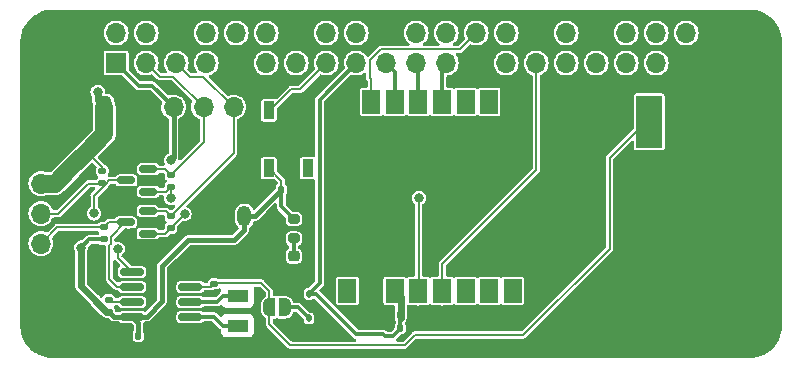
<source format=gtl>
G04 #@! TF.GenerationSoftware,KiCad,Pcbnew,7.0.7*
G04 #@! TF.CreationDate,2023-12-10T12:53:01-04:00*
G04 #@! TF.ProjectId,pi zero hat,7069207a-6572-46f2-9068-61742e6b6963,rev?*
G04 #@! TF.SameCoordinates,Original*
G04 #@! TF.FileFunction,Copper,L1,Top*
G04 #@! TF.FilePolarity,Positive*
%FSLAX46Y46*%
G04 Gerber Fmt 4.6, Leading zero omitted, Abs format (unit mm)*
G04 Created by KiCad (PCBNEW 7.0.7) date 2023-12-10 12:53:01*
%MOMM*%
%LPD*%
G01*
G04 APERTURE LIST*
G04 Aperture macros list*
%AMRoundRect*
0 Rectangle with rounded corners*
0 $1 Rounding radius*
0 $2 $3 $4 $5 $6 $7 $8 $9 X,Y pos of 4 corners*
0 Add a 4 corners polygon primitive as box body*
4,1,4,$2,$3,$4,$5,$6,$7,$8,$9,$2,$3,0*
0 Add four circle primitives for the rounded corners*
1,1,$1+$1,$2,$3*
1,1,$1+$1,$4,$5*
1,1,$1+$1,$6,$7*
1,1,$1+$1,$8,$9*
0 Add four rect primitives between the rounded corners*
20,1,$1+$1,$2,$3,$4,$5,0*
20,1,$1+$1,$4,$5,$6,$7,0*
20,1,$1+$1,$6,$7,$8,$9,0*
20,1,$1+$1,$8,$9,$2,$3,0*%
%AMFreePoly0*
4,1,19,0.500000,-0.750000,0.000000,-0.750000,0.000000,-0.744911,-0.071157,-0.744911,-0.207708,-0.704816,-0.327430,-0.627875,-0.420627,-0.520320,-0.479746,-0.390866,-0.500000,-0.250000,-0.500000,0.250000,-0.479746,0.390866,-0.420627,0.520320,-0.327430,0.627875,-0.207708,0.704816,-0.071157,0.744911,0.000000,0.744911,0.000000,0.750000,0.500000,0.750000,0.500000,-0.750000,0.500000,-0.750000,
$1*%
%AMFreePoly1*
4,1,19,0.000000,0.744911,0.071157,0.744911,0.207708,0.704816,0.327430,0.627875,0.420627,0.520320,0.479746,0.390866,0.500000,0.250000,0.500000,-0.250000,0.479746,-0.390866,0.420627,-0.520320,0.327430,-0.627875,0.207708,-0.704816,0.071157,-0.744911,0.000000,-0.744911,0.000000,-0.750000,-0.500000,-0.750000,-0.500000,0.750000,0.000000,0.750000,0.000000,0.744911,0.000000,0.744911,
$1*%
G04 Aperture macros list end*
G04 #@! TA.AperFunction,SMDPad,CuDef*
%ADD10R,1.500000X2.000000*%
G04 #@! TD*
G04 #@! TA.AperFunction,SMDPad,CuDef*
%ADD11RoundRect,0.140000X-0.140000X-0.170000X0.140000X-0.170000X0.140000X0.170000X-0.140000X0.170000X0*%
G04 #@! TD*
G04 #@! TA.AperFunction,SMDPad,CuDef*
%ADD12RoundRect,0.140000X0.140000X0.170000X-0.140000X0.170000X-0.140000X-0.170000X0.140000X-0.170000X0*%
G04 #@! TD*
G04 #@! TA.AperFunction,SMDPad,CuDef*
%ADD13RoundRect,0.140000X0.170000X-0.140000X0.170000X0.140000X-0.170000X0.140000X-0.170000X-0.140000X0*%
G04 #@! TD*
G04 #@! TA.AperFunction,SMDPad,CuDef*
%ADD14RoundRect,0.135000X0.185000X-0.135000X0.185000X0.135000X-0.185000X0.135000X-0.185000X-0.135000X0*%
G04 #@! TD*
G04 #@! TA.AperFunction,SMDPad,CuDef*
%ADD15RoundRect,0.218750X0.256250X-0.218750X0.256250X0.218750X-0.256250X0.218750X-0.256250X-0.218750X0*%
G04 #@! TD*
G04 #@! TA.AperFunction,SMDPad,CuDef*
%ADD16RoundRect,0.150000X0.825000X0.150000X-0.825000X0.150000X-0.825000X-0.150000X0.825000X-0.150000X0*%
G04 #@! TD*
G04 #@! TA.AperFunction,SMDPad,CuDef*
%ADD17RoundRect,0.135000X-0.185000X0.135000X-0.185000X-0.135000X0.185000X-0.135000X0.185000X0.135000X0*%
G04 #@! TD*
G04 #@! TA.AperFunction,SMDPad,CuDef*
%ADD18RoundRect,0.250000X0.325000X0.650000X-0.325000X0.650000X-0.325000X-0.650000X0.325000X-0.650000X0*%
G04 #@! TD*
G04 #@! TA.AperFunction,SMDPad,CuDef*
%ADD19RoundRect,0.150000X0.587500X0.150000X-0.587500X0.150000X-0.587500X-0.150000X0.587500X-0.150000X0*%
G04 #@! TD*
G04 #@! TA.AperFunction,SMDPad,CuDef*
%ADD20R,1.800000X1.000000*%
G04 #@! TD*
G04 #@! TA.AperFunction,SMDPad,CuDef*
%ADD21RoundRect,0.112500X0.112500X-0.187500X0.112500X0.187500X-0.112500X0.187500X-0.112500X-0.187500X0*%
G04 #@! TD*
G04 #@! TA.AperFunction,ComponentPad*
%ADD22RoundRect,0.250000X-0.350000X-0.625000X0.350000X-0.625000X0.350000X0.625000X-0.350000X0.625000X0*%
G04 #@! TD*
G04 #@! TA.AperFunction,ComponentPad*
%ADD23O,1.200000X1.750000*%
G04 #@! TD*
G04 #@! TA.AperFunction,SMDPad,CuDef*
%ADD24R,2.200000X4.400000*%
G04 #@! TD*
G04 #@! TA.AperFunction,SMDPad,CuDef*
%ADD25R,2.200000X4.000000*%
G04 #@! TD*
G04 #@! TA.AperFunction,SMDPad,CuDef*
%ADD26RoundRect,0.200000X-0.275000X0.200000X-0.275000X-0.200000X0.275000X-0.200000X0.275000X0.200000X0*%
G04 #@! TD*
G04 #@! TA.AperFunction,SMDPad,CuDef*
%ADD27R,0.900000X1.500000*%
G04 #@! TD*
G04 #@! TA.AperFunction,SMDPad,CuDef*
%ADD28FreePoly0,180.000000*%
G04 #@! TD*
G04 #@! TA.AperFunction,SMDPad,CuDef*
%ADD29FreePoly1,180.000000*%
G04 #@! TD*
G04 #@! TA.AperFunction,ComponentPad*
%ADD30R,1.700000X1.700000*%
G04 #@! TD*
G04 #@! TA.AperFunction,ComponentPad*
%ADD31O,1.700000X1.700000*%
G04 #@! TD*
G04 #@! TA.AperFunction,ViaPad*
%ADD32C,0.800000*%
G04 #@! TD*
G04 #@! TA.AperFunction,Conductor*
%ADD33C,0.200000*%
G04 #@! TD*
G04 #@! TA.AperFunction,Conductor*
%ADD34C,0.350000*%
G04 #@! TD*
G04 #@! TA.AperFunction,Conductor*
%ADD35C,0.400000*%
G04 #@! TD*
G04 #@! TA.AperFunction,Conductor*
%ADD36C,1.500000*%
G04 #@! TD*
G04 #@! TA.AperFunction,Conductor*
%ADD37C,0.600000*%
G04 #@! TD*
G04 APERTURE END LIST*
D10*
X127950000Y-94050000D03*
X129950000Y-94050000D03*
X131950000Y-94050000D03*
X133950000Y-94050000D03*
X135950000Y-94050000D03*
X137950000Y-94050000D03*
X139950000Y-94050000D03*
X141950000Y-94050000D03*
X141950000Y-78050000D03*
X139950000Y-78050000D03*
X137950000Y-78050000D03*
X135950000Y-78050000D03*
X133950000Y-78050000D03*
X131950000Y-78050000D03*
X129950000Y-78050000D03*
X127950000Y-78050000D03*
D11*
X110245000Y-97875000D03*
X111205000Y-97875000D03*
D12*
X132430000Y-97200000D03*
X131470000Y-97200000D03*
D13*
X116650000Y-93460000D03*
X116650000Y-92500000D03*
D14*
X107725000Y-95820000D03*
X107725000Y-94800000D03*
D15*
X123400000Y-92687500D03*
X123400000Y-91112500D03*
D16*
X114650000Y-96250000D03*
X114650000Y-94980000D03*
X114650000Y-93710000D03*
X114650000Y-92440000D03*
X109700000Y-92440000D03*
X109700000Y-93710000D03*
X109700000Y-94980000D03*
X109700000Y-96250000D03*
D17*
X113000000Y-84250000D03*
X113000000Y-85270000D03*
D18*
X107375000Y-78500000D03*
X104425000Y-78500000D03*
D19*
X111037500Y-89210000D03*
X111037500Y-87310000D03*
X109162500Y-88260000D03*
D14*
X107200000Y-84910000D03*
X107200000Y-83890000D03*
D17*
X107300000Y-88690000D03*
X107300000Y-89710000D03*
D12*
X132430000Y-96100000D03*
X131470000Y-96100000D03*
D20*
X118650000Y-97000000D03*
X118650000Y-94500000D03*
D21*
X124700000Y-96400000D03*
X124700000Y-94300000D03*
D22*
X117200000Y-87750000D03*
D23*
X119200000Y-87750000D03*
D19*
X111100000Y-85660000D03*
X111100000Y-83760000D03*
X109225000Y-84710000D03*
D11*
X122340000Y-85500000D03*
X123300000Y-85500000D03*
D24*
X153500000Y-79750000D03*
D25*
X153500000Y-95750000D03*
D17*
X113000000Y-87730000D03*
X113000000Y-88750000D03*
D26*
X123400000Y-87975000D03*
X123400000Y-89625000D03*
D27*
X121300000Y-83680000D03*
X124600000Y-83680000D03*
X124600000Y-78780000D03*
X121300000Y-78780000D03*
D28*
X122650000Y-95450000D03*
D29*
X121350000Y-95450000D03*
D30*
X108370000Y-74770000D03*
D31*
X108370000Y-72230000D03*
X110910000Y-74770000D03*
X110910000Y-72230000D03*
X113450000Y-74770000D03*
X113450000Y-72230000D03*
X115990000Y-74770000D03*
X115990000Y-72230000D03*
X118530000Y-74770000D03*
X118530000Y-72230000D03*
X121070000Y-74770000D03*
X121070000Y-72230000D03*
X123610000Y-74770000D03*
X123610000Y-72230000D03*
X126150000Y-74770000D03*
X126150000Y-72230000D03*
X128690000Y-74770000D03*
X128690000Y-72230000D03*
X131230000Y-74770000D03*
X131230000Y-72230000D03*
X133770000Y-74770000D03*
X133770000Y-72230000D03*
X136310000Y-74770000D03*
X136310000Y-72230000D03*
X138850000Y-74770000D03*
X138850000Y-72230000D03*
X141390000Y-74770000D03*
X141390000Y-72230000D03*
X143930000Y-74770000D03*
X143930000Y-72230000D03*
X146470000Y-74770000D03*
X146470000Y-72230000D03*
X149010000Y-74770000D03*
X149010000Y-72230000D03*
X151550000Y-74770000D03*
X151550000Y-72230000D03*
X154090000Y-74770000D03*
X154090000Y-72230000D03*
X156630000Y-74770000D03*
X156630000Y-72230000D03*
D30*
X110700000Y-78500000D03*
D31*
X113240000Y-78500000D03*
X115780000Y-78500000D03*
X118320000Y-78500000D03*
D30*
X102000000Y-82450000D03*
D31*
X102000000Y-84990000D03*
X102000000Y-87530000D03*
X102000000Y-90070000D03*
D32*
X149650000Y-98750000D03*
X149950000Y-80800000D03*
X154650000Y-98750000D03*
X108050000Y-76750000D03*
X121050000Y-99200000D03*
X114150000Y-81550000D03*
X123400000Y-78800000D03*
X133920000Y-96250000D03*
X142450000Y-82550000D03*
X140300000Y-85950000D03*
X147150000Y-98750000D03*
X150850000Y-93800000D03*
X116640000Y-91580000D03*
X156250000Y-81300000D03*
X130200000Y-80900000D03*
X130300000Y-92150000D03*
X119300000Y-80700000D03*
X115950000Y-99150000D03*
X119830000Y-91230000D03*
X147800000Y-90350000D03*
X139650000Y-98750000D03*
X108450000Y-99150000D03*
X142150000Y-98750000D03*
X137900000Y-91350000D03*
X121850000Y-76550000D03*
X107600000Y-86400000D03*
X127040000Y-87450000D03*
X104050000Y-91300000D03*
X115050000Y-91580000D03*
X111550000Y-82250000D03*
X112175000Y-97995000D03*
X146400000Y-93250000D03*
X110950000Y-99150000D03*
X150650000Y-77150000D03*
X145400000Y-76800000D03*
X132700000Y-80900000D03*
X137600000Y-96400000D03*
X129200000Y-96100000D03*
X117650000Y-76350000D03*
X147550000Y-94550000D03*
X152150000Y-98750000D03*
X157000000Y-77500000D03*
X136550000Y-89500000D03*
X136350000Y-80900000D03*
X113450000Y-99150000D03*
X124400000Y-80600000D03*
X111750000Y-91230000D03*
X151250000Y-86300000D03*
X127140000Y-83080000D03*
X124400000Y-85500000D03*
X122750000Y-83550000D03*
X157150000Y-98750000D03*
X104800000Y-80200000D03*
X109075000Y-97295000D03*
X142100000Y-87200000D03*
X132500000Y-90550000D03*
X103400000Y-80200000D03*
X105650000Y-86500000D03*
X121860000Y-93380000D03*
X120100000Y-83350000D03*
X101100000Y-93000000D03*
X108300000Y-83450000D03*
X144650000Y-98750000D03*
X141800000Y-80800000D03*
X106150000Y-84100000D03*
X120850000Y-85300000D03*
X138700000Y-81000000D03*
X130400000Y-95950000D03*
X140550000Y-96500000D03*
X118450000Y-99150000D03*
X105000000Y-76800000D03*
X127800000Y-80800000D03*
X148750000Y-85900000D03*
X103200000Y-77000000D03*
X134000000Y-86200000D03*
X106800000Y-77200000D03*
X105400000Y-90400000D03*
X114159622Y-87559622D03*
X113000000Y-83000000D03*
X113000000Y-86200000D03*
X106500000Y-87500000D03*
X108500000Y-90500000D03*
D33*
X112060000Y-75920000D02*
X113200000Y-75920000D01*
X115780000Y-81470000D02*
X115780000Y-78500000D01*
X111100000Y-83760000D02*
X112510000Y-83760000D01*
X110910000Y-74770000D02*
X112060000Y-75920000D01*
X113000000Y-84250000D02*
X115780000Y-81470000D01*
X113200000Y-75920000D02*
X115780000Y-78500000D01*
X112510000Y-83760000D02*
X113000000Y-84250000D01*
X118320000Y-78500000D02*
X118320000Y-82410000D01*
X112580000Y-87310000D02*
X113000000Y-87730000D01*
X111037500Y-87310000D02*
X112580000Y-87310000D01*
X114600000Y-75920000D02*
X115740000Y-75920000D01*
X115740000Y-75920000D02*
X118320000Y-78500000D01*
X118320000Y-82410000D02*
X113000000Y-87730000D01*
X113450000Y-74770000D02*
X114600000Y-75920000D01*
X121300000Y-78780000D02*
X121420000Y-78780000D01*
X121420000Y-78780000D02*
X123200000Y-77000000D01*
X123200000Y-77000000D02*
X123920000Y-77000000D01*
X123920000Y-77000000D02*
X126150000Y-74770000D01*
D34*
X131950000Y-75490000D02*
X131230000Y-74770000D01*
X131950000Y-78050000D02*
X131950000Y-75490000D01*
X133950000Y-78050000D02*
X133950000Y-74950000D01*
X133950000Y-74950000D02*
X133770000Y-74770000D01*
D33*
X134000000Y-86200000D02*
X133980000Y-86220000D01*
X133980000Y-86220000D02*
X133980000Y-95000000D01*
D34*
X135950000Y-75130000D02*
X136310000Y-74770000D01*
X135950000Y-78050000D02*
X135950000Y-75130000D01*
D33*
X129840000Y-76040000D02*
X129950000Y-76150000D01*
X129950000Y-76150000D02*
X129950000Y-78050000D01*
X137460000Y-73620000D02*
X130753654Y-73620000D01*
X129840000Y-74533654D02*
X129840000Y-76040000D01*
X130753654Y-73620000D02*
X129840000Y-74533654D01*
X138850000Y-72230000D02*
X137460000Y-73620000D01*
X143930000Y-74770000D02*
X143930000Y-83870000D01*
X135980000Y-91820000D02*
X135980000Y-95000000D01*
X143930000Y-83870000D02*
X135980000Y-91820000D01*
D35*
X120090000Y-87750000D02*
X122340000Y-85500000D01*
D34*
X106090000Y-89710000D02*
X105400000Y-90400000D01*
X107300000Y-89710000D02*
X106090000Y-89710000D01*
D35*
X110950000Y-96250000D02*
X112250000Y-94950000D01*
X110245000Y-96795000D02*
X109700000Y-96250000D01*
D34*
X123400000Y-87975000D02*
X122340000Y-86915000D01*
D35*
X119200000Y-88900000D02*
X119200000Y-87750000D01*
D36*
X107375000Y-80817081D02*
X105896041Y-82296041D01*
D37*
X106550000Y-94843026D02*
X107526974Y-95820000D01*
D34*
X122340000Y-86915000D02*
X122340000Y-85500000D01*
D36*
X104496041Y-83696041D02*
X103202081Y-84990000D01*
D37*
X105400000Y-90400000D02*
X105400000Y-93650000D01*
X106800000Y-77925000D02*
X107375000Y-78500000D01*
D35*
X109700000Y-96250000D02*
X110950000Y-96250000D01*
D33*
X107200000Y-83890000D02*
X107200000Y-83600000D01*
D35*
X109700000Y-96250000D02*
X108155000Y-96250000D01*
D37*
X106800000Y-77200000D02*
X106800000Y-77925000D01*
D35*
X112250000Y-91950000D02*
X114450000Y-89750000D01*
X110245000Y-97875000D02*
X110245000Y-96795000D01*
X112250000Y-94950000D02*
X112250000Y-91950000D01*
D37*
X107526974Y-95820000D02*
X107725000Y-95820000D01*
D36*
X107375000Y-78500000D02*
X107375000Y-80817081D01*
D33*
X122340000Y-85500000D02*
X122340000Y-84720000D01*
D35*
X119200000Y-87750000D02*
X120090000Y-87750000D01*
D36*
X103202081Y-84990000D02*
X102000000Y-84990000D01*
D37*
X105400000Y-93650000D02*
X106550000Y-94800000D01*
D35*
X108155000Y-96250000D02*
X107725000Y-95820000D01*
D36*
X105896041Y-82296041D02*
X104496041Y-83696041D01*
D33*
X122340000Y-84720000D02*
X121300000Y-83680000D01*
D35*
X114450000Y-89750000D02*
X118350000Y-89750000D01*
D37*
X106550000Y-94800000D02*
X106550000Y-94843026D01*
D35*
X118350000Y-89750000D02*
X119200000Y-88900000D01*
D33*
X107200000Y-83600000D02*
X105896041Y-82296041D01*
D34*
X131823320Y-97885000D02*
X131116680Y-97885000D01*
X125250000Y-94300000D02*
X124700000Y-94300000D01*
D37*
X132450000Y-96350000D02*
X132450000Y-94550000D01*
D34*
X124700000Y-94300000D02*
X125600000Y-93400000D01*
D33*
X112610000Y-85660000D02*
X113000000Y-85270000D01*
D34*
X108370000Y-74770000D02*
X110300000Y-76700000D01*
X132430000Y-97278320D02*
X131823320Y-97885000D01*
X110300000Y-76700000D02*
X111440000Y-76700000D01*
X128695000Y-97745000D02*
X125250000Y-94300000D01*
X125600000Y-93400000D02*
X125600000Y-93250000D01*
D33*
X111037500Y-89210000D02*
X112540000Y-89210000D01*
D34*
X130976680Y-97745000D02*
X128695000Y-97745000D01*
D33*
X113000000Y-85270000D02*
X113000000Y-86200000D01*
D34*
X131116680Y-97885000D02*
X130976680Y-97745000D01*
D33*
X113000000Y-88719244D02*
X114159622Y-87559622D01*
D34*
X132430000Y-97200000D02*
X132430000Y-97278320D01*
D33*
X111100000Y-85660000D02*
X112610000Y-85660000D01*
D34*
X132430000Y-96100000D02*
X132430000Y-97200000D01*
X111440000Y-76700000D02*
X113240000Y-78500000D01*
D33*
X113000000Y-88750000D02*
X113000000Y-88719244D01*
X112540000Y-89210000D02*
X113000000Y-88750000D01*
D35*
X113240000Y-78500000D02*
X113240000Y-82760000D01*
D37*
X132450000Y-94550000D02*
X131950000Y-94050000D01*
D34*
X125600000Y-77860000D02*
X128690000Y-74770000D01*
D35*
X113240000Y-82760000D02*
X113000000Y-83000000D01*
D34*
X125600000Y-93250000D02*
X125600000Y-77860000D01*
X122650000Y-95450000D02*
X123750000Y-95450000D01*
X123750000Y-95450000D02*
X124700000Y-96400000D01*
X123400000Y-91112500D02*
X123400000Y-89625000D01*
D33*
X109140000Y-88260000D02*
X109162500Y-88260000D01*
X103380000Y-88690000D02*
X102000000Y-90070000D01*
X109700000Y-93710000D02*
X108460000Y-93710000D01*
X109400000Y-88497500D02*
X109162500Y-88260000D01*
X107300000Y-88690000D02*
X103380000Y-88690000D01*
X107730000Y-88260000D02*
X107300000Y-88690000D01*
X107800000Y-90210050D02*
X107920000Y-90090050D01*
X108460000Y-93710000D02*
X107800000Y-93050000D01*
X107060000Y-88690000D02*
X107300000Y-88690000D01*
X107920000Y-90090050D02*
X107920000Y-89480000D01*
X107920000Y-89480000D02*
X109140000Y-88260000D01*
X109162500Y-88260000D02*
X107730000Y-88260000D01*
X102180000Y-90250000D02*
X102000000Y-90070000D01*
X107800000Y-93050000D02*
X107800000Y-90210050D01*
X103470000Y-87530000D02*
X102000000Y-87530000D01*
X107500000Y-84990000D02*
X106010000Y-84990000D01*
X109225000Y-84710000D02*
X107780000Y-84710000D01*
X108500000Y-90500000D02*
X108500000Y-91240000D01*
X107500000Y-84990000D02*
X106500000Y-85990000D01*
X107780000Y-84710000D02*
X107500000Y-84990000D01*
X108500000Y-91240000D02*
X109700000Y-92440000D01*
X106500000Y-85990000D02*
X106500000Y-87500000D01*
X106010000Y-84990000D02*
X103470000Y-87530000D01*
X109700000Y-94980000D02*
X107905000Y-94980000D01*
X107905000Y-94980000D02*
X107725000Y-94800000D01*
D34*
X114650000Y-96250000D02*
X116650000Y-96250000D01*
X117400000Y-97000000D02*
X118650000Y-97000000D01*
X116650000Y-96250000D02*
X117400000Y-97000000D01*
X117400000Y-94500000D02*
X118650000Y-94500000D01*
X114650000Y-94980000D02*
X116920000Y-94980000D01*
X116920000Y-94980000D02*
X117400000Y-94500000D01*
D33*
X123110876Y-98660876D02*
X132789124Y-98660876D01*
X150150000Y-90489950D02*
X150150000Y-82800000D01*
X133650000Y-97800000D02*
X142839950Y-97800000D01*
X153200000Y-79750000D02*
X153500000Y-79750000D01*
X121350000Y-95450000D02*
X121350000Y-94100000D01*
X120650000Y-93400000D02*
X116710000Y-93400000D01*
X132789124Y-98660876D02*
X133650000Y-97800000D01*
X150150000Y-82800000D02*
X153200000Y-79750000D01*
X116710000Y-93400000D02*
X116650000Y-93460000D01*
X116400000Y-93710000D02*
X116650000Y-93460000D01*
X121350000Y-95450000D02*
X121350000Y-96900000D01*
X121350000Y-96900000D02*
X123110876Y-98660876D01*
X121350000Y-94100000D02*
X120650000Y-93400000D01*
X142839950Y-97800000D02*
X150150000Y-90489950D01*
X114650000Y-93710000D02*
X116400000Y-93710000D01*
G04 #@! TA.AperFunction,Conductor*
G36*
X162001735Y-70250598D02*
G01*
X162152467Y-70259062D01*
X162304376Y-70267593D01*
X162311269Y-70268369D01*
X162552899Y-70309424D01*
X162608383Y-70318852D01*
X162615167Y-70320400D01*
X162904756Y-70403829D01*
X162911320Y-70406126D01*
X163189754Y-70521456D01*
X163196002Y-70524466D01*
X163384070Y-70628407D01*
X163459771Y-70670246D01*
X163465663Y-70673948D01*
X163711441Y-70848337D01*
X163716882Y-70852675D01*
X163941591Y-71053488D01*
X163946511Y-71058408D01*
X164147324Y-71283117D01*
X164151662Y-71288558D01*
X164326051Y-71534336D01*
X164329753Y-71540228D01*
X164475529Y-71803988D01*
X164478548Y-71810257D01*
X164593872Y-72088676D01*
X164596170Y-72095243D01*
X164679599Y-72384832D01*
X164681147Y-72391616D01*
X164731628Y-72688718D01*
X164732407Y-72695632D01*
X164749402Y-72998263D01*
X164749500Y-73001740D01*
X164749500Y-96998258D01*
X164749402Y-97001735D01*
X164732407Y-97304367D01*
X164731628Y-97311281D01*
X164681147Y-97608383D01*
X164679599Y-97615167D01*
X164596170Y-97904756D01*
X164593872Y-97911323D01*
X164478548Y-98189742D01*
X164475529Y-98196011D01*
X164329753Y-98459771D01*
X164326051Y-98465663D01*
X164151662Y-98711441D01*
X164147324Y-98716882D01*
X163946511Y-98941591D01*
X163941591Y-98946511D01*
X163716882Y-99147324D01*
X163711441Y-99151662D01*
X163465663Y-99326051D01*
X163459771Y-99329753D01*
X163196011Y-99475529D01*
X163189742Y-99478548D01*
X162911323Y-99593872D01*
X162904756Y-99596170D01*
X162615167Y-99679599D01*
X162608383Y-99681147D01*
X162311281Y-99731628D01*
X162304367Y-99732407D01*
X162001735Y-99749402D01*
X161998258Y-99749500D01*
X103001742Y-99749500D01*
X102998265Y-99749402D01*
X102695632Y-99732407D01*
X102688718Y-99731628D01*
X102391616Y-99681147D01*
X102384832Y-99679599D01*
X102095243Y-99596170D01*
X102088676Y-99593872D01*
X101912307Y-99520818D01*
X101810253Y-99478546D01*
X101803988Y-99475529D01*
X101540228Y-99329753D01*
X101534336Y-99326051D01*
X101288558Y-99151662D01*
X101283117Y-99147324D01*
X101058408Y-98946511D01*
X101053488Y-98941591D01*
X100852675Y-98716882D01*
X100848337Y-98711441D01*
X100673948Y-98465663D01*
X100670246Y-98459771D01*
X100597542Y-98328224D01*
X100524466Y-98196002D01*
X100521456Y-98189754D01*
X100406126Y-97911320D01*
X100403829Y-97904756D01*
X100390227Y-97857544D01*
X100320499Y-97615511D01*
X100320400Y-97615167D01*
X100318852Y-97608383D01*
X100308571Y-97547873D01*
X100268369Y-97311269D01*
X100267593Y-97304376D01*
X100257645Y-97127233D01*
X100250598Y-97001735D01*
X100250500Y-96998258D01*
X100250500Y-96955829D01*
X100250500Y-90069999D01*
X100944417Y-90069999D01*
X100964699Y-90275932D01*
X100991863Y-90365479D01*
X101024587Y-90473358D01*
X101024769Y-90473956D01*
X101031502Y-90486554D01*
X101122315Y-90656450D01*
X101122571Y-90656762D01*
X101253589Y-90816410D01*
X101350209Y-90895702D01*
X101413550Y-90947685D01*
X101596046Y-91045232D01*
X101794066Y-91105300D01*
X101794065Y-91105300D01*
X101814348Y-91107297D01*
X102000000Y-91125583D01*
X102205934Y-91105300D01*
X102403954Y-91045232D01*
X102586450Y-90947685D01*
X102746410Y-90816410D01*
X102877685Y-90656450D01*
X102975232Y-90473954D01*
X103035300Y-90275934D01*
X103055583Y-90070000D01*
X103035300Y-89864066D01*
X102975232Y-89666046D01*
X102967620Y-89651806D01*
X102953379Y-89583404D01*
X102978379Y-89518160D01*
X102989298Y-89505672D01*
X103222549Y-89272422D01*
X103468151Y-89026819D01*
X103529475Y-88993334D01*
X103555833Y-88990500D01*
X106754669Y-88990500D01*
X106821708Y-89010185D01*
X106842350Y-89026819D01*
X106927267Y-89111736D01*
X106924443Y-89114559D01*
X106955183Y-89153042D01*
X106962352Y-89222542D01*
X106930808Y-89284886D01*
X106927101Y-89288098D01*
X106927267Y-89288264D01*
X106917350Y-89298181D01*
X106912250Y-89300965D01*
X106911576Y-89301550D01*
X106910744Y-89302133D01*
X106910569Y-89301883D01*
X106856027Y-89331666D01*
X106829669Y-89334500D01*
X106141804Y-89334500D01*
X106116357Y-89331861D01*
X106113713Y-89331306D01*
X106105729Y-89329632D01*
X106070509Y-89334023D01*
X106062832Y-89334500D01*
X106058886Y-89334500D01*
X106041606Y-89337383D01*
X106035846Y-89338344D01*
X105981368Y-89345135D01*
X105973844Y-89347375D01*
X105966392Y-89349934D01*
X105918119Y-89376057D01*
X105868790Y-89400172D01*
X105862398Y-89404735D01*
X105856174Y-89409580D01*
X105819003Y-89449958D01*
X105509198Y-89759761D01*
X105447875Y-89793246D01*
X105405340Y-89795020D01*
X105400005Y-89794318D01*
X105399998Y-89794318D01*
X105243239Y-89814955D01*
X105243237Y-89814956D01*
X105097160Y-89875463D01*
X104971718Y-89971718D01*
X104875463Y-90097160D01*
X104814956Y-90243237D01*
X104814955Y-90243239D01*
X104794318Y-90399998D01*
X104794318Y-90400001D01*
X104814955Y-90556760D01*
X104814957Y-90556765D01*
X104875461Y-90702836D01*
X104879526Y-90709876D01*
X104877783Y-90710882D01*
X104899069Y-90765932D01*
X104899500Y-90776257D01*
X104899500Y-93582858D01*
X104896667Y-93609206D01*
X104895641Y-93613927D01*
X104895641Y-93613929D01*
X104895641Y-93613930D01*
X104899342Y-93665669D01*
X104899500Y-93670094D01*
X104899500Y-93685799D01*
X104901734Y-93701343D01*
X104902207Y-93705740D01*
X104905909Y-93757485D01*
X104907593Y-93762000D01*
X104914148Y-93787682D01*
X104914834Y-93792455D01*
X104914835Y-93792457D01*
X104936383Y-93839642D01*
X104938071Y-93843716D01*
X104949876Y-93875365D01*
X104956204Y-93892331D01*
X104957623Y-93894226D01*
X104959096Y-93896194D01*
X104972617Y-93918983D01*
X104974619Y-93923367D01*
X104974622Y-93923371D01*
X104974623Y-93923373D01*
X105008598Y-93962583D01*
X105011358Y-93966008D01*
X105015993Y-93972200D01*
X105020775Y-93978588D01*
X105020782Y-93978596D01*
X105031886Y-93989700D01*
X105034896Y-93992932D01*
X105052087Y-94012772D01*
X105068871Y-94032142D01*
X105068874Y-94032145D01*
X105072928Y-94034750D01*
X105093571Y-94051385D01*
X106074436Y-95032250D01*
X106102935Y-95076594D01*
X106106201Y-95085351D01*
X106106205Y-95085358D01*
X106109096Y-95089220D01*
X106122617Y-95112009D01*
X106124619Y-95116393D01*
X106124622Y-95116397D01*
X106124623Y-95116399D01*
X106158598Y-95155609D01*
X106161358Y-95159034D01*
X106163938Y-95162480D01*
X106170775Y-95171614D01*
X106170782Y-95171622D01*
X106181886Y-95182726D01*
X106184896Y-95185958D01*
X106206512Y-95210905D01*
X106218871Y-95225168D01*
X106218874Y-95225171D01*
X106222928Y-95227776D01*
X106243571Y-95244411D01*
X107125588Y-96126428D01*
X107142220Y-96147066D01*
X107144828Y-96151125D01*
X107144831Y-96151128D01*
X107184041Y-96185103D01*
X107187257Y-96188097D01*
X107198381Y-96199221D01*
X107198386Y-96199224D01*
X107198391Y-96199229D01*
X107210953Y-96208633D01*
X107214401Y-96211411D01*
X107244921Y-96237856D01*
X107253601Y-96245377D01*
X107257984Y-96247379D01*
X107280781Y-96260905D01*
X107284643Y-96263796D01*
X107333269Y-96281932D01*
X107337325Y-96283612D01*
X107359431Y-96293708D01*
X107384514Y-96305164D01*
X107384515Y-96305164D01*
X107384517Y-96305165D01*
X107389286Y-96305850D01*
X107414976Y-96312407D01*
X107419491Y-96314091D01*
X107471232Y-96317791D01*
X107475631Y-96318264D01*
X107491175Y-96320500D01*
X107506880Y-96320500D01*
X107511302Y-96320657D01*
X107563047Y-96324359D01*
X107567758Y-96323334D01*
X107594117Y-96320500D01*
X107607745Y-96320500D01*
X107674784Y-96340185D01*
X107695426Y-96356819D01*
X107895987Y-96557381D01*
X107896006Y-96557398D01*
X107916658Y-96578050D01*
X107936390Y-96588104D01*
X107936398Y-96588108D01*
X107952987Y-96598274D01*
X107970909Y-96611295D01*
X107970910Y-96611295D01*
X107970911Y-96611296D01*
X107991980Y-96618142D01*
X108009949Y-96625584D01*
X108029696Y-96635646D01*
X108051582Y-96639112D01*
X108070497Y-96643653D01*
X108091567Y-96650500D01*
X108123481Y-96650500D01*
X108578456Y-96650500D01*
X108645495Y-96670185D01*
X108666137Y-96686819D01*
X108668514Y-96689196D01*
X108668515Y-96689196D01*
X108668517Y-96689198D01*
X108773607Y-96740573D01*
X108807673Y-96745536D01*
X108841739Y-96750500D01*
X108841740Y-96750500D01*
X109582745Y-96750500D01*
X109649784Y-96770185D01*
X109670421Y-96786814D01*
X109808182Y-96924574D01*
X109841666Y-96985895D01*
X109844500Y-97012254D01*
X109844500Y-97435133D01*
X109824815Y-97502172D01*
X109822077Y-97506253D01*
X109821775Y-97506683D01*
X109771027Y-97615512D01*
X109771027Y-97615513D01*
X109764500Y-97665098D01*
X109764500Y-98084894D01*
X109765772Y-98094560D01*
X109771028Y-98134487D01*
X109771029Y-98134489D01*
X109771029Y-98134490D01*
X109799717Y-98196011D01*
X109821776Y-98243316D01*
X109906684Y-98328224D01*
X110015513Y-98378972D01*
X110065099Y-98385500D01*
X110424900Y-98385499D01*
X110474487Y-98378972D01*
X110583316Y-98328224D01*
X110668224Y-98243316D01*
X110718972Y-98134487D01*
X110725500Y-98084901D01*
X110725499Y-97665100D01*
X110718972Y-97615513D01*
X110668224Y-97506684D01*
X110668223Y-97506683D01*
X110667925Y-97506257D01*
X110667664Y-97505484D01*
X110663639Y-97496852D01*
X110664601Y-97496402D01*
X110645598Y-97440051D01*
X110645500Y-97435134D01*
X110645500Y-96808636D01*
X110665185Y-96741597D01*
X110715040Y-96697236D01*
X110731483Y-96689198D01*
X110731485Y-96689195D01*
X110733863Y-96686819D01*
X110737914Y-96684606D01*
X110739847Y-96683227D01*
X110740013Y-96683460D01*
X110795186Y-96653334D01*
X110821544Y-96650500D01*
X111013431Y-96650500D01*
X111013433Y-96650500D01*
X111034501Y-96643654D01*
X111053417Y-96639112D01*
X111075304Y-96635646D01*
X111095044Y-96625586D01*
X111113011Y-96618144D01*
X111134090Y-96611296D01*
X111152026Y-96598263D01*
X111168588Y-96588114D01*
X111188342Y-96578050D01*
X111203834Y-96562557D01*
X111203841Y-96562552D01*
X111333133Y-96433260D01*
X113474500Y-96433260D01*
X113484426Y-96501391D01*
X113535803Y-96606485D01*
X113618514Y-96689196D01*
X113618515Y-96689196D01*
X113618517Y-96689198D01*
X113723607Y-96740573D01*
X113757673Y-96745536D01*
X113791739Y-96750500D01*
X113791740Y-96750500D01*
X115508261Y-96750500D01*
X115530970Y-96747190D01*
X115576393Y-96740573D01*
X115681483Y-96689198D01*
X115687454Y-96683227D01*
X115708863Y-96661819D01*
X115770186Y-96628334D01*
X115796544Y-96625500D01*
X116443101Y-96625500D01*
X116510140Y-96645185D01*
X116530782Y-96661819D01*
X117097849Y-97228886D01*
X117113977Y-97248745D01*
X117119916Y-97257836D01*
X117147932Y-97279641D01*
X117153693Y-97284730D01*
X117156482Y-97287519D01*
X117175483Y-97301085D01*
X117188583Y-97311281D01*
X117201664Y-97321463D01*
X117242476Y-97378174D01*
X117249500Y-97419314D01*
X117249500Y-97547869D01*
X117249501Y-97547876D01*
X117255908Y-97607483D01*
X117306202Y-97742328D01*
X117306206Y-97742335D01*
X117392452Y-97857544D01*
X117392455Y-97857547D01*
X117507664Y-97943793D01*
X117507671Y-97943797D01*
X117642517Y-97994091D01*
X117642516Y-97994091D01*
X117649444Y-97994835D01*
X117702127Y-98000500D01*
X119597872Y-98000499D01*
X119657483Y-97994091D01*
X119792331Y-97943796D01*
X119907546Y-97857546D01*
X119993796Y-97742331D01*
X120044091Y-97607483D01*
X120050500Y-97547873D01*
X120050499Y-96452128D01*
X120044091Y-96392517D01*
X120041585Y-96385799D01*
X119993797Y-96257671D01*
X119993793Y-96257664D01*
X119907547Y-96142455D01*
X119907544Y-96142452D01*
X119792335Y-96056206D01*
X119792328Y-96056202D01*
X119657482Y-96005908D01*
X119657483Y-96005908D01*
X119597883Y-95999501D01*
X119597881Y-95999500D01*
X119597873Y-95999500D01*
X119597864Y-95999500D01*
X117702129Y-95999500D01*
X117702123Y-95999501D01*
X117642516Y-96005908D01*
X117507671Y-96056202D01*
X117507664Y-96056206D01*
X117392455Y-96142452D01*
X117392452Y-96142455D01*
X117341660Y-96210305D01*
X117285726Y-96252176D01*
X117216035Y-96257160D01*
X117154713Y-96223675D01*
X116952149Y-96021111D01*
X116936022Y-96001252D01*
X116930086Y-95992167D01*
X116930083Y-95992163D01*
X116902074Y-95970363D01*
X116896310Y-95965272D01*
X116893515Y-95962477D01*
X116874505Y-95948906D01*
X116831189Y-95915190D01*
X116824274Y-95911448D01*
X116817200Y-95907990D01*
X116764596Y-95892329D01*
X116712658Y-95874499D01*
X116704923Y-95873208D01*
X116697085Y-95872231D01*
X116642244Y-95874500D01*
X115796544Y-95874500D01*
X115729505Y-95854815D01*
X115708863Y-95838181D01*
X115681485Y-95810803D01*
X115576391Y-95759426D01*
X115508261Y-95749500D01*
X115508260Y-95749500D01*
X113791740Y-95749500D01*
X113791739Y-95749500D01*
X113723608Y-95759426D01*
X113618514Y-95810803D01*
X113535803Y-95893514D01*
X113484426Y-95998608D01*
X113474500Y-96066739D01*
X113474500Y-96433260D01*
X111333133Y-96433260D01*
X112562552Y-95203841D01*
X112562557Y-95203834D01*
X112578050Y-95188342D01*
X112588109Y-95168598D01*
X112591380Y-95163260D01*
X113474500Y-95163260D01*
X113484426Y-95231391D01*
X113535803Y-95336485D01*
X113618514Y-95419196D01*
X113618515Y-95419196D01*
X113618517Y-95419198D01*
X113723607Y-95470573D01*
X113757673Y-95475536D01*
X113791739Y-95480500D01*
X113791740Y-95480500D01*
X115508261Y-95480500D01*
X115530971Y-95477190D01*
X115576393Y-95470573D01*
X115681483Y-95419198D01*
X115694746Y-95405935D01*
X115708863Y-95391819D01*
X115770186Y-95358334D01*
X115796544Y-95355500D01*
X116868196Y-95355500D01*
X116893641Y-95358139D01*
X116897440Y-95358935D01*
X116904268Y-95360367D01*
X116926916Y-95357544D01*
X116939492Y-95355977D01*
X116947168Y-95355500D01*
X116951112Y-95355500D01*
X116951114Y-95355500D01*
X116951116Y-95355499D01*
X116951122Y-95355499D01*
X116966487Y-95352934D01*
X116974140Y-95351657D01*
X117028626Y-95344866D01*
X117028627Y-95344865D01*
X117028629Y-95344865D01*
X117036141Y-95342628D01*
X117043606Y-95340066D01*
X117043606Y-95340065D01*
X117043610Y-95340065D01*
X117091877Y-95313944D01*
X117141211Y-95289826D01*
X117141213Y-95289823D01*
X117147594Y-95285268D01*
X117153822Y-95280420D01*
X117153826Y-95280419D01*
X117153828Y-95280415D01*
X117161937Y-95274106D01*
X117163022Y-95275500D01*
X117163302Y-95275292D01*
X117163433Y-95275222D01*
X117163456Y-95275265D01*
X117212399Y-95245847D01*
X117282237Y-95247942D01*
X117339856Y-95287461D01*
X117342998Y-95291481D01*
X117392454Y-95357546D01*
X117397290Y-95361166D01*
X117507664Y-95443793D01*
X117507671Y-95443797D01*
X117642517Y-95494091D01*
X117642516Y-95494091D01*
X117649444Y-95494835D01*
X117702127Y-95500500D01*
X119597872Y-95500499D01*
X119657483Y-95494091D01*
X119792331Y-95443796D01*
X119907546Y-95357546D01*
X119993796Y-95242331D01*
X120044091Y-95107483D01*
X120050500Y-95047873D01*
X120050499Y-93952128D01*
X120044091Y-93892517D01*
X120042341Y-93887824D01*
X120034885Y-93867832D01*
X120029901Y-93798140D01*
X120063387Y-93736818D01*
X120124711Y-93703333D01*
X120151067Y-93700500D01*
X120474167Y-93700500D01*
X120541206Y-93720185D01*
X120561848Y-93736819D01*
X121013180Y-94188152D01*
X121046665Y-94249475D01*
X121049499Y-94275832D01*
X121049500Y-94488053D01*
X121029816Y-94555093D01*
X120992540Y-94592369D01*
X120908680Y-94646262D01*
X120908680Y-94646263D01*
X120880509Y-94670674D01*
X120864705Y-94684368D01*
X120770551Y-94793029D01*
X120770549Y-94793031D01*
X120770549Y-94793032D01*
X120770546Y-94793035D01*
X120739099Y-94841967D01*
X120739093Y-94841978D01*
X120679366Y-94972759D01*
X120662972Y-95028593D01*
X120642511Y-95170907D01*
X120642511Y-95229097D01*
X120644310Y-95241612D01*
X120645571Y-95259251D01*
X120645571Y-95640748D01*
X120644310Y-95658386D01*
X120642511Y-95670900D01*
X120642511Y-95729092D01*
X120662972Y-95871406D01*
X120679366Y-95927240D01*
X120739093Y-96058021D01*
X120739099Y-96058032D01*
X120770546Y-96106964D01*
X120770547Y-96106965D01*
X120770551Y-96106971D01*
X120864705Y-96215632D01*
X120908680Y-96253737D01*
X120992540Y-96307630D01*
X121038294Y-96360433D01*
X121049500Y-96411945D01*
X121049499Y-96837157D01*
X121048904Y-96845727D01*
X121047227Y-96857757D01*
X121049434Y-96905509D01*
X121049500Y-96908372D01*
X121049500Y-96927845D01*
X121049993Y-96930482D01*
X121050982Y-96939015D01*
X121052415Y-96969991D01*
X121052416Y-96969997D01*
X121055214Y-96976334D01*
X121063664Y-97003620D01*
X121064937Y-97010429D01*
X121064937Y-97010430D01*
X121081260Y-97036793D01*
X121085263Y-97044386D01*
X121097794Y-97072765D01*
X121097795Y-97072766D01*
X121097796Y-97072768D01*
X121102689Y-97077661D01*
X121120435Y-97100065D01*
X121124077Y-97105948D01*
X121124080Y-97105951D01*
X121148826Y-97124639D01*
X121155311Y-97130282D01*
X122853954Y-98828925D01*
X122859597Y-98835409D01*
X122866917Y-98845102D01*
X122866918Y-98845104D01*
X122881737Y-98858613D01*
X122902251Y-98877315D01*
X122904299Y-98879270D01*
X122918079Y-98893050D01*
X122920289Y-98894564D01*
X122927019Y-98899894D01*
X122949943Y-98920792D01*
X122955744Y-98923039D01*
X122956404Y-98923295D01*
X122981685Y-98936621D01*
X122987396Y-98940533D01*
X123017579Y-98947632D01*
X123025787Y-98950174D01*
X123054701Y-98961376D01*
X123054703Y-98961376D01*
X123061628Y-98961376D01*
X123090016Y-98964669D01*
X123096757Y-98966255D01*
X123127467Y-98961970D01*
X123136042Y-98961376D01*
X132726283Y-98961376D01*
X132734857Y-98961971D01*
X132746885Y-98963648D01*
X132746885Y-98963647D01*
X132746889Y-98963649D01*
X132790044Y-98961654D01*
X132794634Y-98961442D01*
X132797497Y-98961376D01*
X132816967Y-98961376D01*
X132816968Y-98961376D01*
X132819592Y-98960885D01*
X132828145Y-98959892D01*
X132829369Y-98959835D01*
X132859116Y-98958461D01*
X132865446Y-98955665D01*
X132892753Y-98947208D01*
X132899557Y-98945937D01*
X132925921Y-98929612D01*
X132933516Y-98925609D01*
X132961889Y-98913082D01*
X132966785Y-98908185D01*
X132989193Y-98890437D01*
X132995076Y-98886795D01*
X133013773Y-98862034D01*
X133019398Y-98855571D01*
X133738152Y-98136819D01*
X133799476Y-98103334D01*
X133825834Y-98100500D01*
X142777109Y-98100500D01*
X142785683Y-98101095D01*
X142797711Y-98102772D01*
X142797711Y-98102771D01*
X142797715Y-98102773D01*
X142840870Y-98100778D01*
X142845460Y-98100566D01*
X142848323Y-98100500D01*
X142867793Y-98100500D01*
X142867794Y-98100500D01*
X142870418Y-98100009D01*
X142878971Y-98099016D01*
X142880195Y-98098959D01*
X142909942Y-98097585D01*
X142916272Y-98094789D01*
X142943579Y-98086332D01*
X142950383Y-98085061D01*
X142976747Y-98068736D01*
X142984342Y-98064733D01*
X143012715Y-98052206D01*
X143017611Y-98047309D01*
X143040019Y-98029561D01*
X143045902Y-98025919D01*
X143064599Y-98001158D01*
X143070216Y-97994703D01*
X150318059Y-90746860D01*
X150324532Y-90741229D01*
X150334224Y-90733909D01*
X150334228Y-90733908D01*
X150366459Y-90698550D01*
X150368367Y-90696552D01*
X150382174Y-90682747D01*
X150383684Y-90680542D01*
X150389023Y-90673801D01*
X150404556Y-90656762D01*
X150409916Y-90650883D01*
X150412417Y-90644426D01*
X150425750Y-90619134D01*
X150429657Y-90613431D01*
X150436757Y-90583244D01*
X150439296Y-90575042D01*
X150450500Y-90546123D01*
X150450500Y-90539198D01*
X150453794Y-90510806D01*
X150455379Y-90504069D01*
X150451095Y-90473358D01*
X150450500Y-90464783D01*
X150450500Y-82975832D01*
X150470185Y-82908793D01*
X150486814Y-82888156D01*
X151987821Y-81387149D01*
X152049142Y-81353666D01*
X152118834Y-81358650D01*
X152174767Y-81400522D01*
X152199184Y-81465986D01*
X152199500Y-81474832D01*
X152199500Y-81969752D01*
X152211131Y-82028229D01*
X152211132Y-82028230D01*
X152255447Y-82094552D01*
X152321769Y-82138867D01*
X152321770Y-82138868D01*
X152380247Y-82150499D01*
X152380250Y-82150500D01*
X152380252Y-82150500D01*
X154619750Y-82150500D01*
X154619751Y-82150499D01*
X154634568Y-82147552D01*
X154678229Y-82138868D01*
X154678229Y-82138867D01*
X154678231Y-82138867D01*
X154744552Y-82094552D01*
X154788867Y-82028231D01*
X154788867Y-82028229D01*
X154788868Y-82028229D01*
X154800499Y-81969752D01*
X154800500Y-81969750D01*
X154800500Y-77530249D01*
X154800499Y-77530247D01*
X154788868Y-77471770D01*
X154788867Y-77471769D01*
X154744552Y-77405447D01*
X154678230Y-77361132D01*
X154678229Y-77361131D01*
X154619752Y-77349500D01*
X154619748Y-77349500D01*
X152380252Y-77349500D01*
X152380247Y-77349500D01*
X152321770Y-77361131D01*
X152321769Y-77361132D01*
X152255447Y-77405447D01*
X152211132Y-77471769D01*
X152211131Y-77471770D01*
X152199500Y-77530247D01*
X152199500Y-80274166D01*
X152179815Y-80341205D01*
X152163181Y-80361847D01*
X149981948Y-82543080D01*
X149975464Y-82548722D01*
X149965768Y-82556044D01*
X149933559Y-82591374D01*
X149931585Y-82593442D01*
X149917827Y-82607200D01*
X149917822Y-82607206D01*
X149916306Y-82609420D01*
X149910976Y-82616148D01*
X149890083Y-82639066D01*
X149890083Y-82639067D01*
X149887578Y-82645533D01*
X149874259Y-82670802D01*
X149870345Y-82676515D01*
X149870343Y-82676521D01*
X149863244Y-82706699D01*
X149860702Y-82714907D01*
X149849500Y-82743826D01*
X149849500Y-82750751D01*
X149846206Y-82779141D01*
X149844621Y-82785877D01*
X149844621Y-82785881D01*
X149845407Y-82791519D01*
X149848905Y-82816590D01*
X149849500Y-82825166D01*
X149849500Y-90314117D01*
X149829815Y-90381156D01*
X149813181Y-90401798D01*
X142751798Y-97463181D01*
X142690475Y-97496666D01*
X142664117Y-97499500D01*
X133712849Y-97499500D01*
X133704274Y-97498905D01*
X133692238Y-97497226D01*
X133692236Y-97497226D01*
X133671941Y-97498164D01*
X133644470Y-97499434D01*
X133641607Y-97499500D01*
X133622150Y-97499500D01*
X133619514Y-97499992D01*
X133610990Y-97500980D01*
X133580009Y-97502413D01*
X133573660Y-97505217D01*
X133546370Y-97513667D01*
X133539567Y-97514938D01*
X133539566Y-97514939D01*
X133513206Y-97531260D01*
X133505604Y-97535267D01*
X133477236Y-97547793D01*
X133472336Y-97552693D01*
X133449942Y-97570431D01*
X133444048Y-97574080D01*
X133425359Y-97598827D01*
X133419717Y-97605310D01*
X133051143Y-97973886D01*
X132700972Y-98324057D01*
X132639649Y-98357542D01*
X132613291Y-98360376D01*
X132178777Y-98360376D01*
X132111738Y-98340691D01*
X132065983Y-98287887D01*
X132056039Y-98218729D01*
X132085064Y-98155173D01*
X132087520Y-98152422D01*
X132094328Y-98145028D01*
X132492538Y-97746817D01*
X132553861Y-97713333D01*
X132580219Y-97710499D01*
X132609895Y-97710499D01*
X132609900Y-97710499D01*
X132659487Y-97703972D01*
X132768316Y-97653224D01*
X132853224Y-97568316D01*
X132903972Y-97459487D01*
X132910500Y-97409901D01*
X132910499Y-96990100D01*
X132903972Y-96940513D01*
X132853224Y-96831684D01*
X132850019Y-96828479D01*
X132816535Y-96767157D01*
X132821519Y-96697465D01*
X132843986Y-96659599D01*
X132875377Y-96623373D01*
X132935165Y-96492457D01*
X132950500Y-96385799D01*
X132950499Y-95353502D01*
X132970183Y-95286465D01*
X133022987Y-95240710D01*
X133092146Y-95230766D01*
X133121431Y-95238800D01*
X133180247Y-95250499D01*
X133180250Y-95250500D01*
X133180252Y-95250500D01*
X133771511Y-95250500D01*
X133833383Y-95268667D01*
X133833450Y-95268534D01*
X133834201Y-95268908D01*
X133838550Y-95270185D01*
X133843006Y-95273292D01*
X133843734Y-95273654D01*
X133843736Y-95273656D01*
X133843738Y-95273656D01*
X133843739Y-95273657D01*
X133951790Y-95304401D01*
X133951791Y-95304401D01*
X133951792Y-95304400D01*
X133951793Y-95304401D01*
X134063660Y-95294035D01*
X134124982Y-95263500D01*
X134180255Y-95250500D01*
X134719750Y-95250500D01*
X134719751Y-95250499D01*
X134734568Y-95247552D01*
X134778229Y-95238868D01*
X134778229Y-95238867D01*
X134778231Y-95238867D01*
X134844552Y-95194552D01*
X134846148Y-95192164D01*
X134846897Y-95191043D01*
X134900508Y-95146237D01*
X134969833Y-95137528D01*
X135032861Y-95167682D01*
X135053103Y-95191043D01*
X135055447Y-95194552D01*
X135121769Y-95238867D01*
X135121770Y-95238868D01*
X135180247Y-95250499D01*
X135180250Y-95250500D01*
X135180252Y-95250500D01*
X135771511Y-95250500D01*
X135833383Y-95268667D01*
X135833450Y-95268534D01*
X135834201Y-95268908D01*
X135838550Y-95270185D01*
X135843006Y-95273292D01*
X135843734Y-95273654D01*
X135843736Y-95273656D01*
X135843738Y-95273656D01*
X135843739Y-95273657D01*
X135951790Y-95304401D01*
X135951791Y-95304401D01*
X135951792Y-95304400D01*
X135951793Y-95304401D01*
X136063660Y-95294035D01*
X136124982Y-95263500D01*
X136180255Y-95250500D01*
X136719750Y-95250500D01*
X136719751Y-95250499D01*
X136734568Y-95247552D01*
X136778229Y-95238868D01*
X136778229Y-95238867D01*
X136778231Y-95238867D01*
X136844552Y-95194552D01*
X136846148Y-95192164D01*
X136846897Y-95191043D01*
X136900508Y-95146237D01*
X136969833Y-95137528D01*
X137032861Y-95167682D01*
X137053103Y-95191043D01*
X137055447Y-95194552D01*
X137121769Y-95238867D01*
X137121770Y-95238868D01*
X137180247Y-95250499D01*
X137180250Y-95250500D01*
X137180252Y-95250500D01*
X138719750Y-95250500D01*
X138719751Y-95250499D01*
X138734568Y-95247552D01*
X138778229Y-95238868D01*
X138778229Y-95238867D01*
X138778231Y-95238867D01*
X138844552Y-95194552D01*
X138846148Y-95192164D01*
X138846897Y-95191043D01*
X138900508Y-95146237D01*
X138969833Y-95137528D01*
X139032861Y-95167682D01*
X139053103Y-95191043D01*
X139055447Y-95194552D01*
X139121769Y-95238867D01*
X139121770Y-95238868D01*
X139180247Y-95250499D01*
X139180250Y-95250500D01*
X139180252Y-95250500D01*
X140719750Y-95250500D01*
X140719751Y-95250499D01*
X140734568Y-95247552D01*
X140778229Y-95238868D01*
X140778229Y-95238867D01*
X140778231Y-95238867D01*
X140844552Y-95194552D01*
X140846148Y-95192164D01*
X140846897Y-95191043D01*
X140900508Y-95146237D01*
X140969833Y-95137528D01*
X141032861Y-95167682D01*
X141053103Y-95191043D01*
X141055447Y-95194552D01*
X141121769Y-95238867D01*
X141121770Y-95238868D01*
X141180247Y-95250499D01*
X141180250Y-95250500D01*
X141180252Y-95250500D01*
X142719750Y-95250500D01*
X142719751Y-95250499D01*
X142734568Y-95247552D01*
X142778229Y-95238868D01*
X142778229Y-95238867D01*
X142778231Y-95238867D01*
X142844552Y-95194552D01*
X142888867Y-95128231D01*
X142888867Y-95128229D01*
X142888868Y-95128229D01*
X142900499Y-95069752D01*
X142900500Y-95069750D01*
X142900500Y-93030249D01*
X142900499Y-93030247D01*
X142888868Y-92971770D01*
X142888867Y-92971769D01*
X142844552Y-92905447D01*
X142778230Y-92861132D01*
X142778229Y-92861131D01*
X142719752Y-92849500D01*
X142719748Y-92849500D01*
X141180252Y-92849500D01*
X141180247Y-92849500D01*
X141121770Y-92861131D01*
X141121769Y-92861132D01*
X141055446Y-92905448D01*
X141053101Y-92908959D01*
X140999488Y-92953764D01*
X140930163Y-92962470D01*
X140867136Y-92932314D01*
X140846899Y-92908959D01*
X140844553Y-92905448D01*
X140778230Y-92861132D01*
X140778229Y-92861131D01*
X140719752Y-92849500D01*
X140719748Y-92849500D01*
X139180252Y-92849500D01*
X139180247Y-92849500D01*
X139121770Y-92861131D01*
X139121769Y-92861132D01*
X139055446Y-92905448D01*
X139053101Y-92908959D01*
X138999488Y-92953764D01*
X138930163Y-92962470D01*
X138867136Y-92932314D01*
X138846899Y-92908959D01*
X138844553Y-92905448D01*
X138778230Y-92861132D01*
X138778229Y-92861131D01*
X138719752Y-92849500D01*
X138719748Y-92849500D01*
X137180252Y-92849500D01*
X137180247Y-92849500D01*
X137121770Y-92861131D01*
X137121769Y-92861132D01*
X137055446Y-92905448D01*
X137053101Y-92908959D01*
X136999488Y-92953764D01*
X136930163Y-92962470D01*
X136867136Y-92932314D01*
X136846899Y-92908959D01*
X136844553Y-92905448D01*
X136778230Y-92861132D01*
X136778229Y-92861131D01*
X136719752Y-92849500D01*
X136719748Y-92849500D01*
X136404500Y-92849500D01*
X136337461Y-92829815D01*
X136291706Y-92777011D01*
X136280500Y-92725500D01*
X136280500Y-91995832D01*
X136300185Y-91928793D01*
X136316819Y-91908151D01*
X138259175Y-89965795D01*
X144098059Y-84126910D01*
X144104532Y-84121279D01*
X144114224Y-84113959D01*
X144114228Y-84113958D01*
X144146459Y-84078600D01*
X144148367Y-84076602D01*
X144162174Y-84062797D01*
X144163684Y-84060592D01*
X144169023Y-84053851D01*
X144171368Y-84051278D01*
X144189916Y-84030933D01*
X144192417Y-84024476D01*
X144205750Y-83999184D01*
X144209657Y-83993481D01*
X144216757Y-83963294D01*
X144219296Y-83955092D01*
X144230500Y-83926173D01*
X144230500Y-83919248D01*
X144233794Y-83890856D01*
X144235379Y-83884119D01*
X144231095Y-83853408D01*
X144230500Y-83844833D01*
X144230500Y-75868578D01*
X144250185Y-75801539D01*
X144302989Y-75755784D01*
X144318488Y-75749923D01*
X144333954Y-75745232D01*
X144516450Y-75647685D01*
X144676410Y-75516410D01*
X144807685Y-75356450D01*
X144905232Y-75173954D01*
X144965300Y-74975934D01*
X144985583Y-74770000D01*
X145414417Y-74770000D01*
X145434699Y-74975932D01*
X145434700Y-74975934D01*
X145494768Y-75173954D01*
X145592315Y-75356450D01*
X145612771Y-75381376D01*
X145723589Y-75516410D01*
X145804252Y-75582607D01*
X145883550Y-75647685D01*
X146066046Y-75745232D01*
X146264066Y-75805300D01*
X146264065Y-75805300D01*
X146274493Y-75806327D01*
X146470000Y-75825583D01*
X146675934Y-75805300D01*
X146873954Y-75745232D01*
X147056450Y-75647685D01*
X147216410Y-75516410D01*
X147347685Y-75356450D01*
X147445232Y-75173954D01*
X147505300Y-74975934D01*
X147525583Y-74770000D01*
X147954417Y-74770000D01*
X147974699Y-74975932D01*
X147974700Y-74975934D01*
X148034768Y-75173954D01*
X148132315Y-75356450D01*
X148152771Y-75381376D01*
X148263589Y-75516410D01*
X148344252Y-75582607D01*
X148423550Y-75647685D01*
X148606046Y-75745232D01*
X148804066Y-75805300D01*
X148804065Y-75805300D01*
X148814493Y-75806327D01*
X149010000Y-75825583D01*
X149215934Y-75805300D01*
X149413954Y-75745232D01*
X149596450Y-75647685D01*
X149756410Y-75516410D01*
X149887685Y-75356450D01*
X149985232Y-75173954D01*
X150045300Y-74975934D01*
X150065583Y-74770000D01*
X150065583Y-74769999D01*
X150494417Y-74769999D01*
X150514699Y-74975932D01*
X150514700Y-74975934D01*
X150574768Y-75173954D01*
X150672315Y-75356450D01*
X150692771Y-75381376D01*
X150803589Y-75516410D01*
X150884252Y-75582607D01*
X150963550Y-75647685D01*
X151146046Y-75745232D01*
X151344066Y-75805300D01*
X151344065Y-75805300D01*
X151354493Y-75806327D01*
X151550000Y-75825583D01*
X151755934Y-75805300D01*
X151953954Y-75745232D01*
X152136450Y-75647685D01*
X152296410Y-75516410D01*
X152427685Y-75356450D01*
X152525232Y-75173954D01*
X152585300Y-74975934D01*
X152605583Y-74770000D01*
X153034417Y-74770000D01*
X153054699Y-74975932D01*
X153054700Y-74975934D01*
X153114768Y-75173954D01*
X153212315Y-75356450D01*
X153232771Y-75381376D01*
X153343589Y-75516410D01*
X153424252Y-75582607D01*
X153503550Y-75647685D01*
X153686046Y-75745232D01*
X153884066Y-75805300D01*
X153884065Y-75805300D01*
X153894493Y-75806327D01*
X154090000Y-75825583D01*
X154295934Y-75805300D01*
X154493954Y-75745232D01*
X154676450Y-75647685D01*
X154836410Y-75516410D01*
X154967685Y-75356450D01*
X155065232Y-75173954D01*
X155125300Y-74975934D01*
X155145583Y-74770000D01*
X155125300Y-74564066D01*
X155065232Y-74366046D01*
X154967685Y-74183550D01*
X154868053Y-74062147D01*
X154836410Y-74023589D01*
X154710794Y-73920500D01*
X154676450Y-73892315D01*
X154493954Y-73794768D01*
X154295934Y-73734700D01*
X154295932Y-73734699D01*
X154295934Y-73734699D01*
X154108463Y-73716235D01*
X154090000Y-73714417D01*
X154089999Y-73714417D01*
X153884067Y-73734699D01*
X153686043Y-73794769D01*
X153643074Y-73817737D01*
X153503550Y-73892315D01*
X153503548Y-73892316D01*
X153503547Y-73892317D01*
X153343589Y-74023589D01*
X153212318Y-74183546D01*
X153212315Y-74183550D01*
X153190824Y-74223756D01*
X153114769Y-74366043D01*
X153054699Y-74564067D01*
X153034417Y-74770000D01*
X152605583Y-74770000D01*
X152585300Y-74564066D01*
X152525232Y-74366046D01*
X152427685Y-74183550D01*
X152328053Y-74062147D01*
X152296410Y-74023589D01*
X152170794Y-73920500D01*
X152136450Y-73892315D01*
X151953954Y-73794768D01*
X151755934Y-73734700D01*
X151755932Y-73734699D01*
X151755934Y-73734699D01*
X151568463Y-73716235D01*
X151550000Y-73714417D01*
X151549999Y-73714417D01*
X151344067Y-73734699D01*
X151146043Y-73794769D01*
X151103074Y-73817737D01*
X150963550Y-73892315D01*
X150963548Y-73892316D01*
X150963547Y-73892317D01*
X150803589Y-74023589D01*
X150672318Y-74183546D01*
X150672315Y-74183550D01*
X150650824Y-74223756D01*
X150574769Y-74366043D01*
X150514699Y-74564067D01*
X150494417Y-74769999D01*
X150065583Y-74769999D01*
X150045300Y-74564066D01*
X149985232Y-74366046D01*
X149887685Y-74183550D01*
X149788053Y-74062147D01*
X149756410Y-74023589D01*
X149630794Y-73920500D01*
X149596450Y-73892315D01*
X149413954Y-73794768D01*
X149215934Y-73734700D01*
X149215932Y-73734699D01*
X149215934Y-73734699D01*
X149010000Y-73714417D01*
X148804067Y-73734699D01*
X148606043Y-73794769D01*
X148563074Y-73817737D01*
X148423550Y-73892315D01*
X148423548Y-73892316D01*
X148423547Y-73892317D01*
X148263589Y-74023589D01*
X148132318Y-74183546D01*
X148132315Y-74183550D01*
X148110824Y-74223756D01*
X148034769Y-74366043D01*
X147974699Y-74564067D01*
X147954417Y-74770000D01*
X147525583Y-74770000D01*
X147505300Y-74564066D01*
X147445232Y-74366046D01*
X147347685Y-74183550D01*
X147248053Y-74062147D01*
X147216410Y-74023589D01*
X147090794Y-73920500D01*
X147056450Y-73892315D01*
X146873954Y-73794768D01*
X146675934Y-73734700D01*
X146675932Y-73734699D01*
X146675934Y-73734699D01*
X146470000Y-73714417D01*
X146264067Y-73734699D01*
X146066043Y-73794769D01*
X146023074Y-73817737D01*
X145883550Y-73892315D01*
X145883548Y-73892316D01*
X145883547Y-73892317D01*
X145723589Y-74023589D01*
X145592318Y-74183546D01*
X145592315Y-74183550D01*
X145570824Y-74223756D01*
X145494769Y-74366043D01*
X145434699Y-74564067D01*
X145414417Y-74770000D01*
X144985583Y-74770000D01*
X144965300Y-74564066D01*
X144905232Y-74366046D01*
X144807685Y-74183550D01*
X144708053Y-74062147D01*
X144676410Y-74023589D01*
X144550794Y-73920500D01*
X144516450Y-73892315D01*
X144333954Y-73794768D01*
X144135934Y-73734700D01*
X144135932Y-73734699D01*
X144135934Y-73734699D01*
X143930000Y-73714417D01*
X143724067Y-73734699D01*
X143526043Y-73794769D01*
X143483074Y-73817737D01*
X143343550Y-73892315D01*
X143343548Y-73892316D01*
X143343547Y-73892317D01*
X143183589Y-74023589D01*
X143052318Y-74183546D01*
X143052315Y-74183550D01*
X143030824Y-74223756D01*
X142954769Y-74366043D01*
X142894699Y-74564067D01*
X142874417Y-74769999D01*
X142894699Y-74975932D01*
X142894700Y-74975934D01*
X142954768Y-75173954D01*
X143052315Y-75356450D01*
X143072771Y-75381376D01*
X143183589Y-75516410D01*
X143264252Y-75582607D01*
X143343550Y-75647685D01*
X143526046Y-75745232D01*
X143541496Y-75749918D01*
X143599932Y-75788212D01*
X143628390Y-75852024D01*
X143629500Y-75868578D01*
X143629500Y-83694166D01*
X143609815Y-83761205D01*
X143593181Y-83781847D01*
X135811948Y-91563080D01*
X135805464Y-91568722D01*
X135795768Y-91576044D01*
X135763559Y-91611374D01*
X135761585Y-91613442D01*
X135747827Y-91627200D01*
X135747822Y-91627206D01*
X135746306Y-91629420D01*
X135740976Y-91636148D01*
X135720083Y-91659066D01*
X135720083Y-91659067D01*
X135717578Y-91665533D01*
X135704259Y-91690802D01*
X135700345Y-91696515D01*
X135700343Y-91696521D01*
X135693244Y-91726699D01*
X135690702Y-91734907D01*
X135679500Y-91763826D01*
X135679500Y-91770751D01*
X135676206Y-91799141D01*
X135674621Y-91805877D01*
X135674621Y-91805881D01*
X135678905Y-91836590D01*
X135679500Y-91845166D01*
X135679500Y-92725500D01*
X135659815Y-92792539D01*
X135607011Y-92838294D01*
X135555500Y-92849500D01*
X135180247Y-92849500D01*
X135121770Y-92861131D01*
X135121769Y-92861132D01*
X135055446Y-92905448D01*
X135053101Y-92908959D01*
X134999488Y-92953764D01*
X134930163Y-92962470D01*
X134867136Y-92932314D01*
X134846899Y-92908959D01*
X134844553Y-92905448D01*
X134778230Y-92861132D01*
X134778229Y-92861131D01*
X134719752Y-92849500D01*
X134719748Y-92849500D01*
X134404500Y-92849500D01*
X134337461Y-92829815D01*
X134291706Y-92777011D01*
X134280500Y-92725500D01*
X134280500Y-86802828D01*
X134300185Y-86735789D01*
X134329011Y-86704454D01*
X134428282Y-86628282D01*
X134524536Y-86502841D01*
X134585044Y-86356762D01*
X134605682Y-86200000D01*
X134585044Y-86043238D01*
X134524536Y-85897159D01*
X134428282Y-85771718D01*
X134302841Y-85675464D01*
X134235786Y-85647689D01*
X134156762Y-85614956D01*
X134156760Y-85614955D01*
X134000001Y-85594318D01*
X133999999Y-85594318D01*
X133843239Y-85614955D01*
X133843237Y-85614956D01*
X133697160Y-85675463D01*
X133571718Y-85771718D01*
X133475463Y-85897160D01*
X133414956Y-86043237D01*
X133414955Y-86043239D01*
X133394318Y-86199998D01*
X133394318Y-86200001D01*
X133414955Y-86356760D01*
X133414956Y-86356762D01*
X133475464Y-86502841D01*
X133571718Y-86628282D01*
X133630985Y-86673759D01*
X133672189Y-86730185D01*
X133679500Y-86772135D01*
X133679500Y-92725500D01*
X133659815Y-92792539D01*
X133607011Y-92838294D01*
X133555500Y-92849500D01*
X133180247Y-92849500D01*
X133121770Y-92861131D01*
X133121769Y-92861132D01*
X133055446Y-92905448D01*
X133053101Y-92908959D01*
X132999488Y-92953764D01*
X132930163Y-92962470D01*
X132867136Y-92932314D01*
X132846899Y-92908959D01*
X132844553Y-92905448D01*
X132778230Y-92861132D01*
X132778229Y-92861131D01*
X132719752Y-92849500D01*
X132719748Y-92849500D01*
X131180252Y-92849500D01*
X131180247Y-92849500D01*
X131121770Y-92861131D01*
X131121769Y-92861132D01*
X131055447Y-92905447D01*
X131011132Y-92971769D01*
X131011131Y-92971770D01*
X130999500Y-93030247D01*
X130999500Y-95069752D01*
X131011131Y-95128229D01*
X131011132Y-95128230D01*
X131055447Y-95194552D01*
X131121769Y-95238867D01*
X131121770Y-95238868D01*
X131180247Y-95250499D01*
X131180250Y-95250500D01*
X131180252Y-95250500D01*
X131825500Y-95250500D01*
X131892539Y-95270185D01*
X131938294Y-95322989D01*
X131949500Y-95374500D01*
X131949500Y-96385799D01*
X131953259Y-96411945D01*
X131964834Y-96492456D01*
X132024622Y-96623371D01*
X132029418Y-96630834D01*
X132028194Y-96631620D01*
X132053237Y-96686449D01*
X132054500Y-96704106D01*
X132054499Y-96732601D01*
X132034812Y-96799640D01*
X132018185Y-96820274D01*
X132006776Y-96831683D01*
X131956027Y-96940514D01*
X131949500Y-96990098D01*
X131949500Y-97176420D01*
X131929815Y-97243459D01*
X131913181Y-97264101D01*
X131704101Y-97473181D01*
X131642778Y-97506666D01*
X131616420Y-97509500D01*
X131328030Y-97509500D01*
X131260991Y-97489815D01*
X131251866Y-97483352D01*
X131228753Y-97465362D01*
X131222990Y-97460272D01*
X131220195Y-97457477D01*
X131201185Y-97443906D01*
X131157869Y-97410190D01*
X131150954Y-97406448D01*
X131143880Y-97402990D01*
X131091276Y-97387329D01*
X131039338Y-97369499D01*
X131031603Y-97368208D01*
X131023765Y-97367231D01*
X130968924Y-97369500D01*
X128901899Y-97369500D01*
X128834860Y-97349815D01*
X128814218Y-97333181D01*
X127203781Y-95722744D01*
X126550789Y-95069752D01*
X126999500Y-95069752D01*
X127011131Y-95128229D01*
X127011132Y-95128230D01*
X127055447Y-95194552D01*
X127121769Y-95238867D01*
X127121770Y-95238868D01*
X127180247Y-95250499D01*
X127180250Y-95250500D01*
X127180252Y-95250500D01*
X128719750Y-95250500D01*
X128719751Y-95250499D01*
X128734568Y-95247552D01*
X128778229Y-95238868D01*
X128778229Y-95238867D01*
X128778231Y-95238867D01*
X128844552Y-95194552D01*
X128888867Y-95128231D01*
X128888867Y-95128229D01*
X128888868Y-95128229D01*
X128900499Y-95069752D01*
X128900500Y-95069750D01*
X128900500Y-93030249D01*
X128900499Y-93030247D01*
X128888868Y-92971770D01*
X128888867Y-92971769D01*
X128844552Y-92905447D01*
X128778230Y-92861132D01*
X128778229Y-92861131D01*
X128719752Y-92849500D01*
X128719748Y-92849500D01*
X127180252Y-92849500D01*
X127180247Y-92849500D01*
X127121770Y-92861131D01*
X127121769Y-92861132D01*
X127055447Y-92905447D01*
X127011132Y-92971769D01*
X127011131Y-92971770D01*
X126999500Y-93030247D01*
X126999500Y-95069752D01*
X126550789Y-95069752D01*
X125593715Y-94112677D01*
X125560232Y-94051357D01*
X125565216Y-93981665D01*
X125593715Y-93937320D01*
X125828889Y-93702146D01*
X125848746Y-93686022D01*
X125857836Y-93680084D01*
X125879638Y-93652071D01*
X125884733Y-93646303D01*
X125887519Y-93643518D01*
X125887528Y-93643506D01*
X125901086Y-93624516D01*
X125934807Y-93581192D01*
X125938547Y-93574278D01*
X125942006Y-93567203D01*
X125942010Y-93567199D01*
X125954055Y-93526740D01*
X125957672Y-93514593D01*
X125975500Y-93462661D01*
X125976791Y-93454922D01*
X125977768Y-93447087D01*
X125975499Y-93392244D01*
X125975500Y-93218886D01*
X125975500Y-78066898D01*
X125995185Y-77999859D01*
X126011814Y-77979222D01*
X128202619Y-75788417D01*
X128263940Y-75754934D01*
X128326290Y-75757439D01*
X128484063Y-75805299D01*
X128484065Y-75805300D01*
X128494493Y-75806327D01*
X128690000Y-75825583D01*
X128895934Y-75805300D01*
X129093954Y-75745232D01*
X129276450Y-75647685D01*
X129332638Y-75601573D01*
X129336835Y-75598129D01*
X129401145Y-75570816D01*
X129470013Y-75582607D01*
X129521573Y-75629760D01*
X129539500Y-75693982D01*
X129539500Y-75977158D01*
X129538905Y-75985732D01*
X129537227Y-75997763D01*
X129539434Y-76045509D01*
X129539500Y-76048372D01*
X129539500Y-76067845D01*
X129539993Y-76070482D01*
X129540982Y-76079015D01*
X129542415Y-76109991D01*
X129542416Y-76109997D01*
X129545214Y-76116334D01*
X129553664Y-76143620D01*
X129554937Y-76150429D01*
X129554937Y-76150430D01*
X129571260Y-76176793D01*
X129575263Y-76184386D01*
X129587794Y-76212765D01*
X129587795Y-76212766D01*
X129587796Y-76212768D01*
X129592689Y-76217661D01*
X129610435Y-76240065D01*
X129614077Y-76245948D01*
X129617130Y-76249296D01*
X129647752Y-76312098D01*
X129649499Y-76332841D01*
X129649500Y-76725500D01*
X129629816Y-76792539D01*
X129577012Y-76838294D01*
X129525500Y-76849500D01*
X129180247Y-76849500D01*
X129121770Y-76861131D01*
X129121769Y-76861132D01*
X129055447Y-76905447D01*
X129011132Y-76971769D01*
X129011131Y-76971770D01*
X128999500Y-77030247D01*
X128999500Y-79069752D01*
X129011131Y-79128229D01*
X129011132Y-79128230D01*
X129055447Y-79194552D01*
X129121769Y-79238867D01*
X129121770Y-79238868D01*
X129180247Y-79250499D01*
X129180250Y-79250500D01*
X129180252Y-79250500D01*
X130719750Y-79250500D01*
X130719751Y-79250499D01*
X130740310Y-79246410D01*
X130778229Y-79238868D01*
X130778229Y-79238867D01*
X130778231Y-79238867D01*
X130844552Y-79194552D01*
X130846896Y-79191043D01*
X130900508Y-79146237D01*
X130969833Y-79137528D01*
X131032861Y-79167682D01*
X131053103Y-79191043D01*
X131055447Y-79194552D01*
X131121769Y-79238867D01*
X131121770Y-79238868D01*
X131180247Y-79250499D01*
X131180250Y-79250500D01*
X131180252Y-79250500D01*
X132719750Y-79250500D01*
X132719751Y-79250499D01*
X132740310Y-79246410D01*
X132778229Y-79238868D01*
X132778229Y-79238867D01*
X132778231Y-79238867D01*
X132844552Y-79194552D01*
X132846896Y-79191043D01*
X132900508Y-79146237D01*
X132969833Y-79137528D01*
X133032861Y-79167682D01*
X133053103Y-79191043D01*
X133055447Y-79194552D01*
X133121769Y-79238867D01*
X133121770Y-79238868D01*
X133180247Y-79250499D01*
X133180250Y-79250500D01*
X133180252Y-79250500D01*
X134719750Y-79250500D01*
X134719751Y-79250499D01*
X134740310Y-79246410D01*
X134778229Y-79238868D01*
X134778229Y-79238867D01*
X134778231Y-79238867D01*
X134844552Y-79194552D01*
X134846896Y-79191043D01*
X134900508Y-79146237D01*
X134969833Y-79137528D01*
X135032861Y-79167682D01*
X135053103Y-79191043D01*
X135055447Y-79194552D01*
X135121769Y-79238867D01*
X135121770Y-79238868D01*
X135180247Y-79250499D01*
X135180250Y-79250500D01*
X135180252Y-79250500D01*
X136719750Y-79250500D01*
X136719751Y-79250499D01*
X136740310Y-79246410D01*
X136778229Y-79238868D01*
X136778229Y-79238867D01*
X136778231Y-79238867D01*
X136844552Y-79194552D01*
X136846896Y-79191043D01*
X136900508Y-79146237D01*
X136969833Y-79137528D01*
X137032861Y-79167682D01*
X137053103Y-79191043D01*
X137055447Y-79194552D01*
X137121769Y-79238867D01*
X137121770Y-79238868D01*
X137180247Y-79250499D01*
X137180250Y-79250500D01*
X137180252Y-79250500D01*
X138719750Y-79250500D01*
X138719751Y-79250499D01*
X138740310Y-79246410D01*
X138778229Y-79238868D01*
X138778229Y-79238867D01*
X138778231Y-79238867D01*
X138844552Y-79194552D01*
X138846896Y-79191043D01*
X138900508Y-79146237D01*
X138969833Y-79137528D01*
X139032861Y-79167682D01*
X139053103Y-79191043D01*
X139055447Y-79194552D01*
X139121769Y-79238867D01*
X139121770Y-79238868D01*
X139180247Y-79250499D01*
X139180250Y-79250500D01*
X139180252Y-79250500D01*
X140719750Y-79250500D01*
X140719751Y-79250499D01*
X140740310Y-79246410D01*
X140778229Y-79238868D01*
X140778229Y-79238867D01*
X140778231Y-79238867D01*
X140844552Y-79194552D01*
X140888867Y-79128231D01*
X140888867Y-79128229D01*
X140888868Y-79128229D01*
X140900499Y-79069752D01*
X140900500Y-79069750D01*
X140900500Y-77030249D01*
X140900499Y-77030247D01*
X140888868Y-76971770D01*
X140888867Y-76971769D01*
X140844552Y-76905447D01*
X140778230Y-76861132D01*
X140778229Y-76861131D01*
X140719752Y-76849500D01*
X140719748Y-76849500D01*
X139180252Y-76849500D01*
X139180247Y-76849500D01*
X139121770Y-76861131D01*
X139121769Y-76861132D01*
X139055446Y-76905448D01*
X139053101Y-76908959D01*
X138999488Y-76953764D01*
X138930163Y-76962470D01*
X138867136Y-76932314D01*
X138846899Y-76908959D01*
X138844553Y-76905448D01*
X138778230Y-76861132D01*
X138778229Y-76861131D01*
X138719752Y-76849500D01*
X138719748Y-76849500D01*
X137180252Y-76849500D01*
X137180247Y-76849500D01*
X137121770Y-76861131D01*
X137121769Y-76861132D01*
X137055446Y-76905448D01*
X137053101Y-76908959D01*
X136999488Y-76953764D01*
X136930163Y-76962470D01*
X136867136Y-76932314D01*
X136846899Y-76908959D01*
X136844553Y-76905448D01*
X136778230Y-76861132D01*
X136778229Y-76861131D01*
X136719752Y-76849500D01*
X136719748Y-76849500D01*
X136449500Y-76849500D01*
X136382461Y-76829815D01*
X136336706Y-76777011D01*
X136325500Y-76725500D01*
X136325500Y-75936443D01*
X136345185Y-75869404D01*
X136397989Y-75823649D01*
X136437344Y-75813040D01*
X136515934Y-75805300D01*
X136713954Y-75745232D01*
X136896450Y-75647685D01*
X137056410Y-75516410D01*
X137187685Y-75356450D01*
X137285232Y-75173954D01*
X137345300Y-74975934D01*
X137365583Y-74770000D01*
X137365583Y-74769999D01*
X140334417Y-74769999D01*
X140354699Y-74975932D01*
X140354700Y-74975934D01*
X140414768Y-75173954D01*
X140512315Y-75356450D01*
X140532771Y-75381376D01*
X140643589Y-75516410D01*
X140724252Y-75582607D01*
X140803550Y-75647685D01*
X140986046Y-75745232D01*
X141184066Y-75805300D01*
X141184065Y-75805300D01*
X141194493Y-75806327D01*
X141390000Y-75825583D01*
X141595934Y-75805300D01*
X141793954Y-75745232D01*
X141976450Y-75647685D01*
X142136410Y-75516410D01*
X142267685Y-75356450D01*
X142365232Y-75173954D01*
X142425300Y-74975934D01*
X142445583Y-74770000D01*
X142425300Y-74564066D01*
X142365232Y-74366046D01*
X142267685Y-74183550D01*
X142168053Y-74062147D01*
X142136410Y-74023589D01*
X142010794Y-73920500D01*
X141976450Y-73892315D01*
X141793954Y-73794768D01*
X141595934Y-73734700D01*
X141595932Y-73734699D01*
X141595934Y-73734699D01*
X141390000Y-73714417D01*
X141184067Y-73734699D01*
X140986043Y-73794769D01*
X140943074Y-73817737D01*
X140803550Y-73892315D01*
X140803548Y-73892316D01*
X140803547Y-73892317D01*
X140643589Y-74023589D01*
X140512318Y-74183546D01*
X140512315Y-74183550D01*
X140490824Y-74223756D01*
X140414769Y-74366043D01*
X140354699Y-74564067D01*
X140334417Y-74769999D01*
X137365583Y-74769999D01*
X137345300Y-74564066D01*
X137285232Y-74366046D01*
X137187685Y-74183550D01*
X137138129Y-74123165D01*
X137110816Y-74058855D01*
X137122607Y-73989987D01*
X137169760Y-73938427D01*
X137233982Y-73920500D01*
X137397159Y-73920500D01*
X137405733Y-73921095D01*
X137417761Y-73922772D01*
X137417761Y-73922771D01*
X137417765Y-73922773D01*
X137460920Y-73920778D01*
X137465510Y-73920566D01*
X137468373Y-73920500D01*
X137487843Y-73920500D01*
X137487844Y-73920500D01*
X137490468Y-73920009D01*
X137499021Y-73919016D01*
X137500245Y-73918959D01*
X137529992Y-73917585D01*
X137536322Y-73914789D01*
X137563629Y-73906332D01*
X137570433Y-73905061D01*
X137596797Y-73888736D01*
X137604392Y-73884733D01*
X137632765Y-73872206D01*
X137637661Y-73867309D01*
X137660069Y-73849561D01*
X137665952Y-73845919D01*
X137684649Y-73821158D01*
X137690266Y-73814703D01*
X138285673Y-73219296D01*
X138346994Y-73185813D01*
X138416686Y-73190797D01*
X138431804Y-73197620D01*
X138440493Y-73202264D01*
X138446046Y-73205232D01*
X138644066Y-73265300D01*
X138644065Y-73265300D01*
X138662529Y-73267118D01*
X138850000Y-73285583D01*
X139055934Y-73265300D01*
X139253954Y-73205232D01*
X139436450Y-73107685D01*
X139596410Y-72976410D01*
X139727685Y-72816450D01*
X139825232Y-72633954D01*
X139885300Y-72435934D01*
X139905583Y-72230000D01*
X140334417Y-72230000D01*
X140354699Y-72435932D01*
X140354700Y-72435934D01*
X140414768Y-72633954D01*
X140512315Y-72816450D01*
X140512317Y-72816452D01*
X140643589Y-72976410D01*
X140740209Y-73055702D01*
X140803550Y-73107685D01*
X140986046Y-73205232D01*
X141184066Y-73265300D01*
X141184065Y-73265300D01*
X141202529Y-73267118D01*
X141390000Y-73285583D01*
X141595934Y-73265300D01*
X141793954Y-73205232D01*
X141976450Y-73107685D01*
X142136410Y-72976410D01*
X142267685Y-72816450D01*
X142365232Y-72633954D01*
X142425300Y-72435934D01*
X142445583Y-72230000D01*
X145414417Y-72230000D01*
X145434699Y-72435932D01*
X145434700Y-72435934D01*
X145494768Y-72633954D01*
X145592315Y-72816450D01*
X145592317Y-72816452D01*
X145723589Y-72976410D01*
X145820209Y-73055702D01*
X145883550Y-73107685D01*
X146066046Y-73205232D01*
X146264066Y-73265300D01*
X146264065Y-73265300D01*
X146282529Y-73267118D01*
X146470000Y-73285583D01*
X146675934Y-73265300D01*
X146873954Y-73205232D01*
X147056450Y-73107685D01*
X147216410Y-72976410D01*
X147347685Y-72816450D01*
X147445232Y-72633954D01*
X147505300Y-72435934D01*
X147525583Y-72230000D01*
X150494417Y-72230000D01*
X150514699Y-72435932D01*
X150514700Y-72435934D01*
X150574768Y-72633954D01*
X150672315Y-72816450D01*
X150672317Y-72816452D01*
X150803589Y-72976410D01*
X150900209Y-73055702D01*
X150963550Y-73107685D01*
X151146046Y-73205232D01*
X151344066Y-73265300D01*
X151344065Y-73265300D01*
X151364347Y-73267297D01*
X151550000Y-73285583D01*
X151755934Y-73265300D01*
X151953954Y-73205232D01*
X152136450Y-73107685D01*
X152296410Y-72976410D01*
X152427685Y-72816450D01*
X152525232Y-72633954D01*
X152585300Y-72435934D01*
X152605583Y-72230000D01*
X153034417Y-72230000D01*
X153054699Y-72435932D01*
X153054700Y-72435934D01*
X153114768Y-72633954D01*
X153212315Y-72816450D01*
X153212317Y-72816452D01*
X153343589Y-72976410D01*
X153440209Y-73055702D01*
X153503550Y-73107685D01*
X153686046Y-73205232D01*
X153884066Y-73265300D01*
X153884065Y-73265300D01*
X153904347Y-73267297D01*
X154090000Y-73285583D01*
X154295934Y-73265300D01*
X154493954Y-73205232D01*
X154676450Y-73107685D01*
X154836410Y-72976410D01*
X154967685Y-72816450D01*
X155065232Y-72633954D01*
X155125300Y-72435934D01*
X155145583Y-72230000D01*
X155574417Y-72230000D01*
X155594699Y-72435932D01*
X155594700Y-72435934D01*
X155654768Y-72633954D01*
X155752315Y-72816450D01*
X155752317Y-72816452D01*
X155883589Y-72976410D01*
X155980209Y-73055702D01*
X156043550Y-73107685D01*
X156226046Y-73205232D01*
X156424066Y-73265300D01*
X156424065Y-73265300D01*
X156442529Y-73267118D01*
X156630000Y-73285583D01*
X156835934Y-73265300D01*
X157033954Y-73205232D01*
X157216450Y-73107685D01*
X157376410Y-72976410D01*
X157507685Y-72816450D01*
X157605232Y-72633954D01*
X157665300Y-72435934D01*
X157685583Y-72230000D01*
X157665300Y-72024066D01*
X157605232Y-71826046D01*
X157507685Y-71643550D01*
X157455702Y-71580209D01*
X157376410Y-71483589D01*
X157216452Y-71352317D01*
X157216453Y-71352317D01*
X157216450Y-71352315D01*
X157033954Y-71254768D01*
X156835934Y-71194700D01*
X156835932Y-71194699D01*
X156835934Y-71194699D01*
X156630000Y-71174417D01*
X156424067Y-71194699D01*
X156226043Y-71254769D01*
X156115898Y-71313643D01*
X156043550Y-71352315D01*
X156043548Y-71352316D01*
X156043547Y-71352317D01*
X155883589Y-71483589D01*
X155752317Y-71643547D01*
X155654769Y-71826043D01*
X155594699Y-72024067D01*
X155574417Y-72230000D01*
X155145583Y-72230000D01*
X155125300Y-72024066D01*
X155065232Y-71826046D01*
X154967685Y-71643550D01*
X154915702Y-71580209D01*
X154836410Y-71483589D01*
X154676452Y-71352317D01*
X154676453Y-71352317D01*
X154676450Y-71352315D01*
X154493954Y-71254768D01*
X154295934Y-71194700D01*
X154295932Y-71194699D01*
X154295934Y-71194699D01*
X154108463Y-71176235D01*
X154090000Y-71174417D01*
X154089999Y-71174417D01*
X153884067Y-71194699D01*
X153686043Y-71254769D01*
X153575898Y-71313643D01*
X153503550Y-71352315D01*
X153503548Y-71352316D01*
X153503547Y-71352317D01*
X153343589Y-71483589D01*
X153212317Y-71643547D01*
X153114769Y-71826043D01*
X153054699Y-72024067D01*
X153034417Y-72230000D01*
X152605583Y-72230000D01*
X152585300Y-72024066D01*
X152525232Y-71826046D01*
X152427685Y-71643550D01*
X152375702Y-71580209D01*
X152296410Y-71483589D01*
X152136452Y-71352317D01*
X152136453Y-71352317D01*
X152136450Y-71352315D01*
X151953954Y-71254768D01*
X151755934Y-71194700D01*
X151755932Y-71194699D01*
X151755934Y-71194699D01*
X151568463Y-71176235D01*
X151550000Y-71174417D01*
X151549999Y-71174417D01*
X151344067Y-71194699D01*
X151146043Y-71254769D01*
X151035898Y-71313643D01*
X150963550Y-71352315D01*
X150963548Y-71352316D01*
X150963547Y-71352317D01*
X150803589Y-71483589D01*
X150672317Y-71643547D01*
X150574769Y-71826043D01*
X150514699Y-72024067D01*
X150494417Y-72230000D01*
X147525583Y-72230000D01*
X147505300Y-72024066D01*
X147445232Y-71826046D01*
X147347685Y-71643550D01*
X147295702Y-71580209D01*
X147216410Y-71483589D01*
X147056452Y-71352317D01*
X147056453Y-71352317D01*
X147056450Y-71352315D01*
X146873954Y-71254768D01*
X146675934Y-71194700D01*
X146675932Y-71194699D01*
X146675934Y-71194699D01*
X146470000Y-71174417D01*
X146264067Y-71194699D01*
X146066043Y-71254769D01*
X145955898Y-71313643D01*
X145883550Y-71352315D01*
X145883548Y-71352316D01*
X145883547Y-71352317D01*
X145723589Y-71483589D01*
X145592317Y-71643547D01*
X145494769Y-71826043D01*
X145434699Y-72024067D01*
X145414417Y-72230000D01*
X142445583Y-72230000D01*
X142425300Y-72024066D01*
X142365232Y-71826046D01*
X142267685Y-71643550D01*
X142215702Y-71580209D01*
X142136410Y-71483589D01*
X141976452Y-71352317D01*
X141976453Y-71352317D01*
X141976450Y-71352315D01*
X141793954Y-71254768D01*
X141595934Y-71194700D01*
X141595932Y-71194699D01*
X141595934Y-71194699D01*
X141390000Y-71174417D01*
X141184067Y-71194699D01*
X140986043Y-71254769D01*
X140875898Y-71313643D01*
X140803550Y-71352315D01*
X140803548Y-71352316D01*
X140803547Y-71352317D01*
X140643589Y-71483589D01*
X140512317Y-71643547D01*
X140414769Y-71826043D01*
X140354699Y-72024067D01*
X140334417Y-72230000D01*
X139905583Y-72230000D01*
X139885300Y-72024066D01*
X139825232Y-71826046D01*
X139727685Y-71643550D01*
X139675702Y-71580209D01*
X139596410Y-71483589D01*
X139436452Y-71352317D01*
X139436453Y-71352317D01*
X139436450Y-71352315D01*
X139253954Y-71254768D01*
X139055934Y-71194700D01*
X139055932Y-71194699D01*
X139055934Y-71194699D01*
X138850000Y-71174417D01*
X138644067Y-71194699D01*
X138446043Y-71254769D01*
X138335898Y-71313643D01*
X138263550Y-71352315D01*
X138263548Y-71352316D01*
X138263547Y-71352317D01*
X138103589Y-71483589D01*
X137972317Y-71643547D01*
X137874769Y-71826043D01*
X137814699Y-72024067D01*
X137794417Y-72230000D01*
X137814699Y-72435932D01*
X137874769Y-72633956D01*
X137882379Y-72648193D01*
X137896620Y-72716596D01*
X137871619Y-72781840D01*
X137860701Y-72794326D01*
X137371848Y-73283181D01*
X137310525Y-73316666D01*
X137284167Y-73319500D01*
X136984910Y-73319500D01*
X136917871Y-73299815D01*
X136872116Y-73247011D01*
X136862172Y-73177853D01*
X136891197Y-73114297D01*
X136906246Y-73099646D01*
X137056410Y-72976410D01*
X137057300Y-72975326D01*
X137187685Y-72816450D01*
X137285232Y-72633954D01*
X137345300Y-72435934D01*
X137365583Y-72230000D01*
X137345300Y-72024066D01*
X137285232Y-71826046D01*
X137187685Y-71643550D01*
X137135702Y-71580209D01*
X137056410Y-71483589D01*
X136896452Y-71352317D01*
X136896453Y-71352317D01*
X136896450Y-71352315D01*
X136713954Y-71254768D01*
X136515934Y-71194700D01*
X136515932Y-71194699D01*
X136515934Y-71194699D01*
X136310000Y-71174417D01*
X136104067Y-71194699D01*
X135906043Y-71254769D01*
X135795898Y-71313643D01*
X135723550Y-71352315D01*
X135723548Y-71352316D01*
X135723547Y-71352317D01*
X135563589Y-71483589D01*
X135432317Y-71643547D01*
X135334769Y-71826043D01*
X135274699Y-72024067D01*
X135254417Y-72230000D01*
X135274699Y-72435932D01*
X135274700Y-72435934D01*
X135334768Y-72633954D01*
X135432315Y-72816450D01*
X135432317Y-72816452D01*
X135563589Y-72976410D01*
X135713754Y-73099646D01*
X135753089Y-73157392D01*
X135754960Y-73227237D01*
X135718773Y-73287005D01*
X135656017Y-73317721D01*
X135635090Y-73319500D01*
X134444910Y-73319500D01*
X134377871Y-73299815D01*
X134332116Y-73247011D01*
X134322172Y-73177853D01*
X134351197Y-73114297D01*
X134366246Y-73099646D01*
X134516410Y-72976410D01*
X134517300Y-72975326D01*
X134647685Y-72816450D01*
X134745232Y-72633954D01*
X134805300Y-72435934D01*
X134825583Y-72230000D01*
X134805300Y-72024066D01*
X134745232Y-71826046D01*
X134647685Y-71643550D01*
X134595702Y-71580209D01*
X134516410Y-71483589D01*
X134356452Y-71352317D01*
X134356453Y-71352317D01*
X134356450Y-71352315D01*
X134173954Y-71254768D01*
X133975934Y-71194700D01*
X133975932Y-71194699D01*
X133975934Y-71194699D01*
X133788463Y-71176235D01*
X133770000Y-71174417D01*
X133769999Y-71174417D01*
X133564067Y-71194699D01*
X133366043Y-71254769D01*
X133255898Y-71313643D01*
X133183550Y-71352315D01*
X133183548Y-71352316D01*
X133183547Y-71352317D01*
X133023589Y-71483589D01*
X132892317Y-71643547D01*
X132794769Y-71826043D01*
X132734699Y-72024067D01*
X132714417Y-72230000D01*
X132734699Y-72435932D01*
X132734700Y-72435934D01*
X132794768Y-72633954D01*
X132892315Y-72816450D01*
X132892317Y-72816452D01*
X133023589Y-72976410D01*
X133173754Y-73099646D01*
X133213089Y-73157392D01*
X133214960Y-73227237D01*
X133178773Y-73287005D01*
X133116017Y-73317721D01*
X133095090Y-73319500D01*
X130816496Y-73319500D01*
X130807922Y-73318905D01*
X130795893Y-73317227D01*
X130795890Y-73317227D01*
X130770874Y-73318383D01*
X130748145Y-73319434D01*
X130745282Y-73319500D01*
X130725810Y-73319500D01*
X130725805Y-73319500D01*
X130725803Y-73319501D01*
X130723169Y-73319993D01*
X130714639Y-73320982D01*
X130683662Y-73322415D01*
X130683660Y-73322415D01*
X130677319Y-73325215D01*
X130650033Y-73333664D01*
X130643226Y-73334936D01*
X130643220Y-73334939D01*
X130616856Y-73351261D01*
X130609257Y-73355266D01*
X130580891Y-73367792D01*
X130575990Y-73372693D01*
X130553596Y-73390431D01*
X130547702Y-73394080D01*
X130529013Y-73418827D01*
X130523372Y-73425310D01*
X129753426Y-74195255D01*
X129692103Y-74228740D01*
X129622411Y-74223756D01*
X129569891Y-74186238D01*
X129436410Y-74023589D01*
X129310794Y-73920500D01*
X129276450Y-73892315D01*
X129093954Y-73794768D01*
X128895934Y-73734700D01*
X128895932Y-73734699D01*
X128895934Y-73734699D01*
X128708463Y-73716235D01*
X128690000Y-73714417D01*
X128689999Y-73714417D01*
X128484067Y-73734699D01*
X128286043Y-73794769D01*
X128243074Y-73817737D01*
X128103550Y-73892315D01*
X128103548Y-73892316D01*
X128103547Y-73892317D01*
X127943589Y-74023589D01*
X127812318Y-74183546D01*
X127812315Y-74183550D01*
X127790824Y-74223756D01*
X127714769Y-74366043D01*
X127654699Y-74564067D01*
X127634417Y-74770000D01*
X127654699Y-74975932D01*
X127702559Y-75133706D01*
X127703182Y-75203573D01*
X127671579Y-75257382D01*
X125371108Y-77557852D01*
X125351254Y-77573976D01*
X125342165Y-77579914D01*
X125342164Y-77579915D01*
X125320363Y-77607923D01*
X125315286Y-77613674D01*
X125312484Y-77616477D01*
X125312474Y-77616488D01*
X125298905Y-77635495D01*
X125265192Y-77678808D01*
X125261447Y-77685729D01*
X125257988Y-77692804D01*
X125242329Y-77745403D01*
X125224500Y-77797338D01*
X125223206Y-77805092D01*
X125222231Y-77812911D01*
X125224500Y-77867755D01*
X125224499Y-82609187D01*
X125204814Y-82676226D01*
X125152010Y-82721981D01*
X125082852Y-82731925D01*
X125076309Y-82730805D01*
X125069748Y-82729500D01*
X124130252Y-82729500D01*
X124130247Y-82729500D01*
X124071770Y-82741131D01*
X124071769Y-82741132D01*
X124005447Y-82785447D01*
X123961132Y-82851769D01*
X123961131Y-82851770D01*
X123949500Y-82910247D01*
X123949500Y-84449752D01*
X123961131Y-84508229D01*
X123961132Y-84508230D01*
X124005447Y-84574552D01*
X124071769Y-84618867D01*
X124071770Y-84618868D01*
X124130247Y-84630499D01*
X124130250Y-84630500D01*
X124130252Y-84630500D01*
X125069747Y-84630500D01*
X125069748Y-84630500D01*
X125076302Y-84629196D01*
X125145892Y-84635419D01*
X125201072Y-84678279D01*
X125224321Y-84744167D01*
X125224499Y-84750812D01*
X125224500Y-93187340D01*
X125224500Y-93193099D01*
X125204815Y-93260138D01*
X125188181Y-93280780D01*
X124705779Y-93763181D01*
X124644456Y-93796666D01*
X124618100Y-93799500D01*
X124550820Y-93799500D01*
X124505243Y-93805500D01*
X124505236Y-93805502D01*
X124405200Y-93852150D01*
X124327150Y-93930200D01*
X124280500Y-94030241D01*
X124274501Y-94075811D01*
X124274500Y-94075827D01*
X124274500Y-94524180D01*
X124280500Y-94569756D01*
X124280502Y-94569763D01*
X124316175Y-94646263D01*
X124327150Y-94669799D01*
X124405201Y-94747850D01*
X124505240Y-94794499D01*
X124550821Y-94800500D01*
X124849178Y-94800499D01*
X124849180Y-94800499D01*
X124864372Y-94798499D01*
X124894760Y-94794499D01*
X124994799Y-94747850D01*
X124994800Y-94747849D01*
X125003685Y-94741628D01*
X125004763Y-94743168D01*
X125054448Y-94716039D01*
X125124140Y-94721023D01*
X125168487Y-94749524D01*
X128392849Y-97973886D01*
X128408977Y-97993745D01*
X128413389Y-98000499D01*
X128414916Y-98002836D01*
X128442929Y-98024639D01*
X128448691Y-98029728D01*
X128451483Y-98032520D01*
X128470486Y-98046088D01*
X128513811Y-98079809D01*
X128513813Y-98079809D01*
X128520718Y-98083546D01*
X128527796Y-98087006D01*
X128527801Y-98087010D01*
X128568129Y-98099016D01*
X128580403Y-98102670D01*
X128628245Y-98119095D01*
X128685261Y-98159481D01*
X128711391Y-98224281D01*
X128698339Y-98292920D01*
X128650250Y-98343608D01*
X128587982Y-98360376D01*
X123286709Y-98360376D01*
X123219670Y-98340691D01*
X123199028Y-98324057D01*
X121686819Y-96811847D01*
X121653334Y-96750524D01*
X121650500Y-96724166D01*
X121650500Y-96528428D01*
X121670185Y-96461389D01*
X121722989Y-96415634D01*
X121774500Y-96404428D01*
X121850001Y-96404428D01*
X121850002Y-96404427D01*
X121869824Y-96400484D01*
X121928229Y-96388868D01*
X121928231Y-96388867D01*
X121931108Y-96386945D01*
X121938335Y-96384681D01*
X121939513Y-96384194D01*
X121939556Y-96384299D01*
X121997785Y-96366066D01*
X122065165Y-96384550D01*
X122068892Y-96386945D01*
X122071768Y-96388867D01*
X122071770Y-96388868D01*
X122149995Y-96404427D01*
X122149999Y-96404428D01*
X122150000Y-96404428D01*
X122721888Y-96404428D01*
X122721889Y-96404428D01*
X122779483Y-96396147D01*
X122917438Y-96355640D01*
X122970366Y-96331469D01*
X123091320Y-96253737D01*
X123135295Y-96215632D01*
X123229449Y-96106971D01*
X123260906Y-96058023D01*
X123320634Y-95927238D01*
X123324355Y-95914562D01*
X123362131Y-95855786D01*
X123425687Y-95826762D01*
X123443332Y-95825500D01*
X123543101Y-95825500D01*
X123610140Y-95845185D01*
X123630782Y-95861819D01*
X124238181Y-96469219D01*
X124271666Y-96530542D01*
X124274500Y-96556898D01*
X124274500Y-96624179D01*
X124280500Y-96669756D01*
X124280502Y-96669763D01*
X124289564Y-96689196D01*
X124327150Y-96769799D01*
X124405201Y-96847850D01*
X124505240Y-96894499D01*
X124550821Y-96900500D01*
X124849178Y-96900499D01*
X124849180Y-96900499D01*
X124864372Y-96898499D01*
X124894760Y-96894499D01*
X124994799Y-96847850D01*
X125072850Y-96769799D01*
X125119499Y-96669760D01*
X125125500Y-96624179D01*
X125125499Y-96175822D01*
X125119499Y-96130240D01*
X125072850Y-96030201D01*
X124994799Y-95952150D01*
X124894760Y-95905501D01*
X124894758Y-95905500D01*
X124849188Y-95899501D01*
X124849185Y-95899500D01*
X124849179Y-95899500D01*
X124849172Y-95899500D01*
X124781899Y-95899500D01*
X124714860Y-95879815D01*
X124694218Y-95863181D01*
X124052149Y-95221111D01*
X124036022Y-95201252D01*
X124030086Y-95192167D01*
X124030083Y-95192163D01*
X124003688Y-95171619D01*
X124002072Y-95170361D01*
X123996310Y-95165272D01*
X123993515Y-95162477D01*
X123974505Y-95148906D01*
X123931189Y-95115190D01*
X123924274Y-95111448D01*
X123917200Y-95107990D01*
X123864596Y-95092329D01*
X123812658Y-95074499D01*
X123804923Y-95073208D01*
X123797085Y-95072231D01*
X123742244Y-95074500D01*
X123443332Y-95074500D01*
X123376293Y-95054815D01*
X123330538Y-95002011D01*
X123324355Y-94985436D01*
X123320634Y-94972762D01*
X123260906Y-94841977D01*
X123247055Y-94820425D01*
X123229453Y-94793035D01*
X123229452Y-94793034D01*
X123229449Y-94793029D01*
X123135295Y-94684368D01*
X123091320Y-94646263D01*
X122970366Y-94568531D01*
X122970360Y-94568528D01*
X122955296Y-94561649D01*
X122917438Y-94544360D01*
X122917433Y-94544358D01*
X122917430Y-94544357D01*
X122917428Y-94544356D01*
X122779492Y-94503855D01*
X122779478Y-94503852D01*
X122741377Y-94498374D01*
X122721889Y-94495572D01*
X122150000Y-94495572D01*
X122149995Y-94495572D01*
X122071770Y-94511131D01*
X122071768Y-94511132D01*
X122068887Y-94513058D01*
X122061655Y-94515322D01*
X122060487Y-94515806D01*
X122060443Y-94515701D01*
X122002209Y-94533933D01*
X121934829Y-94515446D01*
X121931113Y-94513058D01*
X121928231Y-94511132D01*
X121928229Y-94511131D01*
X121850004Y-94495572D01*
X121850000Y-94495572D01*
X121774500Y-94495572D01*
X121707461Y-94475887D01*
X121661706Y-94423083D01*
X121650500Y-94371572D01*
X121650500Y-94162838D01*
X121651095Y-94154262D01*
X121652771Y-94142239D01*
X121652773Y-94142235D01*
X121650566Y-94094490D01*
X121650500Y-94091627D01*
X121650500Y-94072159D01*
X121650499Y-94072153D01*
X121650009Y-94069533D01*
X121649016Y-94060980D01*
X121647585Y-94030008D01*
X121644786Y-94023670D01*
X121636333Y-93996373D01*
X121635061Y-93989567D01*
X121618740Y-93963207D01*
X121614734Y-93955608D01*
X121613198Y-93952129D01*
X121602206Y-93927234D01*
X121597309Y-93922337D01*
X121579561Y-93899931D01*
X121575919Y-93894048D01*
X121575916Y-93894046D01*
X121575916Y-93894045D01*
X121551178Y-93875365D01*
X121544692Y-93869721D01*
X120906922Y-93231951D01*
X120901278Y-93225465D01*
X120893956Y-93215770D01*
X120858624Y-93183560D01*
X120856573Y-93181602D01*
X120842797Y-93167826D01*
X120840586Y-93166311D01*
X120833853Y-93160978D01*
X120810933Y-93140084D01*
X120804470Y-93137580D01*
X120779192Y-93124256D01*
X120773481Y-93120344D01*
X120773478Y-93120343D01*
X120773479Y-93120343D01*
X120743302Y-93113244D01*
X120735094Y-93110703D01*
X120706173Y-93099500D01*
X120699249Y-93099500D01*
X120670858Y-93096206D01*
X120664119Y-93094621D01*
X120633409Y-93098905D01*
X120624834Y-93099500D01*
X117132402Y-93099500D01*
X117065363Y-93079815D01*
X117044721Y-93063181D01*
X117018316Y-93036776D01*
X117004319Y-93030249D01*
X116909487Y-92986028D01*
X116909485Y-92986027D01*
X116909486Y-92986027D01*
X116859901Y-92979500D01*
X116440105Y-92979500D01*
X116424386Y-92981569D01*
X116390513Y-92986028D01*
X116390511Y-92986029D01*
X116390509Y-92986029D01*
X116281683Y-93036776D01*
X116196776Y-93121683D01*
X116146027Y-93230514D01*
X116139500Y-93280098D01*
X116139500Y-93285500D01*
X116119815Y-93352539D01*
X116067011Y-93398294D01*
X116015500Y-93409500D01*
X115867997Y-93409500D01*
X115800958Y-93389815D01*
X115767077Y-93357550D01*
X115764194Y-93353512D01*
X115681485Y-93270803D01*
X115576391Y-93219426D01*
X115508261Y-93209500D01*
X115508260Y-93209500D01*
X113791740Y-93209500D01*
X113791739Y-93209500D01*
X113723608Y-93219426D01*
X113618514Y-93270803D01*
X113535803Y-93353514D01*
X113484426Y-93458608D01*
X113474500Y-93526739D01*
X113474500Y-93893260D01*
X113484426Y-93961391D01*
X113492837Y-93978596D01*
X113518084Y-94030241D01*
X113535803Y-94066485D01*
X113618514Y-94149196D01*
X113618515Y-94149196D01*
X113618517Y-94149198D01*
X113723607Y-94200573D01*
X113757673Y-94205536D01*
X113791739Y-94210500D01*
X113791740Y-94210500D01*
X115508261Y-94210500D01*
X115530971Y-94207190D01*
X115576393Y-94200573D01*
X115681483Y-94149198D01*
X115764198Y-94066483D01*
X115764200Y-94066477D01*
X115767077Y-94062450D01*
X115822051Y-94019326D01*
X115867997Y-94010500D01*
X116337159Y-94010500D01*
X116345733Y-94011095D01*
X116357761Y-94012772D01*
X116357761Y-94012771D01*
X116357765Y-94012773D01*
X116400920Y-94010778D01*
X116405510Y-94010566D01*
X116408373Y-94010500D01*
X116427843Y-94010500D01*
X116427844Y-94010500D01*
X116430468Y-94010009D01*
X116439021Y-94009016D01*
X116440245Y-94008959D01*
X116469992Y-94007585D01*
X116476322Y-94004789D01*
X116503629Y-93996332D01*
X116510433Y-93995061D01*
X116536797Y-93978736D01*
X116544392Y-93974733D01*
X116572765Y-93962206D01*
X116572766Y-93962204D01*
X116572768Y-93962204D01*
X116572776Y-93962199D01*
X116572792Y-93962193D01*
X116583278Y-93957564D01*
X116583746Y-93958624D01*
X116639208Y-93940553D01*
X116642852Y-93940499D01*
X116859895Y-93940499D01*
X116859900Y-93940499D01*
X116909487Y-93933972D01*
X117018316Y-93883224D01*
X117037818Y-93863721D01*
X117099142Y-93830236D01*
X117168834Y-93835220D01*
X117224767Y-93877092D01*
X117249184Y-93942556D01*
X117249500Y-93951402D01*
X117249500Y-94078200D01*
X117229815Y-94145239D01*
X117186713Y-94183593D01*
X117187150Y-94184205D01*
X117181466Y-94188262D01*
X117179967Y-94189597D01*
X117178794Y-94190170D01*
X117172381Y-94194748D01*
X117166175Y-94199579D01*
X117128992Y-94239970D01*
X116800781Y-94568181D01*
X116739458Y-94601666D01*
X116713100Y-94604500D01*
X115796544Y-94604500D01*
X115729505Y-94584815D01*
X115708863Y-94568181D01*
X115681485Y-94540803D01*
X115576391Y-94489426D01*
X115508261Y-94479500D01*
X115508260Y-94479500D01*
X113791740Y-94479500D01*
X113791739Y-94479500D01*
X113723608Y-94489426D01*
X113618514Y-94540803D01*
X113535803Y-94623514D01*
X113484426Y-94728608D01*
X113474500Y-94796739D01*
X113474500Y-95163260D01*
X112591380Y-95163260D01*
X112598269Y-95152018D01*
X112611296Y-95134089D01*
X112618142Y-95113017D01*
X112625588Y-95095043D01*
X112630523Y-95085358D01*
X112635646Y-95075304D01*
X112639112Y-95053416D01*
X112643651Y-95034510D01*
X112650500Y-95013433D01*
X112650500Y-94886567D01*
X112650500Y-94886566D01*
X112650500Y-92167254D01*
X112670185Y-92100216D01*
X112686819Y-92079574D01*
X113402142Y-91364251D01*
X122724500Y-91364251D01*
X122740047Y-91462417D01*
X122740049Y-91462420D01*
X122800342Y-91580751D01*
X122800344Y-91580753D01*
X122800346Y-91580756D01*
X122894243Y-91674653D01*
X122894245Y-91674654D01*
X122894249Y-91674658D01*
X123012580Y-91734951D01*
X123012581Y-91734951D01*
X123012583Y-91734952D01*
X123012582Y-91734952D01*
X123110749Y-91750500D01*
X123110754Y-91750500D01*
X123689251Y-91750500D01*
X123787417Y-91734952D01*
X123787418Y-91734951D01*
X123787420Y-91734951D01*
X123905751Y-91674658D01*
X123999658Y-91580751D01*
X124059951Y-91462420D01*
X124059951Y-91462418D01*
X124059952Y-91462417D01*
X124075500Y-91364251D01*
X124075500Y-90860748D01*
X124059952Y-90762582D01*
X124046966Y-90737096D01*
X123999658Y-90644249D01*
X123999654Y-90644245D01*
X123999653Y-90644243D01*
X123905756Y-90550346D01*
X123905753Y-90550344D01*
X123905751Y-90550342D01*
X123843202Y-90518471D01*
X123792408Y-90470498D01*
X123775499Y-90407988D01*
X123775499Y-90365479D01*
X123775499Y-90299268D01*
X123795184Y-90232232D01*
X123843203Y-90188787D01*
X123913342Y-90153050D01*
X124003050Y-90063342D01*
X124060646Y-89950304D01*
X124060646Y-89950302D01*
X124060647Y-89950301D01*
X124072500Y-89875463D01*
X124075500Y-89856519D01*
X124075499Y-89393482D01*
X124060646Y-89299696D01*
X124003050Y-89186658D01*
X124003046Y-89186654D01*
X124003045Y-89186652D01*
X123913347Y-89096954D01*
X123913344Y-89096952D01*
X123913342Y-89096950D01*
X123811452Y-89045034D01*
X123800301Y-89039352D01*
X123706524Y-89024500D01*
X123093482Y-89024500D01*
X123012519Y-89037323D01*
X122999696Y-89039354D01*
X122886658Y-89096950D01*
X122886657Y-89096951D01*
X122886652Y-89096954D01*
X122796954Y-89186652D01*
X122796951Y-89186657D01*
X122739352Y-89299698D01*
X122724500Y-89393475D01*
X122724500Y-89856517D01*
X122730487Y-89894318D01*
X122739354Y-89950304D01*
X122796950Y-90063342D01*
X122796952Y-90063344D01*
X122796954Y-90063347D01*
X122886652Y-90153045D01*
X122886661Y-90153052D01*
X122956794Y-90188787D01*
X123007590Y-90236761D01*
X123024499Y-90299271D01*
X123024499Y-90407988D01*
X123004814Y-90475027D01*
X122956796Y-90518472D01*
X122894248Y-90550342D01*
X122894243Y-90550346D01*
X122800346Y-90644243D01*
X122800343Y-90644248D01*
X122800342Y-90644249D01*
X122783663Y-90676983D01*
X122740047Y-90762582D01*
X122724500Y-90860748D01*
X122724500Y-91364251D01*
X113402142Y-91364251D01*
X114579574Y-90186819D01*
X114640897Y-90153334D01*
X114667255Y-90150500D01*
X118413431Y-90150500D01*
X118413433Y-90150500D01*
X118434501Y-90143654D01*
X118453417Y-90139112D01*
X118475304Y-90135646D01*
X118495044Y-90125586D01*
X118513011Y-90118144D01*
X118534090Y-90111296D01*
X118552026Y-90098263D01*
X118568588Y-90088114D01*
X118588342Y-90078050D01*
X118603834Y-90062557D01*
X118603841Y-90062552D01*
X119512552Y-89153841D01*
X119512557Y-89153834D01*
X119528050Y-89138342D01*
X119538109Y-89118598D01*
X119548272Y-89102015D01*
X119561297Y-89084089D01*
X119568144Y-89063014D01*
X119575589Y-89045040D01*
X119585646Y-89025304D01*
X119589111Y-89003421D01*
X119593654Y-88984502D01*
X119597336Y-88973171D01*
X119600500Y-88963433D01*
X119600500Y-88836567D01*
X119600499Y-88787290D01*
X119620182Y-88720252D01*
X119658526Y-88682296D01*
X119702262Y-88654816D01*
X119829816Y-88527262D01*
X119925789Y-88374522D01*
X119975119Y-88233544D01*
X120015840Y-88176770D01*
X120080792Y-88151022D01*
X120092160Y-88150500D01*
X120153431Y-88150500D01*
X120153433Y-88150500D01*
X120174501Y-88143654D01*
X120193417Y-88139112D01*
X120215304Y-88135646D01*
X120235044Y-88125586D01*
X120253011Y-88118144D01*
X120274090Y-88111296D01*
X120292026Y-88098263D01*
X120308588Y-88088114D01*
X120328342Y-88078050D01*
X120343834Y-88062557D01*
X120343841Y-88062552D01*
X121031893Y-87374500D01*
X121752820Y-86653572D01*
X121814141Y-86620089D01*
X121883833Y-86625073D01*
X121939766Y-86666945D01*
X121964183Y-86732409D01*
X121964499Y-86741255D01*
X121964499Y-86863198D01*
X121961861Y-86888639D01*
X121959632Y-86899267D01*
X121964023Y-86934490D01*
X121964500Y-86942167D01*
X121964500Y-86946116D01*
X121968342Y-86969141D01*
X121975134Y-87023627D01*
X121977373Y-87031147D01*
X121979934Y-87038608D01*
X121979935Y-87038610D01*
X121990757Y-87058607D01*
X122006055Y-87086877D01*
X122030174Y-87136211D01*
X122034742Y-87142609D01*
X122039582Y-87148827D01*
X122079971Y-87186009D01*
X122688181Y-87794218D01*
X122721666Y-87855541D01*
X122724500Y-87881899D01*
X122724500Y-88206517D01*
X122735292Y-88274657D01*
X122739354Y-88300304D01*
X122796950Y-88413342D01*
X122796952Y-88413344D01*
X122796954Y-88413347D01*
X122886652Y-88503045D01*
X122886654Y-88503046D01*
X122886658Y-88503050D01*
X122999694Y-88560645D01*
X122999698Y-88560647D01*
X123093475Y-88575499D01*
X123093481Y-88575500D01*
X123706518Y-88575499D01*
X123800304Y-88560646D01*
X123913342Y-88503050D01*
X124003050Y-88413342D01*
X124060646Y-88300304D01*
X124060646Y-88300302D01*
X124060647Y-88300301D01*
X124075499Y-88206524D01*
X124075500Y-88206519D01*
X124075499Y-87743482D01*
X124060646Y-87649696D01*
X124003050Y-87536658D01*
X124003046Y-87536654D01*
X124003045Y-87536652D01*
X123913347Y-87446954D01*
X123913344Y-87446952D01*
X123913342Y-87446950D01*
X123826809Y-87402859D01*
X123800301Y-87389352D01*
X123706524Y-87374500D01*
X123706519Y-87374500D01*
X123381900Y-87374500D01*
X123314861Y-87354815D01*
X123294219Y-87338181D01*
X122751818Y-86795780D01*
X122718333Y-86734457D01*
X122715499Y-86708099D01*
X122715499Y-86356760D01*
X122715499Y-85967398D01*
X122735184Y-85900363D01*
X122751814Y-85879725D01*
X122763224Y-85868316D01*
X122813972Y-85759487D01*
X122820500Y-85709901D01*
X122820499Y-85290100D01*
X122813972Y-85240513D01*
X122763224Y-85131684D01*
X122678316Y-85046776D01*
X122678316Y-85046775D01*
X122676818Y-85045278D01*
X122643333Y-84983955D01*
X122640499Y-84957603D01*
X122640499Y-84782834D01*
X122641095Y-84774251D01*
X122642773Y-84762232D01*
X122640566Y-84714490D01*
X122640500Y-84711626D01*
X122640500Y-84692159D01*
X122640499Y-84692153D01*
X122640009Y-84689533D01*
X122639016Y-84680980D01*
X122638719Y-84674559D01*
X122637585Y-84650008D01*
X122634788Y-84643675D01*
X122626332Y-84616368D01*
X122625061Y-84609567D01*
X122608736Y-84583202D01*
X122604735Y-84575612D01*
X122592206Y-84547235D01*
X122587309Y-84542338D01*
X122569563Y-84519934D01*
X122565918Y-84514047D01*
X122541172Y-84495360D01*
X122534694Y-84489723D01*
X121986819Y-83941848D01*
X121953334Y-83880525D01*
X121950500Y-83854167D01*
X121950500Y-82910249D01*
X121950499Y-82910247D01*
X121938868Y-82851770D01*
X121938867Y-82851769D01*
X121894552Y-82785447D01*
X121828230Y-82741132D01*
X121828229Y-82741131D01*
X121769752Y-82729500D01*
X121769748Y-82729500D01*
X120830252Y-82729500D01*
X120830247Y-82729500D01*
X120771770Y-82741131D01*
X120771769Y-82741132D01*
X120705447Y-82785447D01*
X120661132Y-82851769D01*
X120661131Y-82851770D01*
X120649500Y-82910247D01*
X120649500Y-84449752D01*
X120661131Y-84508229D01*
X120661132Y-84508230D01*
X120705447Y-84574552D01*
X120771769Y-84618867D01*
X120771770Y-84618868D01*
X120830247Y-84630499D01*
X120830250Y-84630500D01*
X121774167Y-84630500D01*
X121841206Y-84650185D01*
X121861843Y-84666814D01*
X122003182Y-84808152D01*
X122036666Y-84869473D01*
X122039500Y-84895832D01*
X122039500Y-84957598D01*
X122019815Y-85024637D01*
X122003181Y-85045279D01*
X121916776Y-85131683D01*
X121866027Y-85240514D01*
X121859499Y-85290098D01*
X121859499Y-85362746D01*
X121839814Y-85429785D01*
X121823180Y-85450425D01*
X120121533Y-87152072D01*
X120060210Y-87185557D01*
X119990518Y-87180573D01*
X119934585Y-87138701D01*
X119928858Y-87130363D01*
X119925787Y-87125476D01*
X119829816Y-86972738D01*
X119702262Y-86845184D01*
X119661270Y-86819427D01*
X119549523Y-86749211D01*
X119379254Y-86689631D01*
X119379249Y-86689630D01*
X119200004Y-86669435D01*
X119199996Y-86669435D01*
X119020750Y-86689630D01*
X119020745Y-86689631D01*
X118850476Y-86749211D01*
X118697737Y-86845184D01*
X118570184Y-86972737D01*
X118474211Y-87125476D01*
X118414631Y-87295745D01*
X118414630Y-87295750D01*
X118399500Y-87430039D01*
X118399500Y-88069960D01*
X118414630Y-88204249D01*
X118414631Y-88204254D01*
X118474211Y-88374523D01*
X118570184Y-88527262D01*
X118700583Y-88657661D01*
X118734068Y-88718984D01*
X118729084Y-88788676D01*
X118700583Y-88833023D01*
X118220426Y-89313181D01*
X118159103Y-89346666D01*
X118132745Y-89349500D01*
X114513433Y-89349500D01*
X114386567Y-89349500D01*
X114386564Y-89349500D01*
X114386562Y-89349501D01*
X114365490Y-89356347D01*
X114346582Y-89360886D01*
X114324698Y-89364353D01*
X114324694Y-89364354D01*
X114304951Y-89374413D01*
X114286987Y-89381854D01*
X114265911Y-89388703D01*
X114247985Y-89401727D01*
X114231400Y-89411890D01*
X114211659Y-89421948D01*
X114211659Y-89421949D01*
X114189094Y-89444513D01*
X111944513Y-91689094D01*
X111921949Y-91711659D01*
X111921948Y-91711660D01*
X111911891Y-91731397D01*
X111901731Y-91747977D01*
X111888706Y-91765905D01*
X111888703Y-91765910D01*
X111881854Y-91786988D01*
X111874413Y-91804952D01*
X111864354Y-91824696D01*
X111864352Y-91824699D01*
X111860886Y-91846582D01*
X111856347Y-91865490D01*
X111849499Y-91886566D01*
X111849499Y-91886567D01*
X111849498Y-91943137D01*
X111849500Y-91943146D01*
X111849500Y-94732744D01*
X111829815Y-94799783D01*
X111813181Y-94820425D01*
X110855422Y-95778184D01*
X110794099Y-95811669D01*
X110724407Y-95806685D01*
X110713286Y-95801906D01*
X110626393Y-95759427D01*
X110626391Y-95759426D01*
X110558261Y-95749500D01*
X110558260Y-95749500D01*
X108841740Y-95749500D01*
X108841739Y-95749500D01*
X108773608Y-95759426D01*
X108668514Y-95810803D01*
X108666137Y-95813181D01*
X108662085Y-95815393D01*
X108660153Y-95816773D01*
X108659986Y-95816539D01*
X108604814Y-95846666D01*
X108578456Y-95849500D01*
X108372255Y-95849500D01*
X108305216Y-95829815D01*
X108284558Y-95813165D01*
X108281803Y-95810409D01*
X108248329Y-95749080D01*
X108245500Y-95722744D01*
X108245500Y-95645683D01*
X108239068Y-95596828D01*
X108239068Y-95596827D01*
X108189065Y-95489596D01*
X108189063Y-95489594D01*
X108182843Y-95480710D01*
X108184682Y-95479421D01*
X108158165Y-95430858D01*
X108163149Y-95361166D01*
X108205021Y-95305233D01*
X108270485Y-95280816D01*
X108279331Y-95280500D01*
X108482003Y-95280500D01*
X108549042Y-95300185D01*
X108582923Y-95332450D01*
X108585805Y-95336487D01*
X108668514Y-95419196D01*
X108668515Y-95419196D01*
X108668517Y-95419198D01*
X108773607Y-95470573D01*
X108807673Y-95475536D01*
X108841739Y-95480500D01*
X108841740Y-95480500D01*
X110558261Y-95480500D01*
X110580970Y-95477190D01*
X110626393Y-95470573D01*
X110731483Y-95419198D01*
X110814198Y-95336483D01*
X110865573Y-95231393D01*
X110875500Y-95163260D01*
X110875500Y-94796740D01*
X110875173Y-94794499D01*
X110868377Y-94747849D01*
X110865573Y-94728607D01*
X110814198Y-94623517D01*
X110814196Y-94623515D01*
X110814196Y-94623514D01*
X110731485Y-94540803D01*
X110626391Y-94489426D01*
X110558261Y-94479500D01*
X110558260Y-94479500D01*
X108841740Y-94479500D01*
X108841739Y-94479500D01*
X108773608Y-94489426D01*
X108668514Y-94540803D01*
X108585805Y-94623512D01*
X108582923Y-94627550D01*
X108527949Y-94670674D01*
X108482003Y-94679500D01*
X108361330Y-94679500D01*
X108294291Y-94659815D01*
X108248536Y-94607011D01*
X108242425Y-94585733D01*
X108241724Y-94585938D01*
X108239068Y-94576829D01*
X108239068Y-94576827D01*
X108189065Y-94469596D01*
X108105404Y-94385935D01*
X107998173Y-94335932D01*
X107998171Y-94335931D01*
X107998172Y-94335931D01*
X107949317Y-94329500D01*
X107949316Y-94329500D01*
X107500684Y-94329500D01*
X107500683Y-94329500D01*
X107451828Y-94335931D01*
X107344595Y-94385935D01*
X107260936Y-94469594D01*
X107219371Y-94558729D01*
X107173198Y-94611168D01*
X107106004Y-94630319D01*
X107039123Y-94610103D01*
X107000097Y-94564335D01*
X106998047Y-94565455D01*
X106993799Y-94557677D01*
X106993796Y-94557669D01*
X106990905Y-94553807D01*
X106977379Y-94531010D01*
X106975377Y-94526627D01*
X106964610Y-94514201D01*
X106941411Y-94487427D01*
X106938633Y-94483979D01*
X106929229Y-94471417D01*
X106929224Y-94471412D01*
X106929221Y-94471407D01*
X106918097Y-94460283D01*
X106915103Y-94457067D01*
X106881128Y-94417857D01*
X106881125Y-94417854D01*
X106877066Y-94415246D01*
X106856428Y-94398614D01*
X105936819Y-93479005D01*
X105903334Y-93417682D01*
X105900500Y-93391324D01*
X105900500Y-90776257D01*
X105920185Y-90709218D01*
X105923924Y-90703900D01*
X105924532Y-90702845D01*
X105924536Y-90702841D01*
X105985044Y-90556762D01*
X106005682Y-90400000D01*
X106004980Y-90394668D01*
X106015742Y-90325634D01*
X106040231Y-90290804D01*
X106209219Y-90121816D01*
X106270542Y-90088334D01*
X106296899Y-90085500D01*
X106829669Y-90085500D01*
X106896708Y-90105185D01*
X106917349Y-90121818D01*
X106919596Y-90124065D01*
X107026827Y-90174068D01*
X107075683Y-90180500D01*
X107075684Y-90180500D01*
X107375500Y-90180500D01*
X107442539Y-90200185D01*
X107488294Y-90252989D01*
X107499499Y-90304499D01*
X107499499Y-91659066D01*
X107499499Y-92987163D01*
X107498904Y-92995734D01*
X107497227Y-93007762D01*
X107499434Y-93055509D01*
X107499500Y-93058372D01*
X107499500Y-93077845D01*
X107499993Y-93080482D01*
X107500982Y-93089015D01*
X107502415Y-93119991D01*
X107502416Y-93119997D01*
X107505214Y-93126334D01*
X107513664Y-93153620D01*
X107514937Y-93160429D01*
X107514937Y-93160430D01*
X107514939Y-93160433D01*
X107528667Y-93182606D01*
X107531260Y-93186793D01*
X107535263Y-93194386D01*
X107547794Y-93222765D01*
X107547795Y-93222766D01*
X107547796Y-93222768D01*
X107552689Y-93227661D01*
X107570435Y-93250065D01*
X107574077Y-93255948D01*
X107574080Y-93255951D01*
X107598826Y-93274639D01*
X107605311Y-93280282D01*
X108203078Y-93878049D01*
X108208721Y-93884533D01*
X108216041Y-93894226D01*
X108216042Y-93894228D01*
X108229903Y-93906864D01*
X108251375Y-93926439D01*
X108253423Y-93928394D01*
X108267203Y-93942174D01*
X108269413Y-93943688D01*
X108276143Y-93949018D01*
X108283372Y-93955608D01*
X108299065Y-93969915D01*
X108299066Y-93969915D01*
X108299067Y-93969916D01*
X108305521Y-93972416D01*
X108330806Y-93985744D01*
X108334619Y-93988355D01*
X108336519Y-93989657D01*
X108366710Y-93996757D01*
X108374905Y-93999295D01*
X108403827Y-94010500D01*
X108410752Y-94010500D01*
X108439140Y-94013793D01*
X108445881Y-94015379D01*
X108465548Y-94012635D01*
X108534661Y-94022868D01*
X108583596Y-94063394D01*
X108585802Y-94066484D01*
X108668514Y-94149196D01*
X108668515Y-94149196D01*
X108668517Y-94149198D01*
X108773607Y-94200573D01*
X108807673Y-94205536D01*
X108841739Y-94210500D01*
X108841740Y-94210500D01*
X110558261Y-94210500D01*
X110580970Y-94207190D01*
X110626393Y-94200573D01*
X110731483Y-94149198D01*
X110814198Y-94066483D01*
X110865573Y-93961393D01*
X110875500Y-93893260D01*
X110875500Y-93526740D01*
X110865573Y-93458607D01*
X110814198Y-93353517D01*
X110814196Y-93353515D01*
X110814196Y-93353514D01*
X110731485Y-93270803D01*
X110626391Y-93219426D01*
X110558261Y-93209500D01*
X110558260Y-93209500D01*
X108841740Y-93209500D01*
X108841739Y-93209500D01*
X108773608Y-93219426D01*
X108668516Y-93270802D01*
X108644824Y-93294494D01*
X108583500Y-93327978D01*
X108513809Y-93322992D01*
X108469463Y-93294492D01*
X108136818Y-92961847D01*
X108103333Y-92900524D01*
X108100499Y-92874175D01*
X108100499Y-91564830D01*
X108120184Y-91497793D01*
X108172988Y-91452038D01*
X108242146Y-91442094D01*
X108305702Y-91471119D01*
X108312180Y-91477151D01*
X108664492Y-91829463D01*
X108697977Y-91890786D01*
X108692993Y-91960478D01*
X108664493Y-92004825D01*
X108585802Y-92083516D01*
X108534426Y-92188608D01*
X108524500Y-92256739D01*
X108524500Y-92623260D01*
X108534426Y-92691391D01*
X108585803Y-92796485D01*
X108668514Y-92879196D01*
X108668515Y-92879196D01*
X108668517Y-92879198D01*
X108773607Y-92930573D01*
X108807673Y-92935536D01*
X108841739Y-92940500D01*
X108841740Y-92940500D01*
X110558261Y-92940500D01*
X110580971Y-92937190D01*
X110626393Y-92930573D01*
X110731483Y-92879198D01*
X110814198Y-92796483D01*
X110865573Y-92691393D01*
X110875500Y-92623260D01*
X110875500Y-92256740D01*
X110865573Y-92188607D01*
X110814198Y-92083517D01*
X110814196Y-92083515D01*
X110814196Y-92083514D01*
X110731485Y-92000803D01*
X110626391Y-91949426D01*
X110558261Y-91939500D01*
X110558260Y-91939500D01*
X109675833Y-91939500D01*
X109608794Y-91919815D01*
X109588152Y-91903181D01*
X108850011Y-91165040D01*
X108816526Y-91103717D01*
X108821510Y-91034025D01*
X108862204Y-90978984D01*
X108928282Y-90928282D01*
X109024536Y-90802841D01*
X109085044Y-90656762D01*
X109105682Y-90500000D01*
X109104123Y-90488161D01*
X109085044Y-90343239D01*
X109085044Y-90343238D01*
X109024536Y-90197159D01*
X108928282Y-90071718D01*
X108802841Y-89975464D01*
X108793797Y-89971718D01*
X108656762Y-89914956D01*
X108656760Y-89914955D01*
X108500001Y-89894318D01*
X108499999Y-89894318D01*
X108360685Y-89912659D01*
X108291650Y-89901893D01*
X108239394Y-89855513D01*
X108220500Y-89789720D01*
X108220500Y-89655833D01*
X108240185Y-89588794D01*
X108256819Y-89568152D01*
X109028153Y-88796819D01*
X109089476Y-88763334D01*
X109115834Y-88760500D01*
X109213805Y-88760500D01*
X109264710Y-88775447D01*
X109266006Y-88772514D01*
X109276516Y-88777154D01*
X109276520Y-88777157D01*
X109385881Y-88802879D01*
X109497151Y-88787357D01*
X109517236Y-88776169D01*
X109577574Y-88760500D01*
X109783261Y-88760500D01*
X109805970Y-88757190D01*
X109851393Y-88750573D01*
X109956483Y-88699198D01*
X110039198Y-88616483D01*
X110090573Y-88511393D01*
X110100500Y-88443260D01*
X110100500Y-88076740D01*
X110097889Y-88058823D01*
X110090573Y-88008608D01*
X110090573Y-88008607D01*
X110039198Y-87903517D01*
X110039196Y-87903515D01*
X110039196Y-87903514D01*
X109956485Y-87820803D01*
X109944739Y-87815061D01*
X109851393Y-87769427D01*
X109851391Y-87769426D01*
X109783261Y-87759500D01*
X109783260Y-87759500D01*
X108541740Y-87759500D01*
X108541739Y-87759500D01*
X108473608Y-87769426D01*
X108368514Y-87820803D01*
X108285805Y-87903512D01*
X108282923Y-87907550D01*
X108227949Y-87950674D01*
X108182003Y-87959500D01*
X107792842Y-87959500D01*
X107784268Y-87958905D01*
X107772239Y-87957227D01*
X107772236Y-87957227D01*
X107747220Y-87958383D01*
X107724491Y-87959434D01*
X107721628Y-87959500D01*
X107702156Y-87959500D01*
X107702151Y-87959500D01*
X107702149Y-87959501D01*
X107699515Y-87959993D01*
X107690985Y-87960982D01*
X107660008Y-87962415D01*
X107660006Y-87962415D01*
X107653665Y-87965215D01*
X107626379Y-87973664D01*
X107619572Y-87974936D01*
X107619566Y-87974939D01*
X107593202Y-87991261D01*
X107585603Y-87995266D01*
X107557237Y-88007792D01*
X107552336Y-88012693D01*
X107529942Y-88030431D01*
X107524048Y-88034080D01*
X107505362Y-88058823D01*
X107499721Y-88065305D01*
X107381848Y-88183180D01*
X107320525Y-88216666D01*
X107294166Y-88219500D01*
X107075683Y-88219500D01*
X107026828Y-88225931D01*
X106919595Y-88275935D01*
X106842350Y-88353181D01*
X106781027Y-88386666D01*
X106754669Y-88389500D01*
X103442842Y-88389500D01*
X103434268Y-88388905D01*
X103422239Y-88387227D01*
X103422236Y-88387227D01*
X103397220Y-88388383D01*
X103374491Y-88389434D01*
X103371628Y-88389500D01*
X103352156Y-88389500D01*
X103352151Y-88389500D01*
X103352149Y-88389501D01*
X103349515Y-88389993D01*
X103340985Y-88390982D01*
X103310008Y-88392415D01*
X103310006Y-88392415D01*
X103303665Y-88395215D01*
X103276379Y-88403664D01*
X103269572Y-88404936D01*
X103269566Y-88404939D01*
X103243202Y-88421261D01*
X103235603Y-88425266D01*
X103207237Y-88437792D01*
X103202336Y-88442693D01*
X103179942Y-88460431D01*
X103174048Y-88464080D01*
X103155359Y-88488827D01*
X103149718Y-88495310D01*
X102564326Y-89080701D01*
X102503003Y-89114186D01*
X102433311Y-89109202D01*
X102418193Y-89102379D01*
X102403956Y-89094769D01*
X102403955Y-89094768D01*
X102403954Y-89094768D01*
X102205934Y-89034700D01*
X102205932Y-89034699D01*
X102205934Y-89034699D01*
X102018463Y-89016235D01*
X102000000Y-89014417D01*
X101999999Y-89014417D01*
X101794067Y-89034699D01*
X101596043Y-89094769D01*
X101487024Y-89153042D01*
X101413550Y-89192315D01*
X101413548Y-89192316D01*
X101413547Y-89192317D01*
X101253589Y-89323589D01*
X101126263Y-89478739D01*
X101122315Y-89483550D01*
X101103192Y-89519326D01*
X101024769Y-89666043D01*
X100964699Y-89864067D01*
X100944417Y-90069999D01*
X100250500Y-90069999D01*
X100250500Y-87530000D01*
X100944417Y-87530000D01*
X100964699Y-87735932D01*
X100974860Y-87769427D01*
X101024768Y-87933954D01*
X101122315Y-88116450D01*
X101144675Y-88143696D01*
X101253589Y-88276410D01*
X101326122Y-88335935D01*
X101413550Y-88407685D01*
X101596046Y-88505232D01*
X101794066Y-88565300D01*
X101794065Y-88565300D01*
X101812529Y-88567118D01*
X102000000Y-88585583D01*
X102205934Y-88565300D01*
X102403954Y-88505232D01*
X102586450Y-88407685D01*
X102746410Y-88276410D01*
X102877685Y-88116450D01*
X102975232Y-87933954D01*
X102979918Y-87918503D01*
X103018217Y-87860065D01*
X103082030Y-87831609D01*
X103098579Y-87830500D01*
X103407159Y-87830500D01*
X103415733Y-87831095D01*
X103427761Y-87832772D01*
X103427761Y-87832771D01*
X103427765Y-87832773D01*
X103470920Y-87830778D01*
X103475510Y-87830566D01*
X103478373Y-87830500D01*
X103497843Y-87830500D01*
X103497844Y-87830500D01*
X103500468Y-87830009D01*
X103509021Y-87829016D01*
X103510245Y-87828959D01*
X103539992Y-87827585D01*
X103546322Y-87824789D01*
X103573629Y-87816332D01*
X103580433Y-87815061D01*
X103606797Y-87798736D01*
X103614392Y-87794733D01*
X103642765Y-87782206D01*
X103647661Y-87777309D01*
X103670069Y-87759561D01*
X103675952Y-87755919D01*
X103694649Y-87731158D01*
X103700266Y-87724703D01*
X106098151Y-85326819D01*
X106159475Y-85293334D01*
X106185833Y-85290500D01*
X106475167Y-85290500D01*
X106542206Y-85310185D01*
X106587961Y-85362989D01*
X106597905Y-85432147D01*
X106568880Y-85495703D01*
X106562867Y-85502160D01*
X106446894Y-85618134D01*
X106331947Y-85733080D01*
X106325464Y-85738722D01*
X106315768Y-85746044D01*
X106283559Y-85781374D01*
X106281585Y-85783442D01*
X106267827Y-85797200D01*
X106267822Y-85797206D01*
X106266306Y-85799420D01*
X106260976Y-85806148D01*
X106240083Y-85829066D01*
X106240083Y-85829067D01*
X106237578Y-85835533D01*
X106224259Y-85860802D01*
X106220345Y-85866515D01*
X106220343Y-85866521D01*
X106213244Y-85896699D01*
X106210702Y-85904907D01*
X106199500Y-85933826D01*
X106199500Y-85940751D01*
X106196206Y-85969141D01*
X106194621Y-85975877D01*
X106194621Y-85975881D01*
X106198905Y-86006590D01*
X106199500Y-86015166D01*
X106199500Y-86912518D01*
X106179815Y-86979557D01*
X106150986Y-87010894D01*
X106071719Y-87071716D01*
X105975463Y-87197160D01*
X105914956Y-87343237D01*
X105914955Y-87343239D01*
X105894318Y-87499998D01*
X105894318Y-87500001D01*
X105914955Y-87656760D01*
X105914956Y-87656762D01*
X105974524Y-87800573D01*
X105975464Y-87802841D01*
X106071718Y-87928282D01*
X106197159Y-88024536D01*
X106343238Y-88085044D01*
X106421619Y-88095363D01*
X106499999Y-88105682D01*
X106500000Y-88105682D01*
X106500001Y-88105682D01*
X106556254Y-88098276D01*
X106656762Y-88085044D01*
X106802841Y-88024536D01*
X106928282Y-87928282D01*
X107024536Y-87802841D01*
X107085044Y-87656762D01*
X107100857Y-87536652D01*
X107105682Y-87500001D01*
X107105682Y-87499998D01*
X107085044Y-87343239D01*
X107085044Y-87343238D01*
X107024536Y-87197159D01*
X106928282Y-87071718D01*
X106928280Y-87071717D01*
X106928280Y-87071716D01*
X106865109Y-87023244D01*
X106849013Y-87010893D01*
X106807811Y-86954466D01*
X106800500Y-86912518D01*
X106800500Y-86165833D01*
X106820185Y-86098794D01*
X106836819Y-86078152D01*
X107239508Y-85675463D01*
X107677664Y-85237306D01*
X107700069Y-85219560D01*
X107705952Y-85215919D01*
X107724634Y-85191177D01*
X107730275Y-85184695D01*
X107732175Y-85182797D01*
X107732176Y-85182795D01*
X107739227Y-85175744D01*
X107739232Y-85175737D01*
X107868153Y-85046817D01*
X107929476Y-85013334D01*
X107955833Y-85010500D01*
X108244503Y-85010500D01*
X108311542Y-85030185D01*
X108345423Y-85062450D01*
X108348305Y-85066487D01*
X108431014Y-85149196D01*
X108431015Y-85149196D01*
X108431017Y-85149198D01*
X108536107Y-85200573D01*
X108570173Y-85205536D01*
X108604239Y-85210500D01*
X108604240Y-85210500D01*
X109845761Y-85210500D01*
X109868470Y-85207191D01*
X109913893Y-85200573D01*
X110018983Y-85149198D01*
X110101698Y-85066483D01*
X110153073Y-84961393D01*
X110163000Y-84893260D01*
X110163000Y-84526740D01*
X110153073Y-84458607D01*
X110101698Y-84353517D01*
X110101696Y-84353515D01*
X110101696Y-84353514D01*
X110018985Y-84270803D01*
X109913891Y-84219426D01*
X109845761Y-84209500D01*
X109845760Y-84209500D01*
X108604240Y-84209500D01*
X108604239Y-84209500D01*
X108536108Y-84219426D01*
X108431014Y-84270803D01*
X108348305Y-84353512D01*
X108345423Y-84357550D01*
X108290449Y-84400674D01*
X108244503Y-84409500D01*
X107842842Y-84409500D01*
X107834268Y-84408905D01*
X107822239Y-84407227D01*
X107822236Y-84407227D01*
X107797220Y-84408383D01*
X107774491Y-84409434D01*
X107771628Y-84409500D01*
X107769860Y-84409500D01*
X107702821Y-84389815D01*
X107657066Y-84337011D01*
X107647122Y-84267853D01*
X107661615Y-84231231D01*
X107659480Y-84230236D01*
X107664065Y-84220404D01*
X107714068Y-84113173D01*
X107720500Y-84064316D01*
X107720500Y-83715684D01*
X107714068Y-83666827D01*
X107664065Y-83559596D01*
X107580404Y-83475935D01*
X107473173Y-83425932D01*
X107473172Y-83425931D01*
X107464575Y-83421923D01*
X107466109Y-83418632D01*
X107435950Y-83399829D01*
X107435088Y-83400972D01*
X107401172Y-83375360D01*
X107394694Y-83369723D01*
X106868311Y-82843340D01*
X106834826Y-82782017D01*
X106839810Y-82712325D01*
X106868307Y-82667983D01*
X108038582Y-81497708D01*
X108099919Y-81439404D01*
X108133147Y-81391663D01*
X108135974Y-81387911D01*
X108172734Y-81342831D01*
X108187760Y-81314064D01*
X108191816Y-81307370D01*
X108210353Y-81280739D01*
X108233295Y-81227274D01*
X108235301Y-81223050D01*
X108262237Y-81171487D01*
X108271163Y-81140290D01*
X108273790Y-81132910D01*
X108286587Y-81103093D01*
X108298297Y-81046103D01*
X108299417Y-81041545D01*
X108315417Y-80985632D01*
X108317879Y-80953276D01*
X108318967Y-80945518D01*
X108325500Y-80913737D01*
X108325500Y-80855577D01*
X108325679Y-80850868D01*
X108330095Y-80792878D01*
X108325996Y-80760696D01*
X108325500Y-80752865D01*
X108325500Y-78451792D01*
X108310845Y-78307677D01*
X108252977Y-78123240D01*
X108252975Y-78123236D01*
X108252974Y-78123232D01*
X108237881Y-78096039D01*
X108166081Y-77966679D01*
X108150500Y-77906502D01*
X108150500Y-77795730D01*
X108147646Y-77765300D01*
X108147646Y-77765298D01*
X108102793Y-77637119D01*
X108102792Y-77637117D01*
X108087559Y-77616477D01*
X108022150Y-77527850D01*
X107912882Y-77447207D01*
X107912880Y-77447206D01*
X107784700Y-77402353D01*
X107754270Y-77399500D01*
X107754266Y-77399500D01*
X107520812Y-77399500D01*
X107453773Y-77379815D01*
X107408018Y-77327011D01*
X107397873Y-77259314D01*
X107401791Y-77229559D01*
X107405682Y-77200000D01*
X107385044Y-77043238D01*
X107324536Y-76897159D01*
X107228282Y-76771718D01*
X107102841Y-76675464D01*
X107073187Y-76663181D01*
X106956762Y-76614956D01*
X106956760Y-76614955D01*
X106800001Y-76594318D01*
X106799999Y-76594318D01*
X106643239Y-76614955D01*
X106643237Y-76614956D01*
X106497160Y-76675463D01*
X106371718Y-76771718D01*
X106275463Y-76897160D01*
X106214956Y-77043237D01*
X106214955Y-77043239D01*
X106194318Y-77199998D01*
X106194318Y-77200001D01*
X106214955Y-77356760D01*
X106214957Y-77356765D01*
X106275461Y-77502836D01*
X106279526Y-77509876D01*
X106277785Y-77510880D01*
X106299070Y-77565950D01*
X106299499Y-77576257D01*
X106299499Y-77857858D01*
X106296668Y-77884205D01*
X106295640Y-77888928D01*
X106299342Y-77940669D01*
X106299500Y-77945094D01*
X106299500Y-77960799D01*
X106301734Y-77976343D01*
X106302207Y-77980740D01*
X106305909Y-78032485D01*
X106307593Y-78037000D01*
X106314148Y-78062682D01*
X106314834Y-78067455D01*
X106314835Y-78067457D01*
X106336383Y-78114642D01*
X106338071Y-78118716D01*
X106356203Y-78167329D01*
X106359096Y-78171194D01*
X106372617Y-78193983D01*
X106374619Y-78198367D01*
X106374622Y-78198372D01*
X106408580Y-78237562D01*
X106411353Y-78241002D01*
X106412137Y-78242049D01*
X106414414Y-78245090D01*
X106438839Y-78310548D01*
X106436618Y-78344371D01*
X106424499Y-78403342D01*
X106424500Y-80372008D01*
X106404815Y-80439047D01*
X106388181Y-80459689D01*
X105233698Y-81614171D01*
X105233694Y-81614177D01*
X103855966Y-82991903D01*
X103855962Y-82991909D01*
X102844690Y-84003181D01*
X102783367Y-84036666D01*
X102757009Y-84039500D01*
X102481285Y-84039500D01*
X102422831Y-84024858D01*
X102403956Y-84014769D01*
X102403955Y-84014768D01*
X102403954Y-84014768D01*
X102205934Y-83954700D01*
X102205932Y-83954699D01*
X102205934Y-83954699D01*
X102018463Y-83936235D01*
X102000000Y-83934417D01*
X101999999Y-83934417D01*
X101794067Y-83954699D01*
X101596043Y-84014769D01*
X101522927Y-84053851D01*
X101413550Y-84112315D01*
X101413548Y-84112316D01*
X101413547Y-84112317D01*
X101253589Y-84243589D01*
X101124675Y-84400674D01*
X101122315Y-84403550D01*
X101097619Y-84449752D01*
X101024769Y-84586043D01*
X100964699Y-84784067D01*
X100944417Y-84990000D01*
X100964699Y-85195932D01*
X100978222Y-85240511D01*
X101024768Y-85393954D01*
X101122315Y-85576450D01*
X101153915Y-85614955D01*
X101253589Y-85736410D01*
X101350209Y-85815702D01*
X101413550Y-85867685D01*
X101596046Y-85965232D01*
X101794066Y-86025300D01*
X101794065Y-86025300D01*
X101812529Y-86027118D01*
X102000000Y-86045583D01*
X102205934Y-86025300D01*
X102403954Y-85965232D01*
X102422830Y-85955142D01*
X102481285Y-85940500D01*
X103190035Y-85940500D01*
X103274624Y-85942644D01*
X103274624Y-85942643D01*
X103274627Y-85942644D01*
X103331898Y-85932379D01*
X103336521Y-85931730D01*
X103394402Y-85925845D01*
X103425361Y-85916130D01*
X103432960Y-85914265D01*
X103464909Y-85908540D01*
X103518936Y-85886958D01*
X103523361Y-85885383D01*
X103578849Y-85867974D01*
X103607212Y-85852230D01*
X103614285Y-85848871D01*
X103644429Y-85836831D01*
X103693019Y-85804805D01*
X103697012Y-85802387D01*
X103747872Y-85774159D01*
X103772483Y-85753028D01*
X103778752Y-85748301D01*
X103805840Y-85730451D01*
X103846988Y-85689301D01*
X103850407Y-85686133D01*
X103894549Y-85648240D01*
X103914409Y-85622581D01*
X103919580Y-85616709D01*
X105202232Y-84334060D01*
X105202232Y-84334059D01*
X106267979Y-83268311D01*
X106329302Y-83234827D01*
X106398994Y-83239811D01*
X106443341Y-83268312D01*
X106674122Y-83499093D01*
X106707607Y-83560416D01*
X106702623Y-83630108D01*
X106698825Y-83639175D01*
X106685933Y-83666822D01*
X106685931Y-83666830D01*
X106679500Y-83715683D01*
X106679500Y-84064316D01*
X106685931Y-84113171D01*
X106735935Y-84220404D01*
X106827267Y-84311736D01*
X106824443Y-84314559D01*
X106855183Y-84353042D01*
X106862352Y-84422542D01*
X106830808Y-84484886D01*
X106827101Y-84488098D01*
X106827267Y-84488264D01*
X106735936Y-84579594D01*
X106735935Y-84579595D01*
X106735935Y-84579596D01*
X106721960Y-84609567D01*
X106718071Y-84617906D01*
X106671898Y-84670345D01*
X106605689Y-84689500D01*
X106072841Y-84689500D01*
X106064267Y-84688905D01*
X106052238Y-84687227D01*
X106052235Y-84687227D01*
X106027219Y-84688383D01*
X106004490Y-84689434D01*
X106001627Y-84689500D01*
X105982156Y-84689500D01*
X105982151Y-84689500D01*
X105982149Y-84689501D01*
X105979515Y-84689993D01*
X105970985Y-84690982D01*
X105940006Y-84692415D01*
X105940004Y-84692415D01*
X105933658Y-84695217D01*
X105906385Y-84703663D01*
X105899570Y-84704937D01*
X105899566Y-84704939D01*
X105873204Y-84721261D01*
X105865603Y-84725267D01*
X105837234Y-84737793D01*
X105832329Y-84742698D01*
X105809939Y-84760433D01*
X105804049Y-84764080D01*
X105804044Y-84764084D01*
X105785363Y-84788822D01*
X105779721Y-84795305D01*
X103381848Y-87193181D01*
X103320525Y-87226666D01*
X103294167Y-87229500D01*
X103098579Y-87229500D01*
X103031540Y-87209815D01*
X102985785Y-87157011D01*
X102979919Y-87141497D01*
X102977091Y-87132175D01*
X102975232Y-87126046D01*
X102877685Y-86943550D01*
X102822294Y-86876056D01*
X102746410Y-86783589D01*
X102628677Y-86686969D01*
X102586450Y-86652315D01*
X102403954Y-86554768D01*
X102205934Y-86494700D01*
X102205932Y-86494699D01*
X102205934Y-86494699D01*
X102000000Y-86474417D01*
X101794067Y-86494699D01*
X101596043Y-86554769D01*
X101485897Y-86613643D01*
X101413550Y-86652315D01*
X101413548Y-86652316D01*
X101413547Y-86652317D01*
X101253589Y-86783589D01*
X101123450Y-86942167D01*
X101122315Y-86943550D01*
X101103069Y-86979557D01*
X101024769Y-87126043D01*
X101024768Y-87126045D01*
X101024768Y-87126046D01*
X101023162Y-87131340D01*
X100964699Y-87324067D01*
X100944417Y-87530000D01*
X100250500Y-87530000D01*
X100250500Y-84983955D01*
X100250500Y-75639752D01*
X107319500Y-75639752D01*
X107331131Y-75698229D01*
X107331132Y-75698230D01*
X107375447Y-75764552D01*
X107441769Y-75808867D01*
X107441770Y-75808868D01*
X107500247Y-75820499D01*
X107500250Y-75820500D01*
X107500252Y-75820500D01*
X108838101Y-75820500D01*
X108905140Y-75840185D01*
X108925782Y-75856819D01*
X109997849Y-76928886D01*
X110013977Y-76948745D01*
X110019916Y-76957836D01*
X110047932Y-76979641D01*
X110053693Y-76984730D01*
X110056482Y-76987519D01*
X110075483Y-77001085D01*
X110112956Y-77030252D01*
X110118811Y-77034809D01*
X110125704Y-77038539D01*
X110132796Y-77042006D01*
X110132801Y-77042010D01*
X110185402Y-77057670D01*
X110185403Y-77057670D01*
X110237338Y-77075500D01*
X110245072Y-77076790D01*
X110252910Y-77077767D01*
X110252912Y-77077768D01*
X110252913Y-77077767D01*
X110252914Y-77077768D01*
X110307756Y-77075500D01*
X111233101Y-77075500D01*
X111300140Y-77095185D01*
X111320782Y-77111819D01*
X112221580Y-78012617D01*
X112255065Y-78073940D01*
X112252560Y-78136290D01*
X112233730Y-78198367D01*
X112204699Y-78294067D01*
X112184417Y-78499999D01*
X112204699Y-78705932D01*
X112204700Y-78705934D01*
X112264768Y-78903954D01*
X112362315Y-79086450D01*
X112362317Y-79086452D01*
X112493589Y-79246410D01*
X112653548Y-79377684D01*
X112653550Y-79377685D01*
X112773953Y-79442042D01*
X112823798Y-79491004D01*
X112839500Y-79551400D01*
X112839500Y-82333649D01*
X112819815Y-82400688D01*
X112767011Y-82446443D01*
X112762954Y-82448210D01*
X112697160Y-82475463D01*
X112571719Y-82571716D01*
X112475463Y-82697160D01*
X112414956Y-82843237D01*
X112414955Y-82843239D01*
X112394318Y-82999998D01*
X112394318Y-83000001D01*
X112414955Y-83156760D01*
X112414957Y-83156765D01*
X112469336Y-83288048D01*
X112476805Y-83357517D01*
X112445530Y-83419996D01*
X112385441Y-83455648D01*
X112354775Y-83459500D01*
X112080497Y-83459500D01*
X112013458Y-83439815D01*
X111979577Y-83407550D01*
X111976694Y-83403512D01*
X111893985Y-83320803D01*
X111788891Y-83269426D01*
X111720761Y-83259500D01*
X111720760Y-83259500D01*
X110479240Y-83259500D01*
X110479239Y-83259500D01*
X110411108Y-83269426D01*
X110306014Y-83320803D01*
X110223303Y-83403514D01*
X110171926Y-83508608D01*
X110162000Y-83576739D01*
X110162000Y-83943260D01*
X110171926Y-84011391D01*
X110223303Y-84116485D01*
X110306014Y-84199196D01*
X110306015Y-84199196D01*
X110306017Y-84199198D01*
X110411107Y-84250573D01*
X110445173Y-84255536D01*
X110479239Y-84260500D01*
X110479240Y-84260500D01*
X111720761Y-84260500D01*
X111743471Y-84257190D01*
X111788893Y-84250573D01*
X111893983Y-84199198D01*
X111976698Y-84116483D01*
X111976700Y-84116477D01*
X111979577Y-84112450D01*
X112034551Y-84069326D01*
X112080497Y-84060500D01*
X112334167Y-84060500D01*
X112401206Y-84080185D01*
X112421848Y-84096819D01*
X112443181Y-84118152D01*
X112476666Y-84179475D01*
X112479500Y-84205833D01*
X112479500Y-84424316D01*
X112485931Y-84473171D01*
X112535935Y-84580404D01*
X112627267Y-84671736D01*
X112624443Y-84674559D01*
X112655183Y-84713042D01*
X112662352Y-84782542D01*
X112630808Y-84844886D01*
X112627101Y-84848098D01*
X112627267Y-84848264D01*
X112535935Y-84939595D01*
X112485931Y-85046828D01*
X112479500Y-85095683D01*
X112479500Y-85235500D01*
X112459815Y-85302539D01*
X112407011Y-85348294D01*
X112355500Y-85359500D01*
X112080497Y-85359500D01*
X112013458Y-85339815D01*
X111979577Y-85307550D01*
X111976694Y-85303512D01*
X111893985Y-85220803D01*
X111788891Y-85169426D01*
X111720761Y-85159500D01*
X111720760Y-85159500D01*
X110479240Y-85159500D01*
X110479239Y-85159500D01*
X110411108Y-85169426D01*
X110306014Y-85220803D01*
X110223303Y-85303514D01*
X110171926Y-85408608D01*
X110162000Y-85476739D01*
X110162000Y-85843260D01*
X110171926Y-85911391D01*
X110223303Y-86016485D01*
X110306014Y-86099196D01*
X110306015Y-86099196D01*
X110306017Y-86099198D01*
X110411107Y-86150573D01*
X110445173Y-86155536D01*
X110479239Y-86160500D01*
X110479240Y-86160500D01*
X111720761Y-86160500D01*
X111743471Y-86157190D01*
X111788893Y-86150573D01*
X111893983Y-86099198D01*
X111976698Y-86016483D01*
X111976700Y-86016477D01*
X111979577Y-86012450D01*
X112034551Y-85969326D01*
X112080497Y-85960500D01*
X112284454Y-85960500D01*
X112351493Y-85980185D01*
X112397248Y-86032989D01*
X112407393Y-86100685D01*
X112394318Y-86199998D01*
X112394318Y-86200001D01*
X112414955Y-86356760D01*
X112414956Y-86356762D01*
X112475464Y-86502841D01*
X112571718Y-86628282D01*
X112697159Y-86724536D01*
X112843238Y-86785044D01*
X112885220Y-86790571D01*
X112999999Y-86805682D01*
X113000000Y-86805682D01*
X113000001Y-86805682D01*
X113052253Y-86798802D01*
X113156762Y-86785044D01*
X113200887Y-86766766D01*
X113270354Y-86759297D01*
X113332833Y-86790571D01*
X113368487Y-86850659D01*
X113365994Y-86920484D01*
X113336020Y-86969008D01*
X113087681Y-87217348D01*
X113026358Y-87250833D01*
X112956667Y-87245849D01*
X112912319Y-87217348D01*
X112836922Y-87141951D01*
X112831278Y-87135465D01*
X112823956Y-87125770D01*
X112788624Y-87093560D01*
X112786573Y-87091602D01*
X112772797Y-87077826D01*
X112770586Y-87076311D01*
X112763853Y-87070978D01*
X112740933Y-87050084D01*
X112734470Y-87047580D01*
X112709192Y-87034256D01*
X112703481Y-87030344D01*
X112703478Y-87030343D01*
X112703479Y-87030343D01*
X112673302Y-87023244D01*
X112665094Y-87020703D01*
X112636173Y-87009500D01*
X112629249Y-87009500D01*
X112600858Y-87006206D01*
X112594119Y-87004621D01*
X112563409Y-87008905D01*
X112554834Y-87009500D01*
X112017997Y-87009500D01*
X111950958Y-86989815D01*
X111917077Y-86957550D01*
X111914194Y-86953512D01*
X111831485Y-86870803D01*
X111726391Y-86819426D01*
X111658261Y-86809500D01*
X111658260Y-86809500D01*
X110416740Y-86809500D01*
X110416739Y-86809500D01*
X110348608Y-86819426D01*
X110243514Y-86870803D01*
X110160803Y-86953514D01*
X110109426Y-87058608D01*
X110099500Y-87126739D01*
X110099500Y-87493260D01*
X110109426Y-87561391D01*
X110160803Y-87666485D01*
X110243514Y-87749196D01*
X110243515Y-87749196D01*
X110243517Y-87749198D01*
X110348607Y-87800573D01*
X110382673Y-87805536D01*
X110416739Y-87810500D01*
X110416740Y-87810500D01*
X111658261Y-87810500D01*
X111680971Y-87807190D01*
X111726393Y-87800573D01*
X111831483Y-87749198D01*
X111914198Y-87666483D01*
X111914200Y-87666477D01*
X111917077Y-87662450D01*
X111972051Y-87619326D01*
X112017997Y-87610500D01*
X112355500Y-87610500D01*
X112422539Y-87630185D01*
X112468294Y-87682989D01*
X112479500Y-87734500D01*
X112479500Y-87904316D01*
X112485931Y-87953171D01*
X112535935Y-88060404D01*
X112627267Y-88151736D01*
X112624443Y-88154559D01*
X112655183Y-88193042D01*
X112662352Y-88262542D01*
X112630808Y-88324886D01*
X112627101Y-88328098D01*
X112627267Y-88328264D01*
X112535935Y-88419595D01*
X112485931Y-88526828D01*
X112479500Y-88575683D01*
X112479500Y-88785500D01*
X112459815Y-88852539D01*
X112407011Y-88898294D01*
X112355500Y-88909500D01*
X112017997Y-88909500D01*
X111950958Y-88889815D01*
X111917077Y-88857550D01*
X111914194Y-88853512D01*
X111831485Y-88770803D01*
X111726391Y-88719426D01*
X111658261Y-88709500D01*
X111658260Y-88709500D01*
X110416740Y-88709500D01*
X110416739Y-88709500D01*
X110348608Y-88719426D01*
X110243514Y-88770803D01*
X110160803Y-88853514D01*
X110109426Y-88958608D01*
X110099500Y-89026739D01*
X110099500Y-89393260D01*
X110109426Y-89461391D01*
X110160803Y-89566485D01*
X110243514Y-89649196D01*
X110243515Y-89649196D01*
X110243517Y-89649198D01*
X110348607Y-89700573D01*
X110382673Y-89705536D01*
X110416739Y-89710500D01*
X110416740Y-89710500D01*
X111658261Y-89710500D01*
X111680971Y-89707190D01*
X111726393Y-89700573D01*
X111831483Y-89649198D01*
X111914198Y-89566483D01*
X111914200Y-89566477D01*
X111917077Y-89562450D01*
X111972051Y-89519326D01*
X112017997Y-89510500D01*
X112477159Y-89510500D01*
X112485733Y-89511095D01*
X112497761Y-89512772D01*
X112497761Y-89512771D01*
X112497765Y-89512773D01*
X112540920Y-89510778D01*
X112545510Y-89510566D01*
X112548373Y-89510500D01*
X112567843Y-89510500D01*
X112567844Y-89510500D01*
X112570468Y-89510009D01*
X112579021Y-89509016D01*
X112580245Y-89508959D01*
X112609992Y-89507585D01*
X112616322Y-89504789D01*
X112643629Y-89496332D01*
X112650433Y-89495061D01*
X112676797Y-89478736D01*
X112684392Y-89474733D01*
X112712765Y-89462206D01*
X112717661Y-89457309D01*
X112740069Y-89439561D01*
X112745952Y-89435919D01*
X112764642Y-89411167D01*
X112770274Y-89404695D01*
X112918153Y-89256817D01*
X112979476Y-89223334D01*
X113005833Y-89220500D01*
X113224317Y-89220500D01*
X113240601Y-89218356D01*
X113273173Y-89214068D01*
X113380404Y-89164065D01*
X113464065Y-89080404D01*
X113514068Y-88973173D01*
X113520500Y-88924316D01*
X113520500Y-88675075D01*
X113540185Y-88608037D01*
X113556819Y-88587395D01*
X113755309Y-88388905D01*
X113956695Y-88187518D01*
X114018016Y-88154035D01*
X114060558Y-88152262D01*
X114159622Y-88165304D01*
X114159623Y-88165304D01*
X114211875Y-88158424D01*
X114316384Y-88144666D01*
X114462463Y-88084158D01*
X114587904Y-87987904D01*
X114684158Y-87862463D01*
X114744666Y-87716384D01*
X114765304Y-87559622D01*
X114757454Y-87499998D01*
X114744666Y-87402861D01*
X114744666Y-87402860D01*
X114684158Y-87256781D01*
X114587904Y-87131340D01*
X114462463Y-87035086D01*
X114413862Y-87014955D01*
X114391674Y-87005764D01*
X114337271Y-86961922D01*
X114315207Y-86895628D01*
X114332487Y-86827929D01*
X114351443Y-86803526D01*
X118488059Y-82666910D01*
X118494532Y-82661279D01*
X118504224Y-82653959D01*
X118504228Y-82653958D01*
X118536459Y-82618600D01*
X118538367Y-82616602D01*
X118552174Y-82602797D01*
X118553684Y-82600592D01*
X118559023Y-82593851D01*
X118561763Y-82590844D01*
X118579916Y-82570933D01*
X118582416Y-82564478D01*
X118595749Y-82539182D01*
X118599656Y-82533481D01*
X118606757Y-82503285D01*
X118609292Y-82495101D01*
X118620500Y-82466173D01*
X118620500Y-82459248D01*
X118623795Y-82430855D01*
X118625378Y-82424123D01*
X118625379Y-82424119D01*
X118621095Y-82393408D01*
X118620500Y-82384833D01*
X118620500Y-79598578D01*
X118634837Y-79549752D01*
X120649500Y-79549752D01*
X120661131Y-79608229D01*
X120661132Y-79608230D01*
X120705447Y-79674552D01*
X120771769Y-79718867D01*
X120771770Y-79718868D01*
X120830247Y-79730499D01*
X120830250Y-79730500D01*
X120830252Y-79730500D01*
X121769750Y-79730500D01*
X121769751Y-79730499D01*
X121784568Y-79727552D01*
X121828229Y-79718868D01*
X121828229Y-79718867D01*
X121828231Y-79718867D01*
X121894552Y-79674552D01*
X121938867Y-79608231D01*
X121938867Y-79608229D01*
X121938868Y-79608229D01*
X121950499Y-79549752D01*
X121950500Y-79549748D01*
X121950500Y-78725829D01*
X121970183Y-78658794D01*
X121986813Y-78638157D01*
X123288152Y-77336818D01*
X123349475Y-77303334D01*
X123375833Y-77300500D01*
X123857159Y-77300500D01*
X123865733Y-77301095D01*
X123877761Y-77302772D01*
X123877761Y-77302771D01*
X123877765Y-77302773D01*
X123920920Y-77300778D01*
X123925510Y-77300566D01*
X123928373Y-77300500D01*
X123947843Y-77300500D01*
X123947844Y-77300500D01*
X123950468Y-77300009D01*
X123959021Y-77299016D01*
X123960245Y-77298959D01*
X123989992Y-77297585D01*
X123996322Y-77294789D01*
X124023629Y-77286332D01*
X124030433Y-77285061D01*
X124056797Y-77268736D01*
X124064392Y-77264733D01*
X124092765Y-77252206D01*
X124097661Y-77247309D01*
X124120069Y-77229561D01*
X124125952Y-77225919D01*
X124144649Y-77201158D01*
X124150266Y-77194703D01*
X125585673Y-75759296D01*
X125646994Y-75725813D01*
X125716686Y-75730797D01*
X125731804Y-75737620D01*
X125740493Y-75742264D01*
X125746046Y-75745232D01*
X125944066Y-75805300D01*
X125944065Y-75805300D01*
X125954493Y-75806327D01*
X126150000Y-75825583D01*
X126355934Y-75805300D01*
X126553954Y-75745232D01*
X126736450Y-75647685D01*
X126896410Y-75516410D01*
X127027685Y-75356450D01*
X127125232Y-75173954D01*
X127185300Y-74975934D01*
X127205583Y-74770000D01*
X127185300Y-74564066D01*
X127125232Y-74366046D01*
X127027685Y-74183550D01*
X126928053Y-74062147D01*
X126896410Y-74023589D01*
X126770794Y-73920500D01*
X126736450Y-73892315D01*
X126553954Y-73794768D01*
X126355934Y-73734700D01*
X126355932Y-73734699D01*
X126355934Y-73734699D01*
X126150000Y-73714417D01*
X125944067Y-73734699D01*
X125746043Y-73794769D01*
X125703074Y-73817737D01*
X125563550Y-73892315D01*
X125563548Y-73892316D01*
X125563547Y-73892317D01*
X125403589Y-74023589D01*
X125272318Y-74183546D01*
X125272315Y-74183550D01*
X125250824Y-74223756D01*
X125174769Y-74366043D01*
X125114699Y-74564067D01*
X125094417Y-74769999D01*
X125114699Y-74975932D01*
X125174769Y-75173956D01*
X125182379Y-75188193D01*
X125196620Y-75256596D01*
X125171619Y-75321840D01*
X125160701Y-75334326D01*
X123831848Y-76663181D01*
X123770525Y-76696666D01*
X123744167Y-76699500D01*
X123262841Y-76699500D01*
X123254267Y-76698905D01*
X123242238Y-76697227D01*
X123242235Y-76697227D01*
X123217219Y-76698383D01*
X123194490Y-76699434D01*
X123191627Y-76699500D01*
X123172155Y-76699500D01*
X123171207Y-76699677D01*
X123169515Y-76699993D01*
X123160987Y-76700982D01*
X123131797Y-76702332D01*
X123130008Y-76702415D01*
X123123663Y-76705215D01*
X123096380Y-76713665D01*
X123089568Y-76714938D01*
X123089567Y-76714939D01*
X123063206Y-76731260D01*
X123055607Y-76735265D01*
X123027235Y-76747793D01*
X123022336Y-76752693D01*
X122999942Y-76770431D01*
X122994048Y-76774080D01*
X122975359Y-76798827D01*
X122969718Y-76805310D01*
X121961533Y-77813494D01*
X121900210Y-77846979D01*
X121840371Y-77842699D01*
X121840209Y-77843515D01*
X121833717Y-77842223D01*
X121830518Y-77841995D01*
X121828422Y-77841170D01*
X121769751Y-77829500D01*
X121769748Y-77829500D01*
X120830252Y-77829500D01*
X120830247Y-77829500D01*
X120771770Y-77841131D01*
X120771769Y-77841132D01*
X120705447Y-77885447D01*
X120661132Y-77951769D01*
X120661131Y-77951770D01*
X120649500Y-78010247D01*
X120649500Y-79549752D01*
X118634837Y-79549752D01*
X118640185Y-79531539D01*
X118692989Y-79485784D01*
X118708488Y-79479923D01*
X118723954Y-79475232D01*
X118906450Y-79377685D01*
X119066410Y-79246410D01*
X119197685Y-79086450D01*
X119295232Y-78903954D01*
X119355300Y-78705934D01*
X119375583Y-78500000D01*
X119355300Y-78294066D01*
X119295232Y-78096046D01*
X119197685Y-77913550D01*
X119138254Y-77841133D01*
X119066410Y-77753589D01*
X118924489Y-77637119D01*
X118906450Y-77622315D01*
X118723954Y-77524768D01*
X118525934Y-77464700D01*
X118525932Y-77464699D01*
X118525934Y-77464699D01*
X118320000Y-77444417D01*
X118114067Y-77464699D01*
X117916039Y-77524770D01*
X117901800Y-77532381D01*
X117833397Y-77546620D01*
X117768154Y-77521616D01*
X117755672Y-77510701D01*
X116230460Y-75985489D01*
X116196975Y-75924166D01*
X116201959Y-75854474D01*
X116243831Y-75798541D01*
X116282142Y-75779149D01*
X116393954Y-75745232D01*
X116576450Y-75647685D01*
X116736410Y-75516410D01*
X116867685Y-75356450D01*
X116965232Y-75173954D01*
X117025300Y-74975934D01*
X117045583Y-74770000D01*
X120014417Y-74770000D01*
X120034699Y-74975932D01*
X120034700Y-74975934D01*
X120094768Y-75173954D01*
X120192315Y-75356450D01*
X120212771Y-75381376D01*
X120323589Y-75516410D01*
X120404252Y-75582607D01*
X120483550Y-75647685D01*
X120666046Y-75745232D01*
X120864066Y-75805300D01*
X120864065Y-75805300D01*
X120874493Y-75806327D01*
X121070000Y-75825583D01*
X121275934Y-75805300D01*
X121473954Y-75745232D01*
X121656450Y-75647685D01*
X121816410Y-75516410D01*
X121947685Y-75356450D01*
X122045232Y-75173954D01*
X122105300Y-74975934D01*
X122125583Y-74770000D01*
X122125583Y-74769999D01*
X122554417Y-74769999D01*
X122574699Y-74975932D01*
X122574700Y-74975934D01*
X122634768Y-75173954D01*
X122732315Y-75356450D01*
X122752771Y-75381376D01*
X122863589Y-75516410D01*
X122944252Y-75582607D01*
X123023550Y-75647685D01*
X123206046Y-75745232D01*
X123404066Y-75805300D01*
X123404065Y-75805300D01*
X123414493Y-75806327D01*
X123610000Y-75825583D01*
X123815934Y-75805300D01*
X124013954Y-75745232D01*
X124196450Y-75647685D01*
X124356410Y-75516410D01*
X124487685Y-75356450D01*
X124585232Y-75173954D01*
X124645300Y-74975934D01*
X124665583Y-74770000D01*
X124645300Y-74564066D01*
X124585232Y-74366046D01*
X124487685Y-74183550D01*
X124388053Y-74062147D01*
X124356410Y-74023589D01*
X124230794Y-73920500D01*
X124196450Y-73892315D01*
X124013954Y-73794768D01*
X123815934Y-73734700D01*
X123815932Y-73734699D01*
X123815934Y-73734699D01*
X123610000Y-73714417D01*
X123404067Y-73734699D01*
X123206043Y-73794769D01*
X123163074Y-73817737D01*
X123023550Y-73892315D01*
X123023548Y-73892316D01*
X123023547Y-73892317D01*
X122863589Y-74023589D01*
X122732318Y-74183546D01*
X122732315Y-74183550D01*
X122710824Y-74223756D01*
X122634769Y-74366043D01*
X122574699Y-74564067D01*
X122554417Y-74769999D01*
X122125583Y-74769999D01*
X122105300Y-74564066D01*
X122045232Y-74366046D01*
X121947685Y-74183550D01*
X121848053Y-74062147D01*
X121816410Y-74023589D01*
X121690794Y-73920500D01*
X121656450Y-73892315D01*
X121473954Y-73794768D01*
X121275934Y-73734700D01*
X121275932Y-73734699D01*
X121275934Y-73734699D01*
X121070000Y-73714417D01*
X120864067Y-73734699D01*
X120666043Y-73794769D01*
X120623074Y-73817737D01*
X120483550Y-73892315D01*
X120483548Y-73892316D01*
X120483547Y-73892317D01*
X120323589Y-74023589D01*
X120192318Y-74183546D01*
X120192315Y-74183550D01*
X120170824Y-74223756D01*
X120094769Y-74366043D01*
X120034699Y-74564067D01*
X120014417Y-74770000D01*
X117045583Y-74770000D01*
X117025300Y-74564066D01*
X116965232Y-74366046D01*
X116867685Y-74183550D01*
X116768053Y-74062147D01*
X116736410Y-74023589D01*
X116610794Y-73920500D01*
X116576450Y-73892315D01*
X116393954Y-73794768D01*
X116195934Y-73734700D01*
X116195932Y-73734699D01*
X116195934Y-73734699D01*
X115990000Y-73714417D01*
X115784067Y-73734699D01*
X115586043Y-73794769D01*
X115543074Y-73817737D01*
X115403550Y-73892315D01*
X115403548Y-73892316D01*
X115403547Y-73892317D01*
X115243589Y-74023589D01*
X115112318Y-74183546D01*
X115112315Y-74183550D01*
X115090824Y-74223756D01*
X115014769Y-74366043D01*
X114954699Y-74564067D01*
X114934417Y-74769999D01*
X114954699Y-74975932D01*
X114954700Y-74975934D01*
X115014768Y-75173954D01*
X115100489Y-75334326D01*
X115112317Y-75356453D01*
X115161871Y-75416835D01*
X115189184Y-75481145D01*
X115177393Y-75550013D01*
X115130240Y-75601573D01*
X115066018Y-75619500D01*
X114775833Y-75619500D01*
X114708794Y-75599815D01*
X114688152Y-75583181D01*
X114439298Y-75334327D01*
X114405813Y-75273004D01*
X114410797Y-75203312D01*
X114417621Y-75188193D01*
X114425232Y-75173954D01*
X114485300Y-74975934D01*
X114505583Y-74770000D01*
X114485300Y-74564066D01*
X114425232Y-74366046D01*
X114327685Y-74183550D01*
X114228053Y-74062147D01*
X114196410Y-74023589D01*
X114070794Y-73920500D01*
X114036450Y-73892315D01*
X113853954Y-73794768D01*
X113655934Y-73734700D01*
X113655932Y-73734699D01*
X113655934Y-73734699D01*
X113468463Y-73716235D01*
X113450000Y-73714417D01*
X113449999Y-73714417D01*
X113244067Y-73734699D01*
X113046043Y-73794769D01*
X113003074Y-73817737D01*
X112863550Y-73892315D01*
X112863548Y-73892316D01*
X112863547Y-73892317D01*
X112703589Y-74023589D01*
X112572318Y-74183546D01*
X112572315Y-74183550D01*
X112550824Y-74223756D01*
X112474769Y-74366043D01*
X112414699Y-74564067D01*
X112394417Y-74770000D01*
X112414699Y-74975932D01*
X112414700Y-74975934D01*
X112474768Y-75173954D01*
X112560489Y-75334326D01*
X112572317Y-75356453D01*
X112621871Y-75416835D01*
X112649184Y-75481145D01*
X112637393Y-75550013D01*
X112590240Y-75601573D01*
X112526018Y-75619500D01*
X112235833Y-75619500D01*
X112168794Y-75599815D01*
X112148152Y-75583181D01*
X111899298Y-75334327D01*
X111865813Y-75273004D01*
X111870797Y-75203312D01*
X111877621Y-75188193D01*
X111885232Y-75173954D01*
X111945300Y-74975934D01*
X111965583Y-74770000D01*
X111945300Y-74564066D01*
X111885232Y-74366046D01*
X111787685Y-74183550D01*
X111688053Y-74062147D01*
X111656410Y-74023589D01*
X111530794Y-73920500D01*
X111496450Y-73892315D01*
X111313954Y-73794768D01*
X111115934Y-73734700D01*
X111115932Y-73734699D01*
X111115934Y-73734699D01*
X110928463Y-73716235D01*
X110910000Y-73714417D01*
X110909999Y-73714417D01*
X110704067Y-73734699D01*
X110506043Y-73794769D01*
X110463074Y-73817737D01*
X110323550Y-73892315D01*
X110323548Y-73892316D01*
X110323547Y-73892317D01*
X110163589Y-74023589D01*
X110032318Y-74183546D01*
X110032315Y-74183550D01*
X110010824Y-74223756D01*
X109934769Y-74366043D01*
X109874699Y-74564067D01*
X109854417Y-74770000D01*
X109874699Y-74975932D01*
X109874700Y-74975934D01*
X109934768Y-75173954D01*
X110032315Y-75356450D01*
X110052771Y-75381376D01*
X110163589Y-75516410D01*
X110244252Y-75582607D01*
X110323550Y-75647685D01*
X110506046Y-75745232D01*
X110704066Y-75805300D01*
X110704065Y-75805300D01*
X110714493Y-75806327D01*
X110910000Y-75825583D01*
X111115934Y-75805300D01*
X111313954Y-75745232D01*
X111328188Y-75737623D01*
X111396589Y-75723378D01*
X111461834Y-75748375D01*
X111474326Y-75759298D01*
X111803081Y-76088053D01*
X111808723Y-76094537D01*
X111816039Y-76104224D01*
X111816040Y-76104225D01*
X111816042Y-76104228D01*
X111841727Y-76127644D01*
X111851364Y-76136429D01*
X111853412Y-76138384D01*
X111867203Y-76152175D01*
X111868663Y-76153175D01*
X111869419Y-76153693D01*
X111876158Y-76159031D01*
X111899063Y-76179913D01*
X111899064Y-76179914D01*
X111899067Y-76179916D01*
X111905521Y-76182416D01*
X111930806Y-76195743D01*
X111936520Y-76199657D01*
X111966703Y-76206756D01*
X111974911Y-76209298D01*
X112003825Y-76220500D01*
X112003827Y-76220500D01*
X112010752Y-76220500D01*
X112039140Y-76223793D01*
X112045881Y-76225379D01*
X112076591Y-76221094D01*
X112085166Y-76220500D01*
X113024167Y-76220500D01*
X113091206Y-76240185D01*
X113111848Y-76256819D01*
X114790701Y-77935672D01*
X114824186Y-77996995D01*
X114819202Y-78066687D01*
X114812381Y-78081800D01*
X114804770Y-78096039D01*
X114744699Y-78294067D01*
X114724417Y-78499999D01*
X114744699Y-78705932D01*
X114744700Y-78705934D01*
X114804768Y-78903954D01*
X114902315Y-79086450D01*
X114902317Y-79086452D01*
X115033589Y-79246410D01*
X115130209Y-79325702D01*
X115193550Y-79377685D01*
X115376046Y-79475232D01*
X115391496Y-79479918D01*
X115449932Y-79518212D01*
X115478390Y-79582024D01*
X115479500Y-79598578D01*
X115479499Y-81294166D01*
X115459814Y-81361206D01*
X115443180Y-81381847D01*
X113836393Y-82988634D01*
X113775070Y-83022119D01*
X113705378Y-83017135D01*
X113649445Y-82975263D01*
X113625028Y-82909799D01*
X113626237Y-82881567D01*
X113629113Y-82863409D01*
X113633652Y-82844501D01*
X113640499Y-82823433D01*
X113640499Y-82794076D01*
X113640500Y-82794051D01*
X113640500Y-79551400D01*
X113660185Y-79484361D01*
X113706046Y-79442042D01*
X113826450Y-79377685D01*
X113986410Y-79246410D01*
X114117685Y-79086450D01*
X114215232Y-78903954D01*
X114275300Y-78705934D01*
X114295583Y-78500000D01*
X114275300Y-78294066D01*
X114215232Y-78096046D01*
X114117685Y-77913550D01*
X114058254Y-77841133D01*
X113986410Y-77753589D01*
X113844489Y-77637119D01*
X113826450Y-77622315D01*
X113643954Y-77524768D01*
X113445934Y-77464700D01*
X113445932Y-77464699D01*
X113445934Y-77464699D01*
X113240000Y-77444417D01*
X113034067Y-77464699D01*
X112876293Y-77512559D01*
X112806426Y-77513182D01*
X112752617Y-77481579D01*
X111742149Y-76471111D01*
X111726022Y-76451252D01*
X111720086Y-76442167D01*
X111720083Y-76442163D01*
X111692074Y-76420363D01*
X111686310Y-76415272D01*
X111683515Y-76412477D01*
X111664505Y-76398906D01*
X111621189Y-76365190D01*
X111614274Y-76361448D01*
X111607200Y-76357990D01*
X111554596Y-76342329D01*
X111502658Y-76324499D01*
X111494923Y-76323208D01*
X111487085Y-76322231D01*
X111432244Y-76324500D01*
X110506899Y-76324500D01*
X110439860Y-76304815D01*
X110419218Y-76288181D01*
X109456819Y-75325781D01*
X109423334Y-75264458D01*
X109420500Y-75238100D01*
X109420500Y-73900249D01*
X109420499Y-73900247D01*
X109408868Y-73841770D01*
X109408867Y-73841769D01*
X109364552Y-73775447D01*
X109298230Y-73731132D01*
X109298229Y-73731131D01*
X109239752Y-73719500D01*
X109239748Y-73719500D01*
X107500252Y-73719500D01*
X107500247Y-73719500D01*
X107441770Y-73731131D01*
X107441769Y-73731132D01*
X107375447Y-73775447D01*
X107331132Y-73841769D01*
X107331131Y-73841770D01*
X107319500Y-73900247D01*
X107319500Y-75639752D01*
X100250500Y-75639752D01*
X100250500Y-73001704D01*
X100250597Y-72998263D01*
X100267593Y-72695619D01*
X100268369Y-72688732D01*
X100318852Y-72391615D01*
X100320400Y-72384832D01*
X100365006Y-72230000D01*
X107314417Y-72230000D01*
X107334699Y-72435932D01*
X107334700Y-72435934D01*
X107394768Y-72633954D01*
X107492315Y-72816450D01*
X107492317Y-72816452D01*
X107623589Y-72976410D01*
X107720209Y-73055702D01*
X107783550Y-73107685D01*
X107966046Y-73205232D01*
X108164066Y-73265300D01*
X108164065Y-73265300D01*
X108184347Y-73267297D01*
X108370000Y-73285583D01*
X108575934Y-73265300D01*
X108773954Y-73205232D01*
X108956450Y-73107685D01*
X109116410Y-72976410D01*
X109247685Y-72816450D01*
X109345232Y-72633954D01*
X109405300Y-72435934D01*
X109425583Y-72230000D01*
X109854417Y-72230000D01*
X109874699Y-72435932D01*
X109874700Y-72435934D01*
X109934768Y-72633954D01*
X110032315Y-72816450D01*
X110032317Y-72816452D01*
X110163589Y-72976410D01*
X110260209Y-73055702D01*
X110323550Y-73107685D01*
X110506046Y-73205232D01*
X110704066Y-73265300D01*
X110704065Y-73265300D01*
X110724347Y-73267297D01*
X110910000Y-73285583D01*
X111115934Y-73265300D01*
X111313954Y-73205232D01*
X111496450Y-73107685D01*
X111656410Y-72976410D01*
X111787685Y-72816450D01*
X111885232Y-72633954D01*
X111945300Y-72435934D01*
X111965583Y-72230000D01*
X114934417Y-72230000D01*
X114954699Y-72435932D01*
X114954700Y-72435934D01*
X115014768Y-72633954D01*
X115112315Y-72816450D01*
X115112317Y-72816452D01*
X115243589Y-72976410D01*
X115340209Y-73055702D01*
X115403550Y-73107685D01*
X115586046Y-73205232D01*
X115784066Y-73265300D01*
X115784065Y-73265300D01*
X115802529Y-73267118D01*
X115990000Y-73285583D01*
X116195934Y-73265300D01*
X116393954Y-73205232D01*
X116576450Y-73107685D01*
X116736410Y-72976410D01*
X116867685Y-72816450D01*
X116965232Y-72633954D01*
X117025300Y-72435934D01*
X117045583Y-72230000D01*
X117474417Y-72230000D01*
X117494699Y-72435932D01*
X117494700Y-72435934D01*
X117554768Y-72633954D01*
X117652315Y-72816450D01*
X117652317Y-72816452D01*
X117783589Y-72976410D01*
X117880209Y-73055702D01*
X117943550Y-73107685D01*
X118126046Y-73205232D01*
X118324066Y-73265300D01*
X118324065Y-73265300D01*
X118342529Y-73267118D01*
X118530000Y-73285583D01*
X118735934Y-73265300D01*
X118933954Y-73205232D01*
X119116450Y-73107685D01*
X119276410Y-72976410D01*
X119407685Y-72816450D01*
X119505232Y-72633954D01*
X119565300Y-72435934D01*
X119585583Y-72230000D01*
X120014417Y-72230000D01*
X120034699Y-72435932D01*
X120034700Y-72435934D01*
X120094768Y-72633954D01*
X120192315Y-72816450D01*
X120192317Y-72816452D01*
X120323589Y-72976410D01*
X120420209Y-73055702D01*
X120483550Y-73107685D01*
X120666046Y-73205232D01*
X120864066Y-73265300D01*
X120864065Y-73265300D01*
X120882529Y-73267118D01*
X121070000Y-73285583D01*
X121275934Y-73265300D01*
X121473954Y-73205232D01*
X121656450Y-73107685D01*
X121816410Y-72976410D01*
X121947685Y-72816450D01*
X122045232Y-72633954D01*
X122105300Y-72435934D01*
X122125583Y-72230000D01*
X125094417Y-72230000D01*
X125114699Y-72435932D01*
X125114700Y-72435934D01*
X125174768Y-72633954D01*
X125272315Y-72816450D01*
X125272317Y-72816452D01*
X125403589Y-72976410D01*
X125500209Y-73055702D01*
X125563550Y-73107685D01*
X125746046Y-73205232D01*
X125944066Y-73265300D01*
X125944065Y-73265300D01*
X125962529Y-73267118D01*
X126150000Y-73285583D01*
X126355934Y-73265300D01*
X126553954Y-73205232D01*
X126736450Y-73107685D01*
X126896410Y-72976410D01*
X127027685Y-72816450D01*
X127125232Y-72633954D01*
X127185300Y-72435934D01*
X127205583Y-72230000D01*
X127634417Y-72230000D01*
X127654699Y-72435932D01*
X127654700Y-72435934D01*
X127714768Y-72633954D01*
X127812315Y-72816450D01*
X127812317Y-72816452D01*
X127943589Y-72976410D01*
X128040209Y-73055702D01*
X128103550Y-73107685D01*
X128286046Y-73205232D01*
X128484066Y-73265300D01*
X128484065Y-73265300D01*
X128504347Y-73267297D01*
X128690000Y-73285583D01*
X128895934Y-73265300D01*
X129093954Y-73205232D01*
X129276450Y-73107685D01*
X129436410Y-72976410D01*
X129567685Y-72816450D01*
X129665232Y-72633954D01*
X129725300Y-72435934D01*
X129745583Y-72230000D01*
X129725300Y-72024066D01*
X129665232Y-71826046D01*
X129567685Y-71643550D01*
X129515702Y-71580209D01*
X129436410Y-71483589D01*
X129276452Y-71352317D01*
X129276453Y-71352317D01*
X129276450Y-71352315D01*
X129093954Y-71254768D01*
X128895934Y-71194700D01*
X128895932Y-71194699D01*
X128895934Y-71194699D01*
X128708463Y-71176235D01*
X128690000Y-71174417D01*
X128689999Y-71174417D01*
X128484067Y-71194699D01*
X128286043Y-71254769D01*
X128175898Y-71313643D01*
X128103550Y-71352315D01*
X128103548Y-71352316D01*
X128103547Y-71352317D01*
X127943589Y-71483589D01*
X127812317Y-71643547D01*
X127714769Y-71826043D01*
X127654699Y-72024067D01*
X127634417Y-72230000D01*
X127205583Y-72230000D01*
X127185300Y-72024066D01*
X127125232Y-71826046D01*
X127027685Y-71643550D01*
X126975702Y-71580209D01*
X126896410Y-71483589D01*
X126736452Y-71352317D01*
X126736453Y-71352317D01*
X126736450Y-71352315D01*
X126553954Y-71254768D01*
X126355934Y-71194700D01*
X126355932Y-71194699D01*
X126355934Y-71194699D01*
X126150000Y-71174417D01*
X125944067Y-71194699D01*
X125746043Y-71254769D01*
X125635898Y-71313643D01*
X125563550Y-71352315D01*
X125563548Y-71352316D01*
X125563547Y-71352317D01*
X125403589Y-71483589D01*
X125272317Y-71643547D01*
X125174769Y-71826043D01*
X125114699Y-72024067D01*
X125094417Y-72230000D01*
X122125583Y-72230000D01*
X122105300Y-72024066D01*
X122045232Y-71826046D01*
X121947685Y-71643550D01*
X121895702Y-71580209D01*
X121816410Y-71483589D01*
X121656452Y-71352317D01*
X121656453Y-71352317D01*
X121656450Y-71352315D01*
X121473954Y-71254768D01*
X121275934Y-71194700D01*
X121275932Y-71194699D01*
X121275934Y-71194699D01*
X121070000Y-71174417D01*
X120864067Y-71194699D01*
X120666043Y-71254769D01*
X120555898Y-71313643D01*
X120483550Y-71352315D01*
X120483548Y-71352316D01*
X120483547Y-71352317D01*
X120323589Y-71483589D01*
X120192317Y-71643547D01*
X120094769Y-71826043D01*
X120034699Y-72024067D01*
X120014417Y-72230000D01*
X119585583Y-72230000D01*
X119565300Y-72024066D01*
X119505232Y-71826046D01*
X119407685Y-71643550D01*
X119355702Y-71580209D01*
X119276410Y-71483589D01*
X119116452Y-71352317D01*
X119116453Y-71352317D01*
X119116450Y-71352315D01*
X118933954Y-71254768D01*
X118735934Y-71194700D01*
X118735932Y-71194699D01*
X118735934Y-71194699D01*
X118530000Y-71174417D01*
X118324067Y-71194699D01*
X118126043Y-71254769D01*
X118015898Y-71313643D01*
X117943550Y-71352315D01*
X117943548Y-71352316D01*
X117943547Y-71352317D01*
X117783589Y-71483589D01*
X117652317Y-71643547D01*
X117554769Y-71826043D01*
X117494699Y-72024067D01*
X117474417Y-72230000D01*
X117045583Y-72230000D01*
X117025300Y-72024066D01*
X116965232Y-71826046D01*
X116867685Y-71643550D01*
X116815702Y-71580209D01*
X116736410Y-71483589D01*
X116576452Y-71352317D01*
X116576453Y-71352317D01*
X116576450Y-71352315D01*
X116393954Y-71254768D01*
X116195934Y-71194700D01*
X116195932Y-71194699D01*
X116195934Y-71194699D01*
X115990000Y-71174417D01*
X115784067Y-71194699D01*
X115586043Y-71254769D01*
X115475898Y-71313643D01*
X115403550Y-71352315D01*
X115403548Y-71352316D01*
X115403547Y-71352317D01*
X115243589Y-71483589D01*
X115112317Y-71643547D01*
X115014769Y-71826043D01*
X114954699Y-72024067D01*
X114934417Y-72230000D01*
X111965583Y-72230000D01*
X111945300Y-72024066D01*
X111885232Y-71826046D01*
X111787685Y-71643550D01*
X111735702Y-71580209D01*
X111656410Y-71483589D01*
X111496452Y-71352317D01*
X111496453Y-71352317D01*
X111496450Y-71352315D01*
X111313954Y-71254768D01*
X111115934Y-71194700D01*
X111115932Y-71194699D01*
X111115934Y-71194699D01*
X110928463Y-71176235D01*
X110910000Y-71174417D01*
X110909999Y-71174417D01*
X110704067Y-71194699D01*
X110506043Y-71254769D01*
X110395898Y-71313643D01*
X110323550Y-71352315D01*
X110323548Y-71352316D01*
X110323547Y-71352317D01*
X110163589Y-71483589D01*
X110032317Y-71643547D01*
X109934769Y-71826043D01*
X109874699Y-72024067D01*
X109854417Y-72230000D01*
X109425583Y-72230000D01*
X109405300Y-72024066D01*
X109345232Y-71826046D01*
X109247685Y-71643550D01*
X109195702Y-71580209D01*
X109116410Y-71483589D01*
X108956452Y-71352317D01*
X108956453Y-71352317D01*
X108956450Y-71352315D01*
X108773954Y-71254768D01*
X108575934Y-71194700D01*
X108575932Y-71194699D01*
X108575934Y-71194699D01*
X108388463Y-71176235D01*
X108370000Y-71174417D01*
X108369999Y-71174417D01*
X108164067Y-71194699D01*
X107966043Y-71254769D01*
X107855898Y-71313643D01*
X107783550Y-71352315D01*
X107783548Y-71352316D01*
X107783547Y-71352317D01*
X107623589Y-71483589D01*
X107492317Y-71643547D01*
X107394769Y-71826043D01*
X107334699Y-72024067D01*
X107314417Y-72230000D01*
X100365006Y-72230000D01*
X100403830Y-72095237D01*
X100406123Y-72088685D01*
X100521459Y-71810238D01*
X100524462Y-71804003D01*
X100670248Y-71540223D01*
X100673944Y-71534342D01*
X100796763Y-71361243D01*
X100848337Y-71288558D01*
X100852669Y-71283124D01*
X101053490Y-71058405D01*
X101058408Y-71053488D01*
X101172435Y-70951587D01*
X101283124Y-70852669D01*
X101288558Y-70848337D01*
X101361243Y-70796763D01*
X101534342Y-70673944D01*
X101540223Y-70670248D01*
X101804003Y-70524462D01*
X101810238Y-70521459D01*
X102088685Y-70406123D01*
X102095237Y-70403830D01*
X102384836Y-70320399D01*
X102391616Y-70318852D01*
X102688732Y-70268369D01*
X102695621Y-70267593D01*
X102854630Y-70258663D01*
X102998265Y-70250598D01*
X103001742Y-70250500D01*
X103044170Y-70250500D01*
X161955830Y-70250500D01*
X161998258Y-70250500D01*
X162001735Y-70250598D01*
G37*
G04 #@! TD.AperFunction*
M02*

</source>
